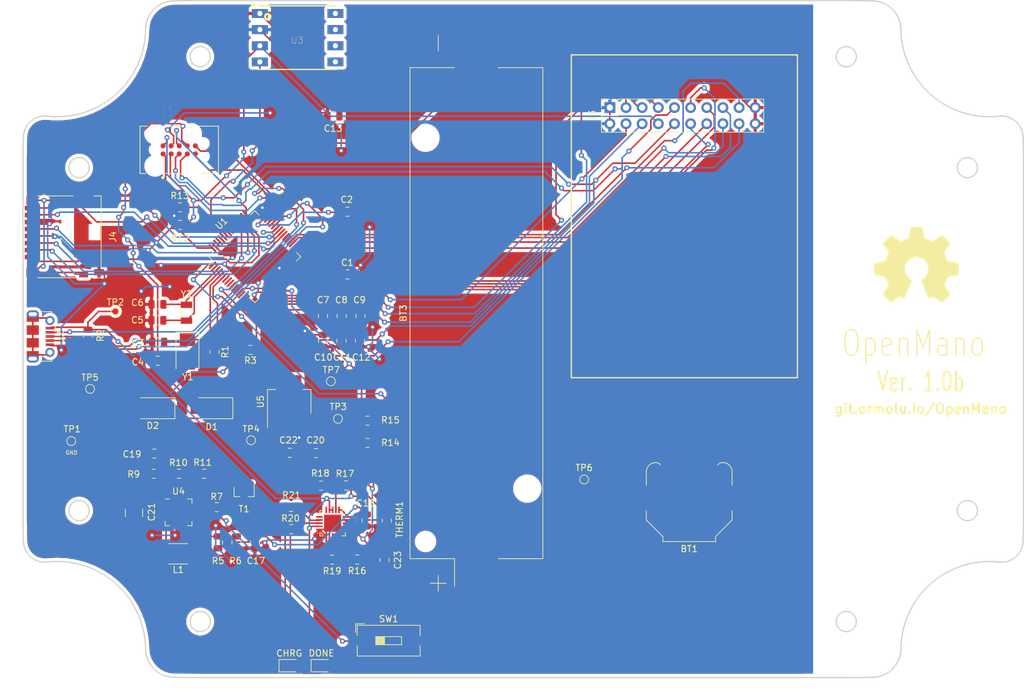
<source format=kicad_pcb>
(kicad_pcb (version 20171130) (host pcbnew 5.1.9)

  (general
    (thickness 1.6)
    (drawings 44)
    (tracks 1010)
    (zones 0)
    (modules 68)
    (nets 61)
  )

  (page A4)
  (layers
    (0 F.Cu signal)
    (31 B.Cu signal)
    (32 B.Adhes user)
    (33 F.Adhes user)
    (34 B.Paste user)
    (35 F.Paste user)
    (36 B.SilkS user)
    (37 F.SilkS user)
    (38 B.Mask user)
    (39 F.Mask user)
    (40 Dwgs.User user)
    (41 Cmts.User user)
    (42 Eco1.User user)
    (43 Eco2.User user)
    (44 Edge.Cuts user)
    (45 Margin user)
    (46 B.CrtYd user)
    (47 F.CrtYd user)
    (48 B.Fab user hide)
    (49 F.Fab user hide)
  )

  (setup
    (last_trace_width 0.25)
    (trace_clearance 0.2)
    (zone_clearance 0.508)
    (zone_45_only no)
    (trace_min 0.2)
    (via_size 0.8)
    (via_drill 0.4)
    (via_min_size 0.4)
    (via_min_drill 0.3)
    (uvia_size 0.3)
    (uvia_drill 0.1)
    (uvias_allowed no)
    (uvia_min_size 0.2)
    (uvia_min_drill 0.1)
    (edge_width 0.05)
    (segment_width 0.2)
    (pcb_text_width 0.3)
    (pcb_text_size 1.5 1.5)
    (mod_edge_width 0.12)
    (mod_text_size 1 1)
    (mod_text_width 0.15)
    (pad_size 1.524 1.524)
    (pad_drill 0.762)
    (pad_to_mask_clearance 0)
    (aux_axis_origin 0 0)
    (visible_elements FFFFFF7F)
    (pcbplotparams
      (layerselection 0x010fc_ffffffff)
      (usegerberextensions false)
      (usegerberattributes true)
      (usegerberadvancedattributes true)
      (creategerberjobfile true)
      (excludeedgelayer true)
      (linewidth 0.100000)
      (plotframeref false)
      (viasonmask false)
      (mode 1)
      (useauxorigin false)
      (hpglpennumber 1)
      (hpglpenspeed 20)
      (hpglpendiameter 15.000000)
      (psnegative false)
      (psa4output false)
      (plotreference true)
      (plotvalue true)
      (plotinvisibletext false)
      (padsonsilk false)
      (subtractmaskfromsilk false)
      (outputformat 1)
      (mirror false)
      (drillshape 1)
      (scaleselection 1)
      (outputdirectory ""))
  )

  (net 0 "")
  (net 1 GND)
  (net 2 /mcu/VCAP1)
  (net 3 /mcu/VCAP2)
  (net 4 /mcu/HSE_IN)
  (net 5 /mcu/HSE_OUT)
  (net 6 /mcu/LSE_OUT)
  (net 7 /mcu/LSE_IN)
  (net 8 +3V3)
  (net 9 /mcu/CONN_5V)
  (net 10 /mcu/CONN_SWDIO)
  (net 11 /mcu/CONN_SWCLK)
  (net 12 /mcu/USB_DM)
  (net 13 /mcu/USB_DP)
  (net 14 +BATT)
  (net 15 +3V8)
  (net 16 "Net-(C19-Pad1)")
  (net 17 +5V)
  (net 18 VBUS)
  (net 19 "Net-(J2-Pad6)")
  (net 20 "Net-(L1-Pad2)")
  (net 21 "Net-(LED5-Pad1)")
  (net 22 "Net-(LED6-Pad1)")
  (net 23 "Net-(R5-Pad2)")
  (net 24 "Net-(R7-Pad1)")
  (net 25 "Net-(R10-Pad1)")
  (net 26 "Net-(R11-Pad1)")
  (net 27 "Net-(R16-Pad1)")
  (net 28 "Net-(R17-Pad2)")
  (net 29 "Net-(R19-Pad1)")
  (net 30 "Net-(R20-Pad1)")
  (net 31 "Net-(R21-Pad2)")
  (net 32 "Net-(T1-Pad1)")
  (net 33 /mcu/BAT_SENSE)
  (net 34 /mcu/VBAT_CC)
  (net 35 /UART_RX)
  (net 36 /UART_TX)
  (net 37 MPY_I2C1_SDA)
  (net 38 MPY_I2C1_SCL)
  (net 39 /GPIO7)
  (net 40 /GPIO6)
  (net 41 /GPIO5)
  (net 42 /GPIO4)
  (net 43 /GPIO3)
  (net 44 /GPIO2)
  (net 45 /GPIO1)
  (net 46 /GPIO0)
  (net 47 /SPI_CS)
  (net 48 /SPI_MISO)
  (net 49 /SPI_MOSI)
  (net 50 /SPI_SCLK)
  (net 51 "Net-(J4-Pad11)")
  (net 52 /mcu/PC10_SDIO_D2)
  (net 53 /mcu/PC11_SDIO_D3)
  (net 54 /mcu/PD2_SDIO_CMD)
  (net 55 /mcu/PC12_SDIO_CLK)
  (net 56 /mcu/PC8_SDIO_D0)
  (net 57 /mcu/PA8_SDIO_SW)
  (net 58 /mcu/PC9_SDIO_D1)
  (net 59 /mcu/USB_ID)
  (net 60 /mcu/USB_VBUS)

  (net_class Default "This is the default net class."
    (clearance 0.2)
    (trace_width 0.25)
    (via_dia 0.8)
    (via_drill 0.4)
    (uvia_dia 0.3)
    (uvia_drill 0.1)
    (add_net +3V3)
    (add_net +3V8)
    (add_net +5V)
    (add_net +BATT)
    (add_net /GPIO0)
    (add_net /GPIO1)
    (add_net /GPIO2)
    (add_net /GPIO3)
    (add_net /GPIO4)
    (add_net /GPIO5)
    (add_net /GPIO6)
    (add_net /GPIO7)
    (add_net /SPI_CS)
    (add_net /SPI_MISO)
    (add_net /SPI_MOSI)
    (add_net /SPI_SCLK)
    (add_net /UART_RX)
    (add_net /UART_TX)
    (add_net /mcu/BAT_SENSE)
    (add_net /mcu/CONN_5V)
    (add_net /mcu/CONN_SWCLK)
    (add_net /mcu/CONN_SWDIO)
    (add_net /mcu/HSE_IN)
    (add_net /mcu/HSE_OUT)
    (add_net /mcu/LSE_IN)
    (add_net /mcu/LSE_OUT)
    (add_net /mcu/PA8_SDIO_SW)
    (add_net /mcu/PC10_SDIO_D2)
    (add_net /mcu/PC11_SDIO_D3)
    (add_net /mcu/PC12_SDIO_CLK)
    (add_net /mcu/PC8_SDIO_D0)
    (add_net /mcu/PC9_SDIO_D1)
    (add_net /mcu/PD2_SDIO_CMD)
    (add_net /mcu/USB_DM)
    (add_net /mcu/USB_DP)
    (add_net /mcu/USB_ID)
    (add_net /mcu/USB_VBUS)
    (add_net /mcu/VBAT_CC)
    (add_net /mcu/VCAP1)
    (add_net /mcu/VCAP2)
    (add_net GND)
    (add_net MPY_I2C1_SCL)
    (add_net MPY_I2C1_SDA)
    (add_net "Net-(C19-Pad1)")
    (add_net "Net-(J2-Pad6)")
    (add_net "Net-(J4-Pad11)")
    (add_net "Net-(L1-Pad2)")
    (add_net "Net-(LED5-Pad1)")
    (add_net "Net-(LED6-Pad1)")
    (add_net "Net-(R10-Pad1)")
    (add_net "Net-(R11-Pad1)")
    (add_net "Net-(R16-Pad1)")
    (add_net "Net-(R17-Pad2)")
    (add_net "Net-(R19-Pad1)")
    (add_net "Net-(R20-Pad1)")
    (add_net "Net-(R21-Pad2)")
    (add_net "Net-(R5-Pad2)")
    (add_net "Net-(R7-Pad1)")
    (add_net "Net-(T1-Pad1)")
    (add_net VBUS)
  )

  (module Resistor_SMD:R_0805_2012Metric (layer F.Cu) (tedit 5B36C52B) (tstamp 608B8EEE)
    (at 172.95114 118.71452 180)
    (descr "Resistor SMD 0805 (2012 Metric), square (rectangular) end terminal, IPC_7351 nominal, (Body size source: https://docs.google.com/spreadsheets/d/1BsfQQcO9C6DZCsRaXUlFlo91Tg2WpOkGARC1WS5S8t0/edit?usp=sharing), generated with kicad-footprint-generator")
    (tags resistor)
    (path /608364CF/60BA53A9)
    (attr smd)
    (fp_text reference R3 (at 0 -1.65) (layer F.SilkS)
      (effects (font (size 1 1) (thickness 0.15)))
    )
    (fp_text value 560 (at 0 1.65) (layer F.Fab)
      (effects (font (size 1 1) (thickness 0.15)))
    )
    (fp_text user %R (at 0 0) (layer F.Fab)
      (effects (font (size 0.5 0.5) (thickness 0.08)))
    )
    (fp_line (start -1 0.6) (end -1 -0.6) (layer F.Fab) (width 0.1))
    (fp_line (start -1 -0.6) (end 1 -0.6) (layer F.Fab) (width 0.1))
    (fp_line (start 1 -0.6) (end 1 0.6) (layer F.Fab) (width 0.1))
    (fp_line (start 1 0.6) (end -1 0.6) (layer F.Fab) (width 0.1))
    (fp_line (start -0.258578 -0.71) (end 0.258578 -0.71) (layer F.SilkS) (width 0.12))
    (fp_line (start -0.258578 0.71) (end 0.258578 0.71) (layer F.SilkS) (width 0.12))
    (fp_line (start -1.68 0.95) (end -1.68 -0.95) (layer F.CrtYd) (width 0.05))
    (fp_line (start -1.68 -0.95) (end 1.68 -0.95) (layer F.CrtYd) (width 0.05))
    (fp_line (start 1.68 -0.95) (end 1.68 0.95) (layer F.CrtYd) (width 0.05))
    (fp_line (start 1.68 0.95) (end -1.68 0.95) (layer F.CrtYd) (width 0.05))
    (pad 2 smd roundrect (at 0.9375 0 180) (size 0.975 1.4) (layers F.Cu F.Paste F.Mask) (roundrect_rratio 0.25)
      (net 18 VBUS))
    (pad 1 smd roundrect (at -0.9375 0 180) (size 0.975 1.4) (layers F.Cu F.Paste F.Mask) (roundrect_rratio 0.25)
      (net 60 /mcu/USB_VBUS))
    (model ${KISYS3DMOD}/Resistor_SMD.3dshapes/R_0805_2012Metric.wrl
      (at (xyz 0 0 0))
      (scale (xyz 1 1 1))
      (rotate (xyz 0 0 0))
    )
  )

  (module Symbol:OSHW-Symbol_13.4x12mm_SilkScreen (layer F.Cu) (tedit 0) (tstamp 608B349B)
    (at 277.68296 105.33888)
    (descr "Open Source Hardware Symbol")
    (tags "Logo Symbol OSHW")
    (attr virtual)
    (fp_text reference REF** (at 0 0) (layer F.SilkS) hide
      (effects (font (size 1 1) (thickness 0.15)))
    )
    (fp_text value OSHW-Symbol_13.4x12mm_SilkScreen (at 0.75 0) (layer F.Fab) hide
      (effects (font (size 1 1) (thickness 0.15)))
    )
    (fp_poly (pts (xy 1.119803 -5.09936) (xy 1.288676 -4.203573) (xy 1.911796 -3.946702) (xy 2.534916 -3.689832)
      (xy 3.282453 -4.198151) (xy 3.491802 -4.339684) (xy 3.681043 -4.466055) (xy 3.841343 -4.571493)
      (xy 3.963874 -4.65023) (xy 4.039802 -4.696495) (xy 4.06048 -4.706471) (xy 4.097731 -4.680814)
      (xy 4.177332 -4.609885) (xy 4.290361 -4.502743) (xy 4.427895 -4.36845) (xy 4.581012 -4.216066)
      (xy 4.740789 -4.054653) (xy 4.898305 -3.89327) (xy 5.044637 -3.740978) (xy 5.170863 -3.606838)
      (xy 5.26806 -3.499911) (xy 5.327307 -3.429258) (xy 5.341471 -3.405612) (xy 5.321087 -3.362021)
      (xy 5.263941 -3.266519) (xy 5.176041 -3.12845) (xy 5.063396 -2.957155) (xy 4.932013 -2.761975)
      (xy 4.855882 -2.650648) (xy 4.717118 -2.447367) (xy 4.593811 -2.263927) (xy 4.491945 -2.109458)
      (xy 4.417501 -1.993091) (xy 4.376461 -1.923958) (xy 4.370294 -1.90943) (xy 4.384274 -1.86814)
      (xy 4.422382 -1.771908) (xy 4.478867 -1.634266) (xy 4.54798 -1.468742) (xy 4.62397 -1.288868)
      (xy 4.701089 -1.108172) (xy 4.773585 -0.940186) (xy 4.835709 -0.79844) (xy 4.881712 -0.696463)
      (xy 4.905843 -0.647786) (xy 4.907267 -0.64587) (xy 4.945158 -0.636575) (xy 5.046069 -0.61584)
      (xy 5.19954 -0.585702) (xy 5.395112 -0.548199) (xy 5.622325 -0.505371) (xy 5.754891 -0.480674)
      (xy 5.997679 -0.434447) (xy 6.216974 -0.39046) (xy 6.401681 -0.351119) (xy 6.540705 -0.318831)
      (xy 6.622952 -0.296003) (xy 6.639485 -0.28876) (xy 6.655678 -0.239739) (xy 6.668744 -0.129023)
      (xy 6.678691 0.030438) (xy 6.685528 0.2257) (xy 6.689264 0.443814) (xy 6.689907 0.671835)
      (xy 6.687468 0.896815) (xy 6.681953 1.105809) (xy 6.673374 1.285868) (xy 6.661737 1.424047)
      (xy 6.647052 1.507398) (xy 6.638245 1.52475) (xy 6.585599 1.545548) (xy 6.474043 1.575282)
      (xy 6.318335 1.610459) (xy 6.133229 1.647586) (xy 6.068613 1.659597) (xy 5.757071 1.716662)
      (xy 5.510976 1.762618) (xy 5.322195 1.799293) (xy 5.182598 1.828513) (xy 5.084052 1.852104)
      (xy 5.018426 1.871892) (xy 4.977589 1.889706) (xy 4.953409 1.90737) (xy 4.950026 1.910861)
      (xy 4.916255 1.9671) (xy 4.864737 2.076547) (xy 4.800617 2.2258) (xy 4.729039 2.401459)
      (xy 4.655146 2.590121) (xy 4.584083 2.778385) (xy 4.520993 2.952848) (xy 4.471021 3.100108)
      (xy 4.439312 3.206764) (xy 4.431008 3.259413) (xy 4.4317 3.261257) (xy 4.459836 3.304292)
      (xy 4.523665 3.398978) (xy 4.61648 3.53546) (xy 4.731573 3.703882) (xy 4.862237 3.89439)
      (xy 4.899448 3.948529) (xy 5.032129 4.144804) (xy 5.148883 4.323886) (xy 5.243349 4.475492)
      (xy 5.309168 4.589338) (xy 5.339978 4.655141) (xy 5.341471 4.663225) (xy 5.315584 4.705715)
      (xy 5.244054 4.789891) (xy 5.136076 4.906705) (xy 5.000846 5.04711) (xy 4.847558 5.202061)
      (xy 4.685409 5.362509) (xy 4.523593 5.519409) (xy 4.371306 5.663713) (xy 4.237743 5.786376)
      (xy 4.1321 5.87835) (xy 4.063572 5.930589) (xy 4.044614 5.939118) (xy 4.000487 5.919029)
      (xy 3.910142 5.864849) (xy 3.788295 5.785704) (xy 3.694546 5.722001) (xy 3.524678 5.60511)
      (xy 3.323512 5.467476) (xy 3.121733 5.330063) (xy 3.01325 5.256519) (xy 2.646058 5.008155)
      (xy 2.337826 5.174813) (xy 2.197404 5.247822) (xy 2.077996 5.304571) (xy 1.997202 5.336937)
      (xy 1.976636 5.341441) (xy 1.951906 5.308189) (xy 1.903118 5.214224) (xy 1.833913 5.068213)
      (xy 1.747935 4.878824) (xy 1.648824 4.654724) (xy 1.540224 4.404581) (xy 1.425775 4.137063)
      (xy 1.30912 3.860836) (xy 1.193901 3.584568) (xy 1.08376 3.316927) (xy 0.982339 3.06658)
      (xy 0.89328 2.842195) (xy 0.820225 2.652439) (xy 0.766816 2.50598) (xy 0.736695 2.411485)
      (xy 0.731851 2.379031) (xy 0.770245 2.337636) (xy 0.854308 2.270438) (xy 0.966467 2.1914)
      (xy 0.975881 2.185147) (xy 1.265768 1.953103) (xy 1.499512 1.682386) (xy 1.675087 1.381653)
      (xy 1.790469 1.059561) (xy 1.84363 0.724765) (xy 1.832547 0.385922) (xy 1.755192 0.051688)
      (xy 1.60954 -0.269281) (xy 1.566688 -0.339505) (xy 1.343802 -0.623073) (xy 1.080491 -0.850782)
      (xy 0.785865 -1.021449) (xy 0.469041 -1.133888) (xy 0.13913 -1.186917) (xy -0.194754 -1.179349)
      (xy -0.523497 -1.110002) (xy -0.837986 -0.977691) (xy -1.129107 -0.781232) (xy -1.21916 -0.701494)
      (xy -1.448347 -0.451892) (xy -1.615354 -0.189132) (xy -1.729915 0.105399) (xy -1.793719 0.397075)
      (xy -1.80947 0.725012) (xy -1.756949 1.054577) (xy -1.64149 1.37463) (xy -1.468429 1.674032)
      (xy -1.243101 1.941643) (xy -0.97084 2.166325) (xy -0.935058 2.190008) (xy -0.821698 2.267568)
      (xy -0.735522 2.334768) (xy -0.694323 2.377675) (xy -0.693724 2.379031) (xy -0.702569 2.425446)
      (xy -0.737631 2.530786) (xy -0.795267 2.686388) (xy -0.871834 2.883584) (xy -0.963686 3.11371)
      (xy -1.067183 3.368101) (xy -1.178679 3.63809) (xy -1.294532 3.915012) (xy -1.411097 4.190201)
      (xy -1.524733 4.454993) (xy -1.631794 4.700721) (xy -1.728638 4.918721) (xy -1.811621 5.100326)
      (xy -1.877099 5.236871) (xy -1.921431 5.31969) (xy -1.939283 5.341441) (xy -1.993834 5.324504)
      (xy -2.095905 5.279077) (xy -2.227895 5.21328) (xy -2.300474 5.174813) (xy -2.608705 5.008155)
      (xy -2.975897 5.256519) (xy -3.16334 5.383754) (xy -3.368557 5.523773) (xy -3.560867 5.655612)
      (xy -3.657193 5.722001) (xy -3.792673 5.812976) (xy -3.907393 5.885071) (xy -3.986388 5.929154)
      (xy -4.012046 5.938473) (xy -4.049391 5.913334) (xy -4.132042 5.843154) (xy -4.251985 5.73522)
      (xy -4.401209 5.596818) (xy -4.571699 5.435235) (xy -4.679526 5.331488) (xy -4.868172 5.146135)
      (xy -5.031205 4.980351) (xy -5.162032 4.841227) (xy -5.254065 4.735856) (xy -5.300713 4.671329)
      (xy -5.305188 4.658234) (xy -5.28442 4.608425) (xy -5.227031 4.507713) (xy -5.139387 4.366295)
      (xy -5.027854 4.194367) (xy -4.898797 4.002124) (xy -4.862096 3.948529) (xy -4.728368 3.753733)
      (xy -4.608393 3.578353) (xy -4.508879 3.432243) (xy -4.436533 3.325258) (xy -4.398064 3.267255)
      (xy -4.394347 3.261257) (xy -4.399905 3.215032) (xy -4.429407 3.113398) (xy -4.477709 2.969758)
      (xy -4.539667 2.797514) (xy -4.610137 2.610066) (xy -4.683975 2.420818) (xy -4.756037 2.243171)
      (xy -4.821178 2.090527) (xy -4.874255 1.976288) (xy -4.910123 1.913856) (xy -4.912673 1.910861)
      (xy -4.934606 1.893019) (xy -4.971652 1.875374) (xy -5.031941 1.856101) (xy -5.123604 1.833374)
      (xy -5.254774 1.805364) (xy -5.433582 1.770247) (xy -5.668158 1.726195) (xy -5.966635 1.671382)
      (xy -6.03126 1.659597) (xy -6.222794 1.622591) (xy -6.389769 1.586389) (xy -6.517432 1.554485)
      (xy -6.591024 1.530372) (xy -6.600892 1.52475) (xy -6.617153 1.47491) (xy -6.63037 1.363532)
      (xy -6.640536 1.203563) (xy -6.64764 1.00795) (xy -6.651674 0.78964) (xy -6.65263 0.561579)
      (xy -6.650498 0.336714) (xy -6.645269 0.127991) (xy -6.636935 -0.051642) (xy -6.625487 -0.189238)
      (xy -6.610916 -0.271852) (xy -6.602132 -0.28876) (xy -6.55323 -0.305816) (xy -6.441873 -0.333564)
      (xy -6.279156 -0.369597) (xy -6.076174 -0.411507) (xy -5.844021 -0.456889) (xy -5.717538 -0.480674)
      (xy -5.477555 -0.525535) (xy -5.263549 -0.566175) (xy -5.085978 -0.600554) (xy -4.955302 -0.626635)
      (xy -4.881982 -0.642379) (xy -4.869915 -0.64587) (xy -4.849519 -0.685221) (xy -4.806406 -0.780007)
      (xy -4.746321 -0.916685) (xy -4.675013 -1.081714) (xy -4.598227 -1.261553) (xy -4.52171 -1.44266)
      (xy -4.45121 -1.611493) (xy -4.392473 -1.754512) (xy -4.351246 -1.858174) (xy -4.333276 -1.908939)
      (xy -4.332941 -1.911158) (xy -4.353313 -1.951204) (xy -4.410427 -2.043361) (xy -4.498279 -2.178467)
      (xy -4.610867 -2.347365) (xy -4.742189 -2.540895) (xy -4.818529 -2.652059) (xy -4.957636 -2.855884)
      (xy -5.081188 -3.040937) (xy -5.183158 -3.197854) (xy -5.257517 -3.317276) (xy -5.298237 -3.38984)
      (xy -5.304118 -3.406107) (xy -5.278837 -3.44397) (xy -5.208948 -3.524814) (xy -5.103377 -3.639581)
      (xy -4.971052 -3.779215) (xy -4.820901 -3.934658) (xy -4.661852 -4.096854) (xy -4.502833 -4.256746)
      (xy -4.352771 -4.405276) (xy -4.220594 -4.533387) (xy -4.11523 -4.632023) (xy -4.045607 -4.692127)
      (xy -4.022315 -4.706471) (xy -3.98439 -4.686301) (xy -3.893683 -4.629637) (xy -3.759011 -4.542247)
      (xy -3.589195 -4.4299) (xy -3.393054 -4.298362) (xy -3.2451 -4.198151) (xy -2.497564 -3.689832)
      (xy -1.874444 -3.946702) (xy -1.251324 -4.203573) (xy -0.913576 -5.995147) (xy 0.950929 -5.995147)
      (xy 1.119803 -5.09936)) (layer F.SilkS) (width 0.01))
  )

  (module TestPoint:TestPoint_Pad_D1.0mm (layer F.Cu) (tedit 5A0F774F) (tstamp 608B0A44)
    (at 185.59526 123.63704)
    (descr "SMD pad as test Point, diameter 1.0mm")
    (tags "test point SMD pad")
    (path /608AF7DB/60B4FB92)
    (attr virtual)
    (fp_text reference TP7 (at 0.05588 -1.78054) (layer F.SilkS)
      (effects (font (size 1 1) (thickness 0.15)))
    )
    (fp_text value TestPoint (at 0 1.55) (layer F.Fab)
      (effects (font (size 1 1) (thickness 0.15)))
    )
    (fp_circle (center 0 0) (end 1 0) (layer F.CrtYd) (width 0.05))
    (fp_circle (center 0 0) (end 0 0.7) (layer F.SilkS) (width 0.12))
    (fp_text user %R (at 0 -1.45) (layer F.Fab)
      (effects (font (size 1 1) (thickness 0.15)))
    )
    (pad 1 smd circle (at 0 0) (size 1 1) (layers F.Cu F.Mask)
      (net 33 /mcu/BAT_SENSE))
  )

  (module TestPoint:TestPoint_Pad_D1.0mm (layer F.Cu) (tedit 5A0F774F) (tstamp 608B0A3C)
    (at 225.425 139.10818)
    (descr "SMD pad as test Point, diameter 1.0mm")
    (tags "test point SMD pad")
    (path /608AF7DB/60B476AF)
    (attr virtual)
    (fp_text reference TP6 (at -0.01016 -1.85166) (layer F.SilkS)
      (effects (font (size 1 1) (thickness 0.15)))
    )
    (fp_text value TestPoint (at 0 1.55) (layer F.Fab)
      (effects (font (size 1 1) (thickness 0.15)))
    )
    (fp_circle (center 0 0) (end 1 0) (layer F.CrtYd) (width 0.05))
    (fp_circle (center 0 0) (end 0 0.7) (layer F.SilkS) (width 0.12))
    (fp_text user %R (at 0 -1.45) (layer F.Fab)
      (effects (font (size 1 1) (thickness 0.15)))
    )
    (pad 1 smd circle (at 0 0) (size 1 1) (layers F.Cu F.Mask)
      (net 34 /mcu/VBAT_CC))
  )

  (module TestPoint:TestPoint_Pad_D1.0mm (layer F.Cu) (tedit 5A0F774F) (tstamp 608AD4D5)
    (at 147.73402 124.83338)
    (descr "SMD pad as test Point, diameter 1.0mm")
    (tags "test point SMD pad")
    (path /608AF7DB/60B18ABA)
    (attr virtual)
    (fp_text reference TP5 (at -0.01778 -1.78562) (layer F.SilkS)
      (effects (font (size 1 1) (thickness 0.15)))
    )
    (fp_text value TestPoint (at 0 1.55) (layer F.Fab)
      (effects (font (size 1 1) (thickness 0.15)))
    )
    (fp_circle (center 0 0) (end 1 0) (layer F.CrtYd) (width 0.05))
    (fp_circle (center 0 0) (end 0 0.7) (layer F.SilkS) (width 0.12))
    (fp_text user %R (at 0 -1.45) (layer F.Fab)
      (effects (font (size 1 1) (thickness 0.15)))
    )
    (pad 1 smd circle (at 0 0) (size 1 1) (layers F.Cu F.Mask)
      (net 17 +5V))
  )

  (module TestPoint:TestPoint_Pad_D1.0mm (layer F.Cu) (tedit 5A0F774F) (tstamp 608AD4CD)
    (at 173.04258 132.92074)
    (descr "SMD pad as test Point, diameter 1.0mm")
    (tags "test point SMD pad")
    (path /608AF7DB/60B12BF3)
    (attr virtual)
    (fp_text reference TP4 (at 0 -1.7653) (layer F.SilkS)
      (effects (font (size 1 1) (thickness 0.15)))
    )
    (fp_text value TestPoint (at 0 1.55) (layer F.Fab)
      (effects (font (size 1 1) (thickness 0.15)))
    )
    (fp_circle (center 0 0) (end 1 0) (layer F.CrtYd) (width 0.05))
    (fp_circle (center 0 0) (end 0 0.7) (layer F.SilkS) (width 0.12))
    (fp_text user %R (at 0 -1.45) (layer F.Fab)
      (effects (font (size 1 1) (thickness 0.15)))
    )
    (pad 1 smd circle (at 0 0) (size 1 1) (layers F.Cu F.Mask)
      (net 8 +3V3))
  )

  (module TestPoint:TestPoint_Pad_D1.0mm (layer F.Cu) (tedit 5A0F774F) (tstamp 608AD4C5)
    (at 186.7154 129.54508)
    (descr "SMD pad as test Point, diameter 1.0mm")
    (tags "test point SMD pad")
    (path /608AF7DB/60B0D3F3)
    (attr virtual)
    (fp_text reference TP3 (at 0.04318 -1.89992) (layer F.SilkS)
      (effects (font (size 1 1) (thickness 0.15)))
    )
    (fp_text value TestPoint (at 0 1.55) (layer F.Fab)
      (effects (font (size 1 1) (thickness 0.15)))
    )
    (fp_circle (center 0 0) (end 1 0) (layer F.CrtYd) (width 0.05))
    (fp_circle (center 0 0) (end 0 0.7) (layer F.SilkS) (width 0.12))
    (fp_text user %R (at 0 -1.45) (layer F.Fab)
      (effects (font (size 1 1) (thickness 0.15)))
    )
    (pad 1 smd circle (at 0 0) (size 1 1) (layers F.Cu F.Mask)
      (net 15 +3V8))
  )

  (module TestPoint:TestPoint_Pad_D1.0mm (layer F.Cu) (tedit 5A0F774F) (tstamp 608AD4BD)
    (at 151.70912 112.64646)
    (descr "SMD pad as test Point, diameter 1.0mm")
    (tags "test point SMD pad")
    (path /608AF7DB/60AF9004)
    (attr virtual)
    (fp_text reference TP2 (at 0 -1.448) (layer F.SilkS)
      (effects (font (size 1 1) (thickness 0.15)))
    )
    (fp_text value TestPoint (at 0 1.55) (layer F.Fab)
      (effects (font (size 1 1) (thickness 0.15)))
    )
    (fp_circle (center 0 0) (end 1 0) (layer F.CrtYd) (width 0.05))
    (fp_circle (center 0 0) (end 0 0.7) (layer F.SilkS) (width 0.12))
    (fp_text user %R (at 0 -1.45) (layer F.Fab)
      (effects (font (size 1 1) (thickness 0.15)))
    )
    (pad 1 smd circle (at 0 0) (size 1 1) (layers F.Cu F.Mask)
      (net 18 VBUS))
  )

  (module TestPoint:TestPoint_Pad_D1.0mm (layer F.Cu) (tedit 5A0F774F) (tstamp 608AD4B5)
    (at 144.77238 133.04774)
    (descr "SMD pad as test Point, diameter 1.0mm")
    (tags "test point SMD pad")
    (path /608AF7DB/60B243A3)
    (attr virtual)
    (fp_text reference TP1 (at 0.13462 -1.88468) (layer F.SilkS)
      (effects (font (size 1 1) (thickness 0.15)))
    )
    (fp_text value TestPoint (at 0 1.55) (layer F.Fab)
      (effects (font (size 1 1) (thickness 0.15)))
    )
    (fp_circle (center 0 0) (end 1 0) (layer F.CrtYd) (width 0.05))
    (fp_circle (center 0 0) (end 0 0.7) (layer F.SilkS) (width 0.12))
    (fp_text user %R (at 0 -1.45) (layer F.Fab)
      (effects (font (size 1 1) (thickness 0.15)))
    )
    (pad 1 smd circle (at 0 0) (size 1 1) (layers F.Cu F.Mask)
      (net 1 GND))
  )

  (module Battery:BatteryHolder_Keystone_1042_1x18650 (layer F.Cu) (tedit 5A033499) (tstamp 6084D7CD)
    (at 208.4832 112.9284 90)
    (descr "Battery holder for 18650 cylindrical cells http://www.keyelco.com/product.cfm/product_id/918")
    (tags "18650 Keystone 1042 Li-ion")
    (path /608AF7DB/C25A42D2)
    (attr smd)
    (fp_text reference BT3 (at 0 -11.5 90) (layer F.SilkS)
      (effects (font (size 1 1) (thickness 0.15)))
    )
    (fp_text value 18650 (at 0 11.3 90) (layer F.Fab)
      (effects (font (size 1 1) (thickness 0.15)))
    )
    (fp_line (start -42.5 -4.75) (end -42.5 -7.25) (layer F.SilkS) (width 0.12))
    (fp_line (start -43.75 -6) (end -41.25 -6) (layer F.SilkS) (width 0.12))
    (fp_line (start -39.03 3.68) (end -43.5 3.68) (layer F.CrtYd) (width 0.05))
    (fp_line (start -43.5 3.68) (end -43.5 -3.68) (layer F.CrtYd) (width 0.05))
    (fp_line (start -43.5 -3.68) (end -39.03 -3.68) (layer F.CrtYd) (width 0.05))
    (fp_line (start 43.5 -3.68) (end 39.03 -3.68) (layer F.CrtYd) (width 0.05))
    (fp_line (start 39.03 3.68) (end 43.5 3.68) (layer F.CrtYd) (width 0.05))
    (fp_line (start -39.03 -10.83) (end -39.03 -3.68) (layer F.CrtYd) (width 0.05))
    (fp_line (start -39.03 10.83) (end -39.03 3.68) (layer F.CrtYd) (width 0.05))
    (fp_line (start 39.03 -10.83) (end 39.03 -3.68) (layer F.CrtYd) (width 0.05))
    (fp_line (start -39.03 -10.83) (end 39.03 -10.83) (layer F.CrtYd) (width 0.05))
    (fp_line (start -39.03 10.83) (end 39.03 10.83) (layer F.CrtYd) (width 0.05))
    (fp_line (start 38.53 -10.33) (end 38.53 10.33) (layer F.Fab) (width 0.1))
    (fp_line (start -33.3675 -10.33) (end 38.53 -10.33) (layer F.Fab) (width 0.1))
    (fp_line (start 43.75 -6) (end 41.25 -6) (layer F.SilkS) (width 0.12))
    (fp_line (start -38.53 -5.1675) (end -38.53 10.33) (layer F.Fab) (width 0.1))
    (fp_line (start -38.53 10.33) (end 38.53 10.33) (layer F.Fab) (width 0.1))
    (fp_line (start 38.64 -3.44) (end 38.64 -10.42) (layer F.SilkS) (width 0.12))
    (fp_line (start 38.64 -10.44) (end -38.64 -10.44) (layer F.SilkS) (width 0.12))
    (fp_line (start -38.64 -10.44) (end -38.64 -3.44) (layer F.SilkS) (width 0.12))
    (fp_line (start 38.64 3.44) (end 38.64 10.44) (layer F.SilkS) (width 0.12))
    (fp_line (start 38.64 10.44) (end -38.64 10.44) (layer F.SilkS) (width 0.12))
    (fp_line (start -38.64 10.44) (end -38.64 3.44) (layer F.SilkS) (width 0.12))
    (fp_line (start 39.03 10.83) (end 39.03 3.68) (layer F.CrtYd) (width 0.05))
    (fp_line (start 43.5 3.68) (end 43.5 -3.68) (layer F.CrtYd) (width 0.05))
    (fp_line (start -38.64 -3.44) (end -43 -3.44) (layer F.SilkS) (width 0.12))
    (fp_line (start -33.3675 -10.33) (end -38.53 -5.1675) (layer F.Fab) (width 0.1))
    (fp_text user %R (at 0 0 90) (layer F.Fab)
      (effects (font (size 1 1) (thickness 0.15)))
    )
    (pad "" np_thru_hole circle (at -35.93 -8 90) (size 2.39 2.39) (drill 2.39) (layers *.Cu *.Mask))
    (pad "" np_thru_hole circle (at -27.6 8 90) (size 3.45 3.45) (drill 3.45) (layers *.Cu *.Mask))
    (pad "" np_thru_hole circle (at 27.6 -8 90) (size 3.45 3.45) (drill 3.45) (layers *.Cu *.Mask))
    (pad 2 smd rect (at 39.33 0 90) (size 7.34 6.35) (layers F.Cu F.Paste F.Mask)
      (net 1 GND))
    (pad 1 smd rect (at -39.33 0 90) (size 7.34 6.35) (layers F.Cu F.Paste F.Mask)
      (net 15 +3V8))
    (model ${KISYS3DMOD}/Battery.3dshapes/BatteryHolder_Keystone_1042_1x18650.wrl
      (at (xyz 0 0 0))
      (scale (xyz 1 1 1))
      (rotate (xyz 0 0 0))
    )
  )

  (module Connector_USB:USB_Micro-B_Molex-105017-0001 (layer F.Cu) (tedit 5A1DC0BE) (tstamp 608805C5)
    (at 139.954 116.586 270)
    (descr http://www.molex.com/pdm_docs/sd/1050170001_sd.pdf)
    (tags "Micro-USB SMD Typ-B")
    (path /608364CF/609AA04A)
    (attr smd)
    (fp_text reference J2 (at 0 -3.1125 90) (layer F.SilkS)
      (effects (font (size 1 1) (thickness 0.15)))
    )
    (fp_text value USB4110-GF-A (at 0.3 4.3375 90) (layer F.Fab)
      (effects (font (size 1 1) (thickness 0.15)))
    )
    (fp_line (start -4.4 3.64) (end 4.4 3.64) (layer F.CrtYd) (width 0.05))
    (fp_line (start 4.4 -2.46) (end 4.4 3.64) (layer F.CrtYd) (width 0.05))
    (fp_line (start -4.4 -2.46) (end 4.4 -2.46) (layer F.CrtYd) (width 0.05))
    (fp_line (start -4.4 3.64) (end -4.4 -2.46) (layer F.CrtYd) (width 0.05))
    (fp_line (start -3.9 -1.7625) (end -3.45 -1.7625) (layer F.SilkS) (width 0.12))
    (fp_line (start -3.9 0.0875) (end -3.9 -1.7625) (layer F.SilkS) (width 0.12))
    (fp_line (start 3.9 2.6375) (end 3.9 2.3875) (layer F.SilkS) (width 0.12))
    (fp_line (start 3.75 3.3875) (end 3.75 -1.6125) (layer F.Fab) (width 0.1))
    (fp_line (start -3 2.689204) (end 3 2.689204) (layer F.Fab) (width 0.1))
    (fp_line (start -3.75 3.389204) (end 3.75 3.389204) (layer F.Fab) (width 0.1))
    (fp_line (start -3.75 -1.6125) (end 3.75 -1.6125) (layer F.Fab) (width 0.1))
    (fp_line (start -3.75 3.3875) (end -3.75 -1.6125) (layer F.Fab) (width 0.1))
    (fp_line (start -3.9 2.6375) (end -3.9 2.3875) (layer F.SilkS) (width 0.12))
    (fp_line (start 3.9 0.0875) (end 3.9 -1.7625) (layer F.SilkS) (width 0.12))
    (fp_line (start 3.9 -1.7625) (end 3.45 -1.7625) (layer F.SilkS) (width 0.12))
    (fp_line (start -1.7 -2.3125) (end -1.25 -2.3125) (layer F.SilkS) (width 0.12))
    (fp_line (start -1.7 -2.3125) (end -1.7 -1.8625) (layer F.SilkS) (width 0.12))
    (fp_line (start -1.3 -1.7125) (end -1.5 -1.9125) (layer F.Fab) (width 0.1))
    (fp_line (start -1.1 -1.9125) (end -1.3 -1.7125) (layer F.Fab) (width 0.1))
    (fp_line (start -1.5 -2.1225) (end -1.1 -2.1225) (layer F.Fab) (width 0.1))
    (fp_line (start -1.5 -2.1225) (end -1.5 -1.9125) (layer F.Fab) (width 0.1))
    (fp_line (start -1.1 -2.1225) (end -1.1 -1.9125) (layer F.Fab) (width 0.1))
    (fp_text user %R (at 0 0.8875 90) (layer F.Fab)
      (effects (font (size 1 1) (thickness 0.15)))
    )
    (fp_text user "PCB Edge" (at 0 2.6875 90) (layer Dwgs.User)
      (effects (font (size 0.5 0.5) (thickness 0.08)))
    )
    (pad 6 smd rect (at -2.9 1.2375 270) (size 1.2 1.9) (layers F.Cu F.Mask)
      (net 19 "Net-(J2-Pad6)"))
    (pad 6 smd rect (at 2.9 1.2375 270) (size 1.2 1.9) (layers F.Cu F.Mask)
      (net 19 "Net-(J2-Pad6)"))
    (pad 6 thru_hole oval (at 3.5 1.2375 270) (size 1.2 1.9) (drill oval 0.6 1.3) (layers *.Cu *.Mask)
      (net 19 "Net-(J2-Pad6)"))
    (pad 6 thru_hole oval (at -3.5 1.2375 90) (size 1.2 1.9) (drill oval 0.6 1.3) (layers *.Cu *.Mask)
      (net 19 "Net-(J2-Pad6)"))
    (pad 6 smd rect (at -1 1.2375 270) (size 1.5 1.9) (layers F.Cu F.Paste F.Mask)
      (net 19 "Net-(J2-Pad6)"))
    (pad 6 thru_hole circle (at 2.5 -1.4625 270) (size 1.45 1.45) (drill 0.85) (layers *.Cu *.Mask)
      (net 19 "Net-(J2-Pad6)"))
    (pad 3 smd rect (at 0 -1.4625 270) (size 0.4 1.35) (layers F.Cu F.Paste F.Mask)
      (net 13 /mcu/USB_DP))
    (pad 4 smd rect (at 0.65 -1.4625 270) (size 0.4 1.35) (layers F.Cu F.Paste F.Mask)
      (net 59 /mcu/USB_ID))
    (pad 5 smd rect (at 1.3 -1.4625 270) (size 0.4 1.35) (layers F.Cu F.Paste F.Mask)
      (net 1 GND))
    (pad 1 smd rect (at -1.3 -1.4625 270) (size 0.4 1.35) (layers F.Cu F.Paste F.Mask)
      (net 18 VBUS))
    (pad 2 smd rect (at -0.65 -1.4625 270) (size 0.4 1.35) (layers F.Cu F.Paste F.Mask)
      (net 12 /mcu/USB_DM))
    (pad 6 thru_hole circle (at -2.5 -1.4625 270) (size 1.45 1.45) (drill 0.85) (layers *.Cu *.Mask)
      (net 19 "Net-(J2-Pad6)"))
    (pad 6 smd rect (at 1 1.2375 270) (size 1.5 1.9) (layers F.Cu F.Paste F.Mask)
      (net 19 "Net-(J2-Pad6)"))
    (model ${KISYS3DMOD}/Connector_USB.3dshapes/USB_Micro-B_Molex_47346-0001.wrl
      (at (xyz 0 0 0))
      (scale (xyz 1 1 1))
      (rotate (xyz 0 0 0))
    )
  )

  (module Resistor_SMD:R_0805_2012Metric (layer F.Cu) (tedit 5B36C52B) (tstamp 608639D5)
    (at 147.3962 116.4613 270)
    (descr "Resistor SMD 0805 (2012 Metric), square (rectangular) end terminal, IPC_7351 nominal, (Body size source: https://docs.google.com/spreadsheets/d/1BsfQQcO9C6DZCsRaXUlFlo91Tg2WpOkGARC1WS5S8t0/edit?usp=sharing), generated with kicad-footprint-generator")
    (tags resistor)
    (path /608364CF/609AA058)
    (attr smd)
    (fp_text reference R2 (at 0.00024 -1.94818 90) (layer F.SilkS)
      (effects (font (size 1 1) (thickness 0.15)))
    )
    (fp_text value 560 (at 0 1.65 90) (layer F.Fab)
      (effects (font (size 1 1) (thickness 0.15)))
    )
    (fp_line (start 1.68 0.95) (end -1.68 0.95) (layer F.CrtYd) (width 0.05))
    (fp_line (start 1.68 -0.95) (end 1.68 0.95) (layer F.CrtYd) (width 0.05))
    (fp_line (start -1.68 -0.95) (end 1.68 -0.95) (layer F.CrtYd) (width 0.05))
    (fp_line (start -1.68 0.95) (end -1.68 -0.95) (layer F.CrtYd) (width 0.05))
    (fp_line (start -0.258578 0.71) (end 0.258578 0.71) (layer F.SilkS) (width 0.12))
    (fp_line (start -0.258578 -0.71) (end 0.258578 -0.71) (layer F.SilkS) (width 0.12))
    (fp_line (start 1 0.6) (end -1 0.6) (layer F.Fab) (width 0.1))
    (fp_line (start 1 -0.6) (end 1 0.6) (layer F.Fab) (width 0.1))
    (fp_line (start -1 -0.6) (end 1 -0.6) (layer F.Fab) (width 0.1))
    (fp_line (start -1 0.6) (end -1 -0.6) (layer F.Fab) (width 0.1))
    (fp_text user %R (at 0 0 90) (layer F.Fab)
      (effects (font (size 0.5 0.5) (thickness 0.08)))
    )
    (pad 2 smd roundrect (at 0.9375 0 270) (size 0.975 1.4) (layers F.Cu F.Paste F.Mask) (roundrect_rratio 0.25)
      (net 59 /mcu/USB_ID))
    (pad 1 smd roundrect (at -0.9375 0 270) (size 0.975 1.4) (layers F.Cu F.Paste F.Mask) (roundrect_rratio 0.25)
      (net 18 VBUS))
    (model ${KISYS3DMOD}/Resistor_SMD.3dshapes/R_0805_2012Metric.wrl
      (at (xyz 0 0 0))
      (scale (xyz 1 1 1))
      (rotate (xyz 0 0 0))
    )
  )

  (module Connector_Card:microSD_HC_Hirose_DM3D-SF (layer F.Cu) (tedit 5B82D16A) (tstamp 60863908)
    (at 143.6878 100.9142 270)
    (descr "Micro SD, SMD, right-angle, push-pull (https://media.digikey.com/PDF/Data%20Sheets/Hirose%20PDFs/DM3D-SF.pdf)")
    (tags "Micro SD")
    (path /608364CF/609BD981)
    (attr smd)
    (fp_text reference J4 (at -0.025 -7.625 90) (layer F.SilkS)
      (effects (font (size 1 1) (thickness 0.15)))
    )
    (fp_text value Micro_SD_Card_Det (at -0.025 6.975 90) (layer F.Fab)
      (effects (font (size 1 1) (thickness 0.15)))
    )
    (fp_line (start 6.325 -5.785) (end 6.435 -5.785) (layer F.SilkS) (width 0.12))
    (fp_line (start 0.525 -5.725) (end -1.975 -5.725) (layer Dwgs.User) (width 0.1))
    (fp_line (start 6.375 5.725) (end 6.375 -5.725) (layer F.Fab) (width 0.1))
    (fp_line (start 3.575 0.475) (end 3.575 -1.525) (layer Dwgs.User) (width 0.1))
    (fp_line (start 3.075 0.475) (end 3.575 -0.975) (layer Dwgs.User) (width 0.1))
    (fp_line (start 2.575 0.475) (end 3.275 -1.525) (layer Dwgs.User) (width 0.1))
    (fp_line (start 2.075 0.475) (end 2.775 -1.525) (layer Dwgs.User) (width 0.1))
    (fp_line (start 1.575 0.475) (end 2.275 -1.525) (layer Dwgs.User) (width 0.1))
    (fp_line (start 1.075 0.475) (end 1.775 -1.525) (layer Dwgs.User) (width 0.1))
    (fp_line (start 0.575 0.475) (end 1.275 -1.525) (layer Dwgs.User) (width 0.1))
    (fp_line (start 0.075 0.475) (end 0.775 -1.525) (layer Dwgs.User) (width 0.1))
    (fp_line (start -0.425 0.475) (end 0.275 -1.525) (layer Dwgs.User) (width 0.1))
    (fp_line (start -0.925 0.475) (end -0.225 -1.525) (layer Dwgs.User) (width 0.1))
    (fp_line (start -1.425 0.475) (end -0.725 -1.525) (layer Dwgs.User) (width 0.1))
    (fp_line (start -1.925 0.475) (end -1.225 -1.525) (layer Dwgs.User) (width 0.1))
    (fp_line (start -2.425 0.475) (end -1.725 -1.525) (layer Dwgs.User) (width 0.1))
    (fp_line (start -2.925 0.475) (end -2.225 -1.525) (layer Dwgs.User) (width 0.1))
    (fp_line (start -3.425 0.475) (end -2.725 -1.525) (layer Dwgs.User) (width 0.1))
    (fp_line (start -4.425 0.475) (end -3.725 -1.525) (layer Dwgs.User) (width 0.1))
    (fp_line (start -6.375 5.725) (end -6.375 -5.725) (layer F.Fab) (width 0.1))
    (fp_line (start -4.925 0.475) (end 3.575 0.475) (layer Dwgs.User) (width 0.1))
    (fp_line (start 0.525 -3.875) (end -1.975 -3.875) (layer Dwgs.User) (width 0.1))
    (fp_line (start -4.925 -1.525) (end 3.575 -1.525) (layer Dwgs.User) (width 0.1))
    (fp_line (start -6.92 -6.72) (end 6.88 -6.72) (layer F.CrtYd) (width 0.05))
    (fp_line (start 6.88 -6.72) (end 6.88 6.28) (layer F.CrtYd) (width 0.05))
    (fp_line (start 6.88 6.28) (end -6.92 6.28) (layer F.CrtYd) (width 0.05))
    (fp_line (start -6.92 6.28) (end -6.92 -6.72) (layer F.CrtYd) (width 0.05))
    (fp_line (start -4.925 -1.525) (end -4.925 0.475) (layer Dwgs.User) (width 0.1))
    (fp_line (start -4.925 0.475) (end -4.225 -1.525) (layer Dwgs.User) (width 0.1))
    (fp_line (start -4.225 -1.525) (end -3.725 -1.525) (layer Dwgs.User) (width 0.1))
    (fp_line (start -3.925 0.475) (end -3.225 -1.525) (layer Dwgs.User) (width 0.1))
    (fp_line (start -3.225 -1.525) (end -2.725 -1.525) (layer Dwgs.User) (width 0.1))
    (fp_line (start -6.375 -5.725) (end 6.375 -5.725) (layer F.Fab) (width 0.1))
    (fp_line (start -1.975 -5.725) (end -1.975 -3.875) (layer Dwgs.User) (width 0.1))
    (fp_line (start 0.525 -3.875) (end 0.525 -5.725) (layer Dwgs.User) (width 0.1))
    (fp_line (start -1.925 -3.875) (end -1.525 -5.725) (layer Dwgs.User) (width 0.1))
    (fp_line (start -1.025 -5.725) (end -1.525 -3.875) (layer Dwgs.User) (width 0.1))
    (fp_line (start -1.025 -3.875) (end -0.525 -5.725) (layer Dwgs.User) (width 0.1))
    (fp_line (start -0.025 -5.725) (end -0.525 -3.875) (layer Dwgs.User) (width 0.1))
    (fp_line (start -0.025 -3.875) (end 0.475 -5.725) (layer Dwgs.User) (width 0.1))
    (fp_line (start -5.525 -6.975) (end 4.175 -6.975) (layer F.Fab) (width 0.1))
    (fp_line (start 4.175 -5.725) (end 4.175 -6.975) (layer F.Fab) (width 0.1))
    (fp_line (start -5.525 -5.725) (end -5.525 -6.975) (layer F.Fab) (width 0.1))
    (fp_line (start -4.775 3.925) (end 4.725 3.925) (layer F.Fab) (width 0.1))
    (fp_line (start -6.375 5.725) (end -5.525 5.725) (layer F.Fab) (width 0.1))
    (fp_line (start -5.275 5.475) (end -5.275 4.425) (layer F.Fab) (width 0.1))
    (fp_line (start 5.225 5.475) (end 5.225 4.425) (layer F.Fab) (width 0.1))
    (fp_line (start 5.475 5.725) (end 6.375 5.725) (layer F.Fab) (width 0.1))
    (fp_line (start -5.525 5.725) (end -5.525 9.575) (layer F.Fab) (width 0.1))
    (fp_line (start -5.025 10.075) (end 4.975 10.075) (layer F.Fab) (width 0.1))
    (fp_line (start 5.475 9.575) (end 5.475 5.725) (layer F.Fab) (width 0.1))
    (fp_line (start -6.435 -4.625) (end -6.435 -5.785) (layer F.SilkS) (width 0.12))
    (fp_line (start -6.435 -5.785) (end 4.825 -5.785) (layer F.SilkS) (width 0.12))
    (fp_line (start 6.435 -5.785) (end 6.435 -3.975) (layer F.SilkS) (width 0.12))
    (fp_line (start -6.435 -1.375) (end -6.435 4.225) (layer F.SilkS) (width 0.12))
    (fp_line (start 6.435 -2.075) (end 6.435 4.225) (layer F.SilkS) (width 0.12))
    (fp_arc (start 5.475 5.475) (end 5.475 5.725) (angle 90) (layer F.Fab) (width 0.1))
    (fp_arc (start 4.725 4.425) (end 4.725 3.925) (angle 90) (layer F.Fab) (width 0.1))
    (fp_arc (start -5.525 5.475) (end -5.275 5.475) (angle 90) (layer F.Fab) (width 0.1))
    (fp_arc (start -4.775 4.425) (end -5.275 4.425) (angle 90) (layer F.Fab) (width 0.1))
    (fp_arc (start -5.025 9.575) (end -5.025 10.075) (angle 90) (layer F.Fab) (width 0.1))
    (fp_arc (start 4.975 9.575) (end 5.475 9.575) (angle 90) (layer F.Fab) (width 0.1))
    (fp_text user KEEPOUT (at -0.725 -4.8 90) (layer Cmts.User)
      (effects (font (size 0.4 0.4) (thickness 0.06)))
    )
    (fp_text user %R (at -0.025 1.475 90) (layer F.Fab)
      (effects (font (size 1 1) (thickness 0.1)))
    )
    (fp_text user KEEPOUT (at -0.275 -0.525 90) (layer Cmts.User)
      (effects (font (size 1 1) (thickness 0.1)))
    )
    (pad 10 smd rect (at 5.575 -5.45 270) (size 1 1.55) (layers F.Cu F.Paste F.Mask)
      (net 1 GND))
    (pad 11 smd rect (at 5.625 5.225 270) (size 1.5 1.5) (layers F.Cu F.Paste F.Mask)
      (net 51 "Net-(J4-Pad11)"))
    (pad 1 smd rect (at 3.175 5.35 270) (size 0.7 1.75) (layers F.Cu F.Paste F.Mask)
      (net 52 /mcu/PC10_SDIO_D2))
    (pad 2 smd rect (at 2.075 5.35 270) (size 0.7 1.75) (layers F.Cu F.Paste F.Mask)
      (net 53 /mcu/PC11_SDIO_D3))
    (pad 3 smd rect (at 0.975 5.35 270) (size 0.7 1.75) (layers F.Cu F.Paste F.Mask)
      (net 54 /mcu/PD2_SDIO_CMD))
    (pad 4 smd rect (at -0.125 5.35 270) (size 0.7 1.75) (layers F.Cu F.Paste F.Mask)
      (net 8 +3V3))
    (pad 5 smd rect (at -1.225 5.35 270) (size 0.7 1.75) (layers F.Cu F.Paste F.Mask)
      (net 55 /mcu/PC12_SDIO_CLK))
    (pad 6 smd rect (at -2.325 5.35 270) (size 0.7 1.75) (layers F.Cu F.Paste F.Mask)
      (net 1 GND))
    (pad 7 smd rect (at -3.425 5.35 270) (size 0.7 1.75) (layers F.Cu F.Paste F.Mask)
      (net 56 /mcu/PC8_SDIO_D0))
    (pad 11 smd rect (at 5.975 -3.025 270) (size 0.8 1.4) (layers F.Cu F.Paste F.Mask)
      (net 51 "Net-(J4-Pad11)"))
    (pad 9 smd rect (at -5.65 -3.875 270) (size 1.45 1) (layers F.Cu F.Paste F.Mask)
      (net 57 /mcu/PA8_SDIO_SW))
    (pad 11 smd rect (at -5.975 -2.375 270) (size 0.8 1.5) (layers F.Cu F.Paste F.Mask)
      (net 51 "Net-(J4-Pad11)"))
    (pad 11 smd rect (at -5.725 5.225 270) (size 1.3 1.5) (layers F.Cu F.Paste F.Mask)
      (net 51 "Net-(J4-Pad11)"))
    (pad 8 smd rect (at -4.525 5.35 270) (size 0.7 1.75) (layers F.Cu F.Paste F.Mask)
      (net 58 /mcu/PC9_SDIO_D1))
    (model ${KISYS3DMOD}/Connector_Card.3dshapes/microSD_HC_Hirose_DM3D-SF.wrl
      (at (xyz 0 0 0))
      (scale (xyz 1 1 1))
      (rotate (xyz 0 0 0))
    )
  )

  (module Resistor_SMD:R_0805_2012Metric (layer F.Cu) (tedit 5B36C52B) (tstamp 6084DCB8)
    (at 157.734 138.2014)
    (descr "Resistor SMD 0805 (2012 Metric), square (rectangular) end terminal, IPC_7351 nominal, (Body size source: https://docs.google.com/spreadsheets/d/1BsfQQcO9C6DZCsRaXUlFlo91Tg2WpOkGARC1WS5S8t0/edit?usp=sharing), generated with kicad-footprint-generator")
    (tags resistor)
    (path /608AF7DB/62D10041)
    (attr smd)
    (fp_text reference R9 (at -3.14706 0.07112) (layer F.SilkS)
      (effects (font (size 1 1) (thickness 0.15)))
    )
    (fp_text value 1.87M (at 0 1.65) (layer F.Fab)
      (effects (font (size 1 1) (thickness 0.15)))
    )
    (fp_line (start 1.68 0.95) (end -1.68 0.95) (layer F.CrtYd) (width 0.05))
    (fp_line (start 1.68 -0.95) (end 1.68 0.95) (layer F.CrtYd) (width 0.05))
    (fp_line (start -1.68 -0.95) (end 1.68 -0.95) (layer F.CrtYd) (width 0.05))
    (fp_line (start -1.68 0.95) (end -1.68 -0.95) (layer F.CrtYd) (width 0.05))
    (fp_line (start -0.258578 0.71) (end 0.258578 0.71) (layer F.SilkS) (width 0.12))
    (fp_line (start -0.258578 -0.71) (end 0.258578 -0.71) (layer F.SilkS) (width 0.12))
    (fp_line (start 1 0.6) (end -1 0.6) (layer F.Fab) (width 0.1))
    (fp_line (start 1 -0.6) (end 1 0.6) (layer F.Fab) (width 0.1))
    (fp_line (start -1 -0.6) (end 1 -0.6) (layer F.Fab) (width 0.1))
    (fp_line (start -1 0.6) (end -1 -0.6) (layer F.Fab) (width 0.1))
    (fp_text user %R (at 0 0) (layer F.Fab)
      (effects (font (size 0.5 0.5) (thickness 0.08)))
    )
    (pad 2 smd roundrect (at 0.9375 0) (size 0.975 1.4) (layers F.Cu F.Paste F.Mask) (roundrect_rratio 0.25)
      (net 25 "Net-(R10-Pad1)"))
    (pad 1 smd roundrect (at -0.9375 0) (size 0.975 1.4) (layers F.Cu F.Paste F.Mask) (roundrect_rratio 0.25)
      (net 16 "Net-(C19-Pad1)"))
    (model ${KISYS3DMOD}/Resistor_SMD.3dshapes/R_0805_2012Metric.wrl
      (at (xyz 0 0 0))
      (scale (xyz 1 1 1))
      (rotate (xyz 0 0 0))
    )
  )

  (module Resistor_SMD:R_0805_2012Metric (layer F.Cu) (tedit 5B36C52B) (tstamp 6084DC74)
    (at 167.8432 148.9964 90)
    (descr "Resistor SMD 0805 (2012 Metric), square (rectangular) end terminal, IPC_7351 nominal, (Body size source: https://docs.google.com/spreadsheets/d/1BsfQQcO9C6DZCsRaXUlFlo91Tg2WpOkGARC1WS5S8t0/edit?usp=sharing), generated with kicad-footprint-generator")
    (tags resistor)
    (path /608AF7DB/FD69F51F)
    (attr smd)
    (fp_text reference R5 (at -2.90322 0.0127 180) (layer F.SilkS)
      (effects (font (size 1 1) (thickness 0.15)))
    )
    (fp_text value 1.87M (at 0 1.65 90) (layer F.Fab)
      (effects (font (size 1 1) (thickness 0.15)))
    )
    (fp_line (start 1.68 0.95) (end -1.68 0.95) (layer F.CrtYd) (width 0.05))
    (fp_line (start 1.68 -0.95) (end 1.68 0.95) (layer F.CrtYd) (width 0.05))
    (fp_line (start -1.68 -0.95) (end 1.68 -0.95) (layer F.CrtYd) (width 0.05))
    (fp_line (start -1.68 0.95) (end -1.68 -0.95) (layer F.CrtYd) (width 0.05))
    (fp_line (start -0.258578 0.71) (end 0.258578 0.71) (layer F.SilkS) (width 0.12))
    (fp_line (start -0.258578 -0.71) (end 0.258578 -0.71) (layer F.SilkS) (width 0.12))
    (fp_line (start 1 0.6) (end -1 0.6) (layer F.Fab) (width 0.1))
    (fp_line (start 1 -0.6) (end 1 0.6) (layer F.Fab) (width 0.1))
    (fp_line (start -1 -0.6) (end 1 -0.6) (layer F.Fab) (width 0.1))
    (fp_line (start -1 0.6) (end -1 -0.6) (layer F.Fab) (width 0.1))
    (fp_text user %R (at 0 0 90) (layer F.Fab)
      (effects (font (size 0.5 0.5) (thickness 0.08)))
    )
    (pad 2 smd roundrect (at 0.9375 0 90) (size 0.975 1.4) (layers F.Cu F.Paste F.Mask) (roundrect_rratio 0.25)
      (net 23 "Net-(R5-Pad2)"))
    (pad 1 smd roundrect (at -0.9375 0 90) (size 0.975 1.4) (layers F.Cu F.Paste F.Mask) (roundrect_rratio 0.25)
      (net 14 +BATT))
    (model ${KISYS3DMOD}/Resistor_SMD.3dshapes/R_0805_2012Metric.wrl
      (at (xyz 0 0 0))
      (scale (xyz 1 1 1))
      (rotate (xyz 0 0 0))
    )
  )

  (module Resistor_SMD:R_0805_2012Metric (layer F.Cu) (tedit 5B36C52B) (tstamp 6083388F)
    (at 167.3098 119.0244 270)
    (descr "Resistor SMD 0805 (2012 Metric), square (rectangular) end terminal, IPC_7351 nominal, (Body size source: https://docs.google.com/spreadsheets/d/1BsfQQcO9C6DZCsRaXUlFlo91Tg2WpOkGARC1WS5S8t0/edit?usp=sharing), generated with kicad-footprint-generator")
    (tags resistor)
    (path /608364CF/5FDE7168)
    (attr smd)
    (fp_text reference R1 (at 0 -1.65 90) (layer F.SilkS)
      (effects (font (size 1 1) (thickness 0.15)))
    )
    (fp_text value 1M (at 0 1.65 90) (layer F.Fab)
      (effects (font (size 1 1) (thickness 0.15)))
    )
    (fp_line (start 1.68 0.95) (end -1.68 0.95) (layer F.CrtYd) (width 0.05))
    (fp_line (start 1.68 -0.95) (end 1.68 0.95) (layer F.CrtYd) (width 0.05))
    (fp_line (start -1.68 -0.95) (end 1.68 -0.95) (layer F.CrtYd) (width 0.05))
    (fp_line (start -1.68 0.95) (end -1.68 -0.95) (layer F.CrtYd) (width 0.05))
    (fp_line (start -0.258578 0.71) (end 0.258578 0.71) (layer F.SilkS) (width 0.12))
    (fp_line (start -0.258578 -0.71) (end 0.258578 -0.71) (layer F.SilkS) (width 0.12))
    (fp_line (start 1 0.6) (end -1 0.6) (layer F.Fab) (width 0.1))
    (fp_line (start 1 -0.6) (end 1 0.6) (layer F.Fab) (width 0.1))
    (fp_line (start -1 -0.6) (end 1 -0.6) (layer F.Fab) (width 0.1))
    (fp_line (start -1 0.6) (end -1 -0.6) (layer F.Fab) (width 0.1))
    (fp_text user %R (at 0 0 90) (layer F.Fab)
      (effects (font (size 0.5 0.5) (thickness 0.08)))
    )
    (pad 2 smd roundrect (at 0.9375 0 270) (size 0.975 1.4) (layers F.Cu F.Paste F.Mask) (roundrect_rratio 0.25)
      (net 5 /mcu/HSE_OUT))
    (pad 1 smd roundrect (at -0.9375 0 270) (size 0.975 1.4) (layers F.Cu F.Paste F.Mask) (roundrect_rratio 0.25)
      (net 4 /mcu/HSE_IN))
    (model ${KISYS3DMOD}/Resistor_SMD.3dshapes/R_0805_2012Metric.wrl
      (at (xyz 0 0 0))
      (scale (xyz 1 1 1))
      (rotate (xyz 0 0 0))
    )
  )

  (module Capacitor_SMD:C_0805_2012Metric (layer F.Cu) (tedit 5B36C52B) (tstamp 6084DA11)
    (at 183.2864 134.9502)
    (descr "Capacitor SMD 0805 (2012 Metric), square (rectangular) end terminal, IPC_7351 nominal, (Body size source: https://docs.google.com/spreadsheets/d/1BsfQQcO9C6DZCsRaXUlFlo91Tg2WpOkGARC1WS5S8t0/edit?usp=sharing), generated with kicad-footprint-generator")
    (tags capacitor)
    (path /608AF7DB/5F90BAEC)
    (attr smd)
    (fp_text reference C20 (at -0.1016 -2.03454) (layer F.SilkS)
      (effects (font (size 1 1) (thickness 0.15)))
    )
    (fp_text value 10uF (at 0 1.65) (layer F.Fab)
      (effects (font (size 1 1) (thickness 0.15)))
    )
    (fp_line (start 1.68 0.95) (end -1.68 0.95) (layer F.CrtYd) (width 0.05))
    (fp_line (start 1.68 -0.95) (end 1.68 0.95) (layer F.CrtYd) (width 0.05))
    (fp_line (start -1.68 -0.95) (end 1.68 -0.95) (layer F.CrtYd) (width 0.05))
    (fp_line (start -1.68 0.95) (end -1.68 -0.95) (layer F.CrtYd) (width 0.05))
    (fp_line (start -0.258578 0.71) (end 0.258578 0.71) (layer F.SilkS) (width 0.12))
    (fp_line (start -0.258578 -0.71) (end 0.258578 -0.71) (layer F.SilkS) (width 0.12))
    (fp_line (start 1 0.6) (end -1 0.6) (layer F.Fab) (width 0.1))
    (fp_line (start 1 -0.6) (end 1 0.6) (layer F.Fab) (width 0.1))
    (fp_line (start -1 -0.6) (end 1 -0.6) (layer F.Fab) (width 0.1))
    (fp_line (start -1 0.6) (end -1 -0.6) (layer F.Fab) (width 0.1))
    (fp_text user %R (at 0 0) (layer F.Fab)
      (effects (font (size 0.5 0.5) (thickness 0.08)))
    )
    (pad 2 smd roundrect (at 0.9375 0) (size 0.975 1.4) (layers F.Cu F.Paste F.Mask) (roundrect_rratio 0.25)
      (net 1 GND))
    (pad 1 smd roundrect (at -0.9375 0) (size 0.975 1.4) (layers F.Cu F.Paste F.Mask) (roundrect_rratio 0.25)
      (net 17 +5V))
    (model ${KISYS3DMOD}/Capacitor_SMD.3dshapes/C_0805_2012Metric.wrl
      (at (xyz 0 0 0))
      (scale (xyz 1 1 1))
      (rotate (xyz 0 0 0))
    )
  )

  (module Capacitor_SMD:C_0805_2012Metric (layer F.Cu) (tedit 5B36C52B) (tstamp 608337F0)
    (at 186.0042 81.915 180)
    (descr "Capacitor SMD 0805 (2012 Metric), square (rectangular) end terminal, IPC_7351 nominal, (Body size source: https://docs.google.com/spreadsheets/d/1BsfQQcO9C6DZCsRaXUlFlo91Tg2WpOkGARC1WS5S8t0/edit?usp=sharing), generated with kicad-footprint-generator")
    (tags capacitor)
    (path /608893F4/5F899498)
    (attr smd)
    (fp_text reference C13 (at 0.0635 -1.94564) (layer F.SilkS)
      (effects (font (size 1 1) (thickness 0.15)))
    )
    (fp_text value 100nF (at 0 1.65) (layer F.Fab)
      (effects (font (size 1 1) (thickness 0.15)))
    )
    (fp_line (start 1.68 0.95) (end -1.68 0.95) (layer F.CrtYd) (width 0.05))
    (fp_line (start 1.68 -0.95) (end 1.68 0.95) (layer F.CrtYd) (width 0.05))
    (fp_line (start -1.68 -0.95) (end 1.68 -0.95) (layer F.CrtYd) (width 0.05))
    (fp_line (start -1.68 0.95) (end -1.68 -0.95) (layer F.CrtYd) (width 0.05))
    (fp_line (start -0.258578 0.71) (end 0.258578 0.71) (layer F.SilkS) (width 0.12))
    (fp_line (start -0.258578 -0.71) (end 0.258578 -0.71) (layer F.SilkS) (width 0.12))
    (fp_line (start 1 0.6) (end -1 0.6) (layer F.Fab) (width 0.1))
    (fp_line (start 1 -0.6) (end 1 0.6) (layer F.Fab) (width 0.1))
    (fp_line (start -1 -0.6) (end 1 -0.6) (layer F.Fab) (width 0.1))
    (fp_line (start -1 0.6) (end -1 -0.6) (layer F.Fab) (width 0.1))
    (fp_text user %R (at 0 0) (layer F.Fab)
      (effects (font (size 0.5 0.5) (thickness 0.08)))
    )
    (pad 2 smd roundrect (at 0.9375 0 180) (size 0.975 1.4) (layers F.Cu F.Paste F.Mask) (roundrect_rratio 0.25)
      (net 1 GND))
    (pad 1 smd roundrect (at -0.9375 0 180) (size 0.975 1.4) (layers F.Cu F.Paste F.Mask) (roundrect_rratio 0.25)
      (net 8 +3V3))
    (model ${KISYS3DMOD}/Capacitor_SMD.3dshapes/C_0805_2012Metric.wrl
      (at (xyz 0 0 0))
      (scale (xyz 1 1 1))
      (rotate (xyz 0 0 0))
    )
  )

  (module Capacitor_SMD:C_0805_2012Metric (layer F.Cu) (tedit 5B36C52B) (tstamp 608337AC)
    (at 190.1698 117.2718 270)
    (descr "Capacitor SMD 0805 (2012 Metric), square (rectangular) end terminal, IPC_7351 nominal, (Body size source: https://docs.google.com/spreadsheets/d/1BsfQQcO9C6DZCsRaXUlFlo91Tg2WpOkGARC1WS5S8t0/edit?usp=sharing), generated with kicad-footprint-generator")
    (tags capacitor)
    (path /608364CF/5FDE70F7)
    (attr smd)
    (fp_text reference C12 (at 2.6035 -0.2159 180) (layer F.SilkS)
      (effects (font (size 1 1) (thickness 0.15)))
    )
    (fp_text value 100nF (at 0 1.65 90) (layer F.Fab)
      (effects (font (size 1 1) (thickness 0.15)))
    )
    (fp_line (start 1.68 0.95) (end -1.68 0.95) (layer F.CrtYd) (width 0.05))
    (fp_line (start 1.68 -0.95) (end 1.68 0.95) (layer F.CrtYd) (width 0.05))
    (fp_line (start -1.68 -0.95) (end 1.68 -0.95) (layer F.CrtYd) (width 0.05))
    (fp_line (start -1.68 0.95) (end -1.68 -0.95) (layer F.CrtYd) (width 0.05))
    (fp_line (start -0.258578 0.71) (end 0.258578 0.71) (layer F.SilkS) (width 0.12))
    (fp_line (start -0.258578 -0.71) (end 0.258578 -0.71) (layer F.SilkS) (width 0.12))
    (fp_line (start 1 0.6) (end -1 0.6) (layer F.Fab) (width 0.1))
    (fp_line (start 1 -0.6) (end 1 0.6) (layer F.Fab) (width 0.1))
    (fp_line (start -1 -0.6) (end 1 -0.6) (layer F.Fab) (width 0.1))
    (fp_line (start -1 0.6) (end -1 -0.6) (layer F.Fab) (width 0.1))
    (fp_text user %R (at 0 0 90) (layer F.Fab)
      (effects (font (size 0.5 0.5) (thickness 0.08)))
    )
    (pad 2 smd roundrect (at 0.9375 0 270) (size 0.975 1.4) (layers F.Cu F.Paste F.Mask) (roundrect_rratio 0.25)
      (net 1 GND))
    (pad 1 smd roundrect (at -0.9375 0 270) (size 0.975 1.4) (layers F.Cu F.Paste F.Mask) (roundrect_rratio 0.25)
      (net 8 +3V3))
    (model ${KISYS3DMOD}/Capacitor_SMD.3dshapes/C_0805_2012Metric.wrl
      (at (xyz 0 0 0))
      (scale (xyz 1 1 1))
      (rotate (xyz 0 0 0))
    )
  )

  (module Capacitor_SMD:C_0805_2012Metric (layer F.Cu) (tedit 5B36C52B) (tstamp 6083379B)
    (at 187.2742 117.2718 270)
    (descr "Capacitor SMD 0805 (2012 Metric), square (rectangular) end terminal, IPC_7351 nominal, (Body size source: https://docs.google.com/spreadsheets/d/1BsfQQcO9C6DZCsRaXUlFlo91Tg2WpOkGARC1WS5S8t0/edit?usp=sharing), generated with kicad-footprint-generator")
    (tags capacitor)
    (path /608364CF/5FDE70FE)
    (attr smd)
    (fp_text reference C11 (at 2.6035 -0.12065 180) (layer F.SilkS)
      (effects (font (size 1 1) (thickness 0.15)))
    )
    (fp_text value 100nF (at 0 1.65 90) (layer F.Fab)
      (effects (font (size 1 1) (thickness 0.15)))
    )
    (fp_line (start 1.68 0.95) (end -1.68 0.95) (layer F.CrtYd) (width 0.05))
    (fp_line (start 1.68 -0.95) (end 1.68 0.95) (layer F.CrtYd) (width 0.05))
    (fp_line (start -1.68 -0.95) (end 1.68 -0.95) (layer F.CrtYd) (width 0.05))
    (fp_line (start -1.68 0.95) (end -1.68 -0.95) (layer F.CrtYd) (width 0.05))
    (fp_line (start -0.258578 0.71) (end 0.258578 0.71) (layer F.SilkS) (width 0.12))
    (fp_line (start -0.258578 -0.71) (end 0.258578 -0.71) (layer F.SilkS) (width 0.12))
    (fp_line (start 1 0.6) (end -1 0.6) (layer F.Fab) (width 0.1))
    (fp_line (start 1 -0.6) (end 1 0.6) (layer F.Fab) (width 0.1))
    (fp_line (start -1 -0.6) (end 1 -0.6) (layer F.Fab) (width 0.1))
    (fp_line (start -1 0.6) (end -1 -0.6) (layer F.Fab) (width 0.1))
    (fp_text user %R (at 0 0 90) (layer F.Fab)
      (effects (font (size 0.5 0.5) (thickness 0.08)))
    )
    (pad 2 smd roundrect (at 0.9375 0 270) (size 0.975 1.4) (layers F.Cu F.Paste F.Mask) (roundrect_rratio 0.25)
      (net 1 GND))
    (pad 1 smd roundrect (at -0.9375 0 270) (size 0.975 1.4) (layers F.Cu F.Paste F.Mask) (roundrect_rratio 0.25)
      (net 8 +3V3))
    (model ${KISYS3DMOD}/Capacitor_SMD.3dshapes/C_0805_2012Metric.wrl
      (at (xyz 0 0 0))
      (scale (xyz 1 1 1))
      (rotate (xyz 0 0 0))
    )
  )

  (module Capacitor_SMD:C_0805_2012Metric (layer F.Cu) (tedit 5B36C52B) (tstamp 6083378A)
    (at 184.3786 117.2718 270)
    (descr "Capacitor SMD 0805 (2012 Metric), square (rectangular) end terminal, IPC_7351 nominal, (Body size source: https://docs.google.com/spreadsheets/d/1BsfQQcO9C6DZCsRaXUlFlo91Tg2WpOkGARC1WS5S8t0/edit?usp=sharing), generated with kicad-footprint-generator")
    (tags capacitor)
    (path /608364CF/5FDE7105)
    (attr smd)
    (fp_text reference C10 (at 2.6035 -0.0254 180) (layer F.SilkS)
      (effects (font (size 1 1) (thickness 0.15)))
    )
    (fp_text value 100nF (at 0 1.65 90) (layer F.Fab)
      (effects (font (size 1 1) (thickness 0.15)))
    )
    (fp_line (start 1.68 0.95) (end -1.68 0.95) (layer F.CrtYd) (width 0.05))
    (fp_line (start 1.68 -0.95) (end 1.68 0.95) (layer F.CrtYd) (width 0.05))
    (fp_line (start -1.68 -0.95) (end 1.68 -0.95) (layer F.CrtYd) (width 0.05))
    (fp_line (start -1.68 0.95) (end -1.68 -0.95) (layer F.CrtYd) (width 0.05))
    (fp_line (start -0.258578 0.71) (end 0.258578 0.71) (layer F.SilkS) (width 0.12))
    (fp_line (start -0.258578 -0.71) (end 0.258578 -0.71) (layer F.SilkS) (width 0.12))
    (fp_line (start 1 0.6) (end -1 0.6) (layer F.Fab) (width 0.1))
    (fp_line (start 1 -0.6) (end 1 0.6) (layer F.Fab) (width 0.1))
    (fp_line (start -1 -0.6) (end 1 -0.6) (layer F.Fab) (width 0.1))
    (fp_line (start -1 0.6) (end -1 -0.6) (layer F.Fab) (width 0.1))
    (fp_text user %R (at 0 0 90) (layer F.Fab)
      (effects (font (size 0.5 0.5) (thickness 0.08)))
    )
    (pad 2 smd roundrect (at 0.9375 0 270) (size 0.975 1.4) (layers F.Cu F.Paste F.Mask) (roundrect_rratio 0.25)
      (net 1 GND))
    (pad 1 smd roundrect (at -0.9375 0 270) (size 0.975 1.4) (layers F.Cu F.Paste F.Mask) (roundrect_rratio 0.25)
      (net 8 +3V3))
    (model ${KISYS3DMOD}/Capacitor_SMD.3dshapes/C_0805_2012Metric.wrl
      (at (xyz 0 0 0))
      (scale (xyz 1 1 1))
      (rotate (xyz 0 0 0))
    )
  )

  (module Capacitor_SMD:C_0805_2012Metric (layer F.Cu) (tedit 5B36C52B) (tstamp 60833779)
    (at 190.246 113.3348 270)
    (descr "Capacitor SMD 0805 (2012 Metric), square (rectangular) end terminal, IPC_7351 nominal, (Body size source: https://docs.google.com/spreadsheets/d/1BsfQQcO9C6DZCsRaXUlFlo91Tg2WpOkGARC1WS5S8t0/edit?usp=sharing), generated with kicad-footprint-generator")
    (tags capacitor)
    (path /608364CF/5FDE710C)
    (attr smd)
    (fp_text reference C9 (at -2.49174 0.14732 180) (layer F.SilkS)
      (effects (font (size 1 1) (thickness 0.15)))
    )
    (fp_text value 100nF (at 0 1.65 90) (layer F.Fab)
      (effects (font (size 1 1) (thickness 0.15)))
    )
    (fp_line (start 1.68 0.95) (end -1.68 0.95) (layer F.CrtYd) (width 0.05))
    (fp_line (start 1.68 -0.95) (end 1.68 0.95) (layer F.CrtYd) (width 0.05))
    (fp_line (start -1.68 -0.95) (end 1.68 -0.95) (layer F.CrtYd) (width 0.05))
    (fp_line (start -1.68 0.95) (end -1.68 -0.95) (layer F.CrtYd) (width 0.05))
    (fp_line (start -0.258578 0.71) (end 0.258578 0.71) (layer F.SilkS) (width 0.12))
    (fp_line (start -0.258578 -0.71) (end 0.258578 -0.71) (layer F.SilkS) (width 0.12))
    (fp_line (start 1 0.6) (end -1 0.6) (layer F.Fab) (width 0.1))
    (fp_line (start 1 -0.6) (end 1 0.6) (layer F.Fab) (width 0.1))
    (fp_line (start -1 -0.6) (end 1 -0.6) (layer F.Fab) (width 0.1))
    (fp_line (start -1 0.6) (end -1 -0.6) (layer F.Fab) (width 0.1))
    (fp_text user %R (at 0 0 90) (layer F.Fab)
      (effects (font (size 0.5 0.5) (thickness 0.08)))
    )
    (pad 2 smd roundrect (at 0.9375 0 270) (size 0.975 1.4) (layers F.Cu F.Paste F.Mask) (roundrect_rratio 0.25)
      (net 1 GND))
    (pad 1 smd roundrect (at -0.9375 0 270) (size 0.975 1.4) (layers F.Cu F.Paste F.Mask) (roundrect_rratio 0.25)
      (net 8 +3V3))
    (model ${KISYS3DMOD}/Capacitor_SMD.3dshapes/C_0805_2012Metric.wrl
      (at (xyz 0 0 0))
      (scale (xyz 1 1 1))
      (rotate (xyz 0 0 0))
    )
  )

  (module Capacitor_SMD:C_0805_2012Metric (layer F.Cu) (tedit 5B36C52B) (tstamp 608A7ACE)
    (at 187.2996 113.3348 270)
    (descr "Capacitor SMD 0805 (2012 Metric), square (rectangular) end terminal, IPC_7351 nominal, (Body size source: https://docs.google.com/spreadsheets/d/1BsfQQcO9C6DZCsRaXUlFlo91Tg2WpOkGARC1WS5S8t0/edit?usp=sharing), generated with kicad-footprint-generator")
    (tags capacitor)
    (path /608364CF/5FDE7113)
    (attr smd)
    (fp_text reference C8 (at -2.49174 0.05588 180) (layer F.SilkS)
      (effects (font (size 1 1) (thickness 0.15)))
    )
    (fp_text value 100nF (at 0 1.65 90) (layer F.Fab)
      (effects (font (size 1 1) (thickness 0.15)))
    )
    (fp_line (start 1.68 0.95) (end -1.68 0.95) (layer F.CrtYd) (width 0.05))
    (fp_line (start 1.68 -0.95) (end 1.68 0.95) (layer F.CrtYd) (width 0.05))
    (fp_line (start -1.68 -0.95) (end 1.68 -0.95) (layer F.CrtYd) (width 0.05))
    (fp_line (start -1.68 0.95) (end -1.68 -0.95) (layer F.CrtYd) (width 0.05))
    (fp_line (start -0.258578 0.71) (end 0.258578 0.71) (layer F.SilkS) (width 0.12))
    (fp_line (start -0.258578 -0.71) (end 0.258578 -0.71) (layer F.SilkS) (width 0.12))
    (fp_line (start 1 0.6) (end -1 0.6) (layer F.Fab) (width 0.1))
    (fp_line (start 1 -0.6) (end 1 0.6) (layer F.Fab) (width 0.1))
    (fp_line (start -1 -0.6) (end 1 -0.6) (layer F.Fab) (width 0.1))
    (fp_line (start -1 0.6) (end -1 -0.6) (layer F.Fab) (width 0.1))
    (fp_text user %R (at 0 0 90) (layer F.Fab)
      (effects (font (size 0.5 0.5) (thickness 0.08)))
    )
    (pad 2 smd roundrect (at 0.9375 0 270) (size 0.975 1.4) (layers F.Cu F.Paste F.Mask) (roundrect_rratio 0.25)
      (net 1 GND))
    (pad 1 smd roundrect (at -0.9375 0 270) (size 0.975 1.4) (layers F.Cu F.Paste F.Mask) (roundrect_rratio 0.25)
      (net 8 +3V3))
    (model ${KISYS3DMOD}/Capacitor_SMD.3dshapes/C_0805_2012Metric.wrl
      (at (xyz 0 0 0))
      (scale (xyz 1 1 1))
      (rotate (xyz 0 0 0))
    )
  )

  (module Capacitor_SMD:C_0805_2012Metric (layer F.Cu) (tedit 5B36C52B) (tstamp 60833757)
    (at 184.3532 113.3348 270)
    (descr "Capacitor SMD 0805 (2012 Metric), square (rectangular) end terminal, IPC_7351 nominal, (Body size source: https://docs.google.com/spreadsheets/d/1BsfQQcO9C6DZCsRaXUlFlo91Tg2WpOkGARC1WS5S8t0/edit?usp=sharing), generated with kicad-footprint-generator")
    (tags capacitor)
    (path /608364CF/5FDE711A)
    (attr smd)
    (fp_text reference C7 (at -2.49174 -0.03556 180) (layer F.SilkS)
      (effects (font (size 1 1) (thickness 0.15)))
    )
    (fp_text value 100nF (at 0 1.65 90) (layer F.Fab)
      (effects (font (size 1 1) (thickness 0.15)))
    )
    (fp_line (start 1.68 0.95) (end -1.68 0.95) (layer F.CrtYd) (width 0.05))
    (fp_line (start 1.68 -0.95) (end 1.68 0.95) (layer F.CrtYd) (width 0.05))
    (fp_line (start -1.68 -0.95) (end 1.68 -0.95) (layer F.CrtYd) (width 0.05))
    (fp_line (start -1.68 0.95) (end -1.68 -0.95) (layer F.CrtYd) (width 0.05))
    (fp_line (start -0.258578 0.71) (end 0.258578 0.71) (layer F.SilkS) (width 0.12))
    (fp_line (start -0.258578 -0.71) (end 0.258578 -0.71) (layer F.SilkS) (width 0.12))
    (fp_line (start 1 0.6) (end -1 0.6) (layer F.Fab) (width 0.1))
    (fp_line (start 1 -0.6) (end 1 0.6) (layer F.Fab) (width 0.1))
    (fp_line (start -1 -0.6) (end 1 -0.6) (layer F.Fab) (width 0.1))
    (fp_line (start -1 0.6) (end -1 -0.6) (layer F.Fab) (width 0.1))
    (fp_text user %R (at 0 0 90) (layer F.Fab)
      (effects (font (size 0.5 0.5) (thickness 0.08)))
    )
    (pad 2 smd roundrect (at 0.9375 0 270) (size 0.975 1.4) (layers F.Cu F.Paste F.Mask) (roundrect_rratio 0.25)
      (net 1 GND))
    (pad 1 smd roundrect (at -0.9375 0 270) (size 0.975 1.4) (layers F.Cu F.Paste F.Mask) (roundrect_rratio 0.25)
      (net 8 +3V3))
    (model ${KISYS3DMOD}/Capacitor_SMD.3dshapes/C_0805_2012Metric.wrl
      (at (xyz 0 0 0))
      (scale (xyz 1 1 1))
      (rotate (xyz 0 0 0))
    )
  )

  (module Capacitor_SMD:C_0805_2012Metric (layer F.Cu) (tedit 5B36C52B) (tstamp 6085F5BD)
    (at 158.3182 111.53648 180)
    (descr "Capacitor SMD 0805 (2012 Metric), square (rectangular) end terminal, IPC_7351 nominal, (Body size source: https://docs.google.com/spreadsheets/d/1BsfQQcO9C6DZCsRaXUlFlo91Tg2WpOkGARC1WS5S8t0/edit?usp=sharing), generated with kicad-footprint-generator")
    (tags capacitor)
    (path /608364CF/5FDE7186)
    (attr smd)
    (fp_text reference C6 (at 3.14452 0.26162) (layer F.SilkS)
      (effects (font (size 1 1) (thickness 0.15)))
    )
    (fp_text value 1pF (at 0 1.65) (layer F.Fab)
      (effects (font (size 1 1) (thickness 0.15)))
    )
    (fp_line (start 1.68 0.95) (end -1.68 0.95) (layer F.CrtYd) (width 0.05))
    (fp_line (start 1.68 -0.95) (end 1.68 0.95) (layer F.CrtYd) (width 0.05))
    (fp_line (start -1.68 -0.95) (end 1.68 -0.95) (layer F.CrtYd) (width 0.05))
    (fp_line (start -1.68 0.95) (end -1.68 -0.95) (layer F.CrtYd) (width 0.05))
    (fp_line (start -0.258578 0.71) (end 0.258578 0.71) (layer F.SilkS) (width 0.12))
    (fp_line (start -0.258578 -0.71) (end 0.258578 -0.71) (layer F.SilkS) (width 0.12))
    (fp_line (start 1 0.6) (end -1 0.6) (layer F.Fab) (width 0.1))
    (fp_line (start 1 -0.6) (end 1 0.6) (layer F.Fab) (width 0.1))
    (fp_line (start -1 -0.6) (end 1 -0.6) (layer F.Fab) (width 0.1))
    (fp_line (start -1 0.6) (end -1 -0.6) (layer F.Fab) (width 0.1))
    (fp_text user %R (at 0 0) (layer F.Fab)
      (effects (font (size 0.5 0.5) (thickness 0.08)))
    )
    (pad 2 smd roundrect (at 0.9375 0 180) (size 0.975 1.4) (layers F.Cu F.Paste F.Mask) (roundrect_rratio 0.25)
      (net 1 GND))
    (pad 1 smd roundrect (at -0.9375 0 180) (size 0.975 1.4) (layers F.Cu F.Paste F.Mask) (roundrect_rratio 0.25)
      (net 7 /mcu/LSE_IN))
    (model ${KISYS3DMOD}/Capacitor_SMD.3dshapes/C_0805_2012Metric.wrl
      (at (xyz 0 0 0))
      (scale (xyz 1 1 1))
      (rotate (xyz 0 0 0))
    )
  )

  (module Capacitor_SMD:C_0805_2012Metric (layer F.Cu) (tedit 5B36C52B) (tstamp 60833735)
    (at 158.31058 114.05362 180)
    (descr "Capacitor SMD 0805 (2012 Metric), square (rectangular) end terminal, IPC_7351 nominal, (Body size source: https://docs.google.com/spreadsheets/d/1BsfQQcO9C6DZCsRaXUlFlo91Tg2WpOkGARC1WS5S8t0/edit?usp=sharing), generated with kicad-footprint-generator")
    (tags capacitor)
    (path /608364CF/5FDE717F)
    (attr smd)
    (fp_text reference C5 (at 3.14452 0.04318) (layer F.SilkS)
      (effects (font (size 1 1) (thickness 0.15)))
    )
    (fp_text value 1pF (at 0 1.65) (layer F.Fab)
      (effects (font (size 1 1) (thickness 0.15)))
    )
    (fp_line (start 1.68 0.95) (end -1.68 0.95) (layer F.CrtYd) (width 0.05))
    (fp_line (start 1.68 -0.95) (end 1.68 0.95) (layer F.CrtYd) (width 0.05))
    (fp_line (start -1.68 -0.95) (end 1.68 -0.95) (layer F.CrtYd) (width 0.05))
    (fp_line (start -1.68 0.95) (end -1.68 -0.95) (layer F.CrtYd) (width 0.05))
    (fp_line (start -0.258578 0.71) (end 0.258578 0.71) (layer F.SilkS) (width 0.12))
    (fp_line (start -0.258578 -0.71) (end 0.258578 -0.71) (layer F.SilkS) (width 0.12))
    (fp_line (start 1 0.6) (end -1 0.6) (layer F.Fab) (width 0.1))
    (fp_line (start 1 -0.6) (end 1 0.6) (layer F.Fab) (width 0.1))
    (fp_line (start -1 -0.6) (end 1 -0.6) (layer F.Fab) (width 0.1))
    (fp_line (start -1 0.6) (end -1 -0.6) (layer F.Fab) (width 0.1))
    (fp_text user %R (at 0 0) (layer F.Fab)
      (effects (font (size 0.5 0.5) (thickness 0.08)))
    )
    (pad 2 smd roundrect (at 0.9375 0 180) (size 0.975 1.4) (layers F.Cu F.Paste F.Mask) (roundrect_rratio 0.25)
      (net 1 GND))
    (pad 1 smd roundrect (at -0.9375 0 180) (size 0.975 1.4) (layers F.Cu F.Paste F.Mask) (roundrect_rratio 0.25)
      (net 6 /mcu/LSE_OUT))
    (model ${KISYS3DMOD}/Capacitor_SMD.3dshapes/C_0805_2012Metric.wrl
      (at (xyz 0 0 0))
      (scale (xyz 1 1 1))
      (rotate (xyz 0 0 0))
    )
  )

  (module Capacitor_SMD:C_0805_2012Metric (layer F.Cu) (tedit 5B36C52B) (tstamp 60833724)
    (at 158.37384 120.42648 180)
    (descr "Capacitor SMD 0805 (2012 Metric), square (rectangular) end terminal, IPC_7351 nominal, (Body size source: https://docs.google.com/spreadsheets/d/1BsfQQcO9C6DZCsRaXUlFlo91Tg2WpOkGARC1WS5S8t0/edit?usp=sharing), generated with kicad-footprint-generator")
    (tags capacitor)
    (path /608364CF/5FDE7152)
    (attr smd)
    (fp_text reference C4 (at 3.12166 -0.1905) (layer F.SilkS)
      (effects (font (size 1 1) (thickness 0.15)))
    )
    (fp_text value 20pF (at 0 1.65) (layer F.Fab)
      (effects (font (size 1 1) (thickness 0.15)))
    )
    (fp_line (start 1.68 0.95) (end -1.68 0.95) (layer F.CrtYd) (width 0.05))
    (fp_line (start 1.68 -0.95) (end 1.68 0.95) (layer F.CrtYd) (width 0.05))
    (fp_line (start -1.68 -0.95) (end 1.68 -0.95) (layer F.CrtYd) (width 0.05))
    (fp_line (start -1.68 0.95) (end -1.68 -0.95) (layer F.CrtYd) (width 0.05))
    (fp_line (start -0.258578 0.71) (end 0.258578 0.71) (layer F.SilkS) (width 0.12))
    (fp_line (start -0.258578 -0.71) (end 0.258578 -0.71) (layer F.SilkS) (width 0.12))
    (fp_line (start 1 0.6) (end -1 0.6) (layer F.Fab) (width 0.1))
    (fp_line (start 1 -0.6) (end 1 0.6) (layer F.Fab) (width 0.1))
    (fp_line (start -1 -0.6) (end 1 -0.6) (layer F.Fab) (width 0.1))
    (fp_line (start -1 0.6) (end -1 -0.6) (layer F.Fab) (width 0.1))
    (fp_text user %R (at 0 0) (layer F.Fab)
      (effects (font (size 0.5 0.5) (thickness 0.08)))
    )
    (pad 2 smd roundrect (at 0.9375 0 180) (size 0.975 1.4) (layers F.Cu F.Paste F.Mask) (roundrect_rratio 0.25)
      (net 1 GND))
    (pad 1 smd roundrect (at -0.9375 0 180) (size 0.975 1.4) (layers F.Cu F.Paste F.Mask) (roundrect_rratio 0.25)
      (net 5 /mcu/HSE_OUT))
    (model ${KISYS3DMOD}/Capacitor_SMD.3dshapes/C_0805_2012Metric.wrl
      (at (xyz 0 0 0))
      (scale (xyz 1 1 1))
      (rotate (xyz 0 0 0))
    )
  )

  (module Capacitor_SMD:C_0805_2012Metric (layer F.Cu) (tedit 5B36C52B) (tstamp 60833713)
    (at 158.44012 117.46738 180)
    (descr "Capacitor SMD 0805 (2012 Metric), square (rectangular) end terminal, IPC_7351 nominal, (Body size source: https://docs.google.com/spreadsheets/d/1BsfQQcO9C6DZCsRaXUlFlo91Tg2WpOkGARC1WS5S8t0/edit?usp=sharing), generated with kicad-footprint-generator")
    (tags capacitor)
    (path /608364CF/5FDE714B)
    (attr smd)
    (fp_text reference C3 (at 3.15468 -0.14224) (layer F.SilkS)
      (effects (font (size 1 1) (thickness 0.15)))
    )
    (fp_text value "20 pF" (at 0 1.65) (layer F.Fab)
      (effects (font (size 1 1) (thickness 0.15)))
    )
    (fp_line (start 1.68 0.95) (end -1.68 0.95) (layer F.CrtYd) (width 0.05))
    (fp_line (start 1.68 -0.95) (end 1.68 0.95) (layer F.CrtYd) (width 0.05))
    (fp_line (start -1.68 -0.95) (end 1.68 -0.95) (layer F.CrtYd) (width 0.05))
    (fp_line (start -1.68 0.95) (end -1.68 -0.95) (layer F.CrtYd) (width 0.05))
    (fp_line (start -0.258578 0.71) (end 0.258578 0.71) (layer F.SilkS) (width 0.12))
    (fp_line (start -0.258578 -0.71) (end 0.258578 -0.71) (layer F.SilkS) (width 0.12))
    (fp_line (start 1 0.6) (end -1 0.6) (layer F.Fab) (width 0.1))
    (fp_line (start 1 -0.6) (end 1 0.6) (layer F.Fab) (width 0.1))
    (fp_line (start -1 -0.6) (end 1 -0.6) (layer F.Fab) (width 0.1))
    (fp_line (start -1 0.6) (end -1 -0.6) (layer F.Fab) (width 0.1))
    (fp_text user %R (at 0 0) (layer F.Fab)
      (effects (font (size 0.5 0.5) (thickness 0.08)))
    )
    (pad 2 smd roundrect (at 0.9375 0 180) (size 0.975 1.4) (layers F.Cu F.Paste F.Mask) (roundrect_rratio 0.25)
      (net 1 GND))
    (pad 1 smd roundrect (at -0.9375 0 180) (size 0.975 1.4) (layers F.Cu F.Paste F.Mask) (roundrect_rratio 0.25)
      (net 4 /mcu/HSE_IN))
    (model ${KISYS3DMOD}/Capacitor_SMD.3dshapes/C_0805_2012Metric.wrl
      (at (xyz 0 0 0))
      (scale (xyz 1 1 1))
      (rotate (xyz 0 0 0))
    )
  )

  (module Capacitor_SMD:C_0805_2012Metric (layer F.Cu) (tedit 5B36C52B) (tstamp 60833702)
    (at 188.214 96.9518)
    (descr "Capacitor SMD 0805 (2012 Metric), square (rectangular) end terminal, IPC_7351 nominal, (Body size source: https://docs.google.com/spreadsheets/d/1BsfQQcO9C6DZCsRaXUlFlo91Tg2WpOkGARC1WS5S8t0/edit?usp=sharing), generated with kicad-footprint-generator")
    (tags capacitor)
    (path /608364CF/5FDE70AA)
    (attr smd)
    (fp_text reference C2 (at -0.12446 -1.905) (layer F.SilkS)
      (effects (font (size 1 1) (thickness 0.15)))
    )
    (fp_text value "2.2 uF" (at 0 1.65) (layer F.Fab)
      (effects (font (size 1 1) (thickness 0.15)))
    )
    (fp_line (start -1 0.6) (end -1 -0.6) (layer F.Fab) (width 0.1))
    (fp_line (start -1 -0.6) (end 1 -0.6) (layer F.Fab) (width 0.1))
    (fp_line (start 1 -0.6) (end 1 0.6) (layer F.Fab) (width 0.1))
    (fp_line (start 1 0.6) (end -1 0.6) (layer F.Fab) (width 0.1))
    (fp_line (start -0.258578 -0.71) (end 0.258578 -0.71) (layer F.SilkS) (width 0.12))
    (fp_line (start -0.258578 0.71) (end 0.258578 0.71) (layer F.SilkS) (width 0.12))
    (fp_line (start -1.68 0.95) (end -1.68 -0.95) (layer F.CrtYd) (width 0.05))
    (fp_line (start -1.68 -0.95) (end 1.68 -0.95) (layer F.CrtYd) (width 0.05))
    (fp_line (start 1.68 -0.95) (end 1.68 0.95) (layer F.CrtYd) (width 0.05))
    (fp_line (start 1.68 0.95) (end -1.68 0.95) (layer F.CrtYd) (width 0.05))
    (fp_text user %R (at 0 0) (layer F.Fab)
      (effects (font (size 0.5 0.5) (thickness 0.08)))
    )
    (pad 1 smd roundrect (at -0.9375 0) (size 0.975 1.4) (layers F.Cu F.Paste F.Mask) (roundrect_rratio 0.25)
      (net 3 /mcu/VCAP2))
    (pad 2 smd roundrect (at 0.9375 0) (size 0.975 1.4) (layers F.Cu F.Paste F.Mask) (roundrect_rratio 0.25)
      (net 1 GND))
    (model ${KISYS3DMOD}/Capacitor_SMD.3dshapes/C_0805_2012Metric.wrl
      (at (xyz 0 0 0))
      (scale (xyz 1 1 1))
      (rotate (xyz 0 0 0))
    )
  )

  (module Capacitor_SMD:C_0805_2012Metric (layer F.Cu) (tedit 5B36C52B) (tstamp 608336F1)
    (at 188.214 106.8324)
    (descr "Capacitor SMD 0805 (2012 Metric), square (rectangular) end terminal, IPC_7351 nominal, (Body size source: https://docs.google.com/spreadsheets/d/1BsfQQcO9C6DZCsRaXUlFlo91Tg2WpOkGARC1WS5S8t0/edit?usp=sharing), generated with kicad-footprint-generator")
    (tags capacitor)
    (path /608364CF/5FDE70A2)
    (attr smd)
    (fp_text reference C1 (at -0.02794 -1.86182) (layer F.SilkS)
      (effects (font (size 1 1) (thickness 0.15)))
    )
    (fp_text value "2.2 uF" (at 0 1.65) (layer F.Fab)
      (effects (font (size 1 1) (thickness 0.15)))
    )
    (fp_line (start -1 0.6) (end -1 -0.6) (layer F.Fab) (width 0.1))
    (fp_line (start -1 -0.6) (end 1 -0.6) (layer F.Fab) (width 0.1))
    (fp_line (start 1 -0.6) (end 1 0.6) (layer F.Fab) (width 0.1))
    (fp_line (start 1 0.6) (end -1 0.6) (layer F.Fab) (width 0.1))
    (fp_line (start -0.258578 -0.71) (end 0.258578 -0.71) (layer F.SilkS) (width 0.12))
    (fp_line (start -0.258578 0.71) (end 0.258578 0.71) (layer F.SilkS) (width 0.12))
    (fp_line (start -1.68 0.95) (end -1.68 -0.95) (layer F.CrtYd) (width 0.05))
    (fp_line (start -1.68 -0.95) (end 1.68 -0.95) (layer F.CrtYd) (width 0.05))
    (fp_line (start 1.68 -0.95) (end 1.68 0.95) (layer F.CrtYd) (width 0.05))
    (fp_line (start 1.68 0.95) (end -1.68 0.95) (layer F.CrtYd) (width 0.05))
    (fp_text user %R (at 0 0) (layer F.Fab)
      (effects (font (size 0.5 0.5) (thickness 0.08)))
    )
    (pad 1 smd roundrect (at -0.9375 0) (size 0.975 1.4) (layers F.Cu F.Paste F.Mask) (roundrect_rratio 0.25)
      (net 2 /mcu/VCAP1))
    (pad 2 smd roundrect (at 0.9375 0) (size 0.975 1.4) (layers F.Cu F.Paste F.Mask) (roundrect_rratio 0.25)
      (net 1 GND))
    (model ${KISYS3DMOD}/Capacitor_SMD.3dshapes/C_0805_2012Metric.wrl
      (at (xyz 0 0 0))
      (scale (xyz 1 1 1))
      (rotate (xyz 0 0 0))
    )
  )

  (module Connector_PinSocket_2.54mm:PinSocket_2x10_P2.54mm_Vertical (layer F.Cu) (tedit 5A19A427) (tstamp 60852133)
    (at 229.47 80.57 90)
    (descr "Through hole straight socket strip, 2x10, 2.54mm pitch, double cols (from Kicad 4.0.7), script generated")
    (tags "Through hole socket strip THT 2x10 2.54mm double row")
    (path /608893F4/6087C49F)
    (fp_text reference J3 (at -1.27 -2.77 90) (layer F.SilkS)
      (effects (font (size 1 1) (thickness 0.15)))
    )
    (fp_text value Conn_02x10_Top_Bottom (at -1.27 25.63 90) (layer F.Fab)
      (effects (font (size 1 1) (thickness 0.15)))
    )
    (fp_line (start -4.34 24.6) (end -4.34 -1.8) (layer F.CrtYd) (width 0.05))
    (fp_line (start 1.76 24.6) (end -4.34 24.6) (layer F.CrtYd) (width 0.05))
    (fp_line (start 1.76 -1.8) (end 1.76 24.6) (layer F.CrtYd) (width 0.05))
    (fp_line (start -4.34 -1.8) (end 1.76 -1.8) (layer F.CrtYd) (width 0.05))
    (fp_line (start 0 -1.33) (end 1.33 -1.33) (layer F.SilkS) (width 0.12))
    (fp_line (start 1.33 -1.33) (end 1.33 0) (layer F.SilkS) (width 0.12))
    (fp_line (start -1.27 -1.33) (end -1.27 1.27) (layer F.SilkS) (width 0.12))
    (fp_line (start -1.27 1.27) (end 1.33 1.27) (layer F.SilkS) (width 0.12))
    (fp_line (start 1.33 1.27) (end 1.33 24.19) (layer F.SilkS) (width 0.12))
    (fp_line (start -3.87 24.19) (end 1.33 24.19) (layer F.SilkS) (width 0.12))
    (fp_line (start -3.87 -1.33) (end -3.87 24.19) (layer F.SilkS) (width 0.12))
    (fp_line (start -3.87 -1.33) (end -1.27 -1.33) (layer F.SilkS) (width 0.12))
    (fp_line (start -3.81 24.13) (end -3.81 -1.27) (layer F.Fab) (width 0.1))
    (fp_line (start 1.27 24.13) (end -3.81 24.13) (layer F.Fab) (width 0.1))
    (fp_line (start 1.27 -0.27) (end 1.27 24.13) (layer F.Fab) (width 0.1))
    (fp_line (start 0.27 -1.27) (end 1.27 -0.27) (layer F.Fab) (width 0.1))
    (fp_line (start -3.81 -1.27) (end 0.27 -1.27) (layer F.Fab) (width 0.1))
    (fp_text user %R (at -1.27 11.43) (layer F.Fab)
      (effects (font (size 1 1) (thickness 0.15)))
    )
    (pad 20 thru_hole oval (at -2.54 22.86 90) (size 1.7 1.7) (drill 1) (layers *.Cu *.Mask)
      (net 1 GND))
    (pad 19 thru_hole oval (at 0 22.86 90) (size 1.7 1.7) (drill 1) (layers *.Cu *.Mask)
      (net 1 GND))
    (pad 18 thru_hole oval (at -2.54 20.32 90) (size 1.7 1.7) (drill 1) (layers *.Cu *.Mask)
      (net 39 /GPIO7))
    (pad 17 thru_hole oval (at 0 20.32 90) (size 1.7 1.7) (drill 1) (layers *.Cu *.Mask)
      (net 40 /GPIO6))
    (pad 16 thru_hole oval (at -2.54 17.78 90) (size 1.7 1.7) (drill 1) (layers *.Cu *.Mask)
      (net 41 /GPIO5))
    (pad 15 thru_hole oval (at 0 17.78 90) (size 1.7 1.7) (drill 1) (layers *.Cu *.Mask)
      (net 42 /GPIO4))
    (pad 14 thru_hole oval (at -2.54 15.24 90) (size 1.7 1.7) (drill 1) (layers *.Cu *.Mask)
      (net 43 /GPIO3))
    (pad 13 thru_hole oval (at 0 15.24 90) (size 1.7 1.7) (drill 1) (layers *.Cu *.Mask)
      (net 44 /GPIO2))
    (pad 12 thru_hole oval (at -2.54 12.7 90) (size 1.7 1.7) (drill 1) (layers *.Cu *.Mask)
      (net 45 /GPIO1))
    (pad 11 thru_hole oval (at 0 12.7 90) (size 1.7 1.7) (drill 1) (layers *.Cu *.Mask)
      (net 46 /GPIO0))
    (pad 10 thru_hole oval (at -2.54 10.16 90) (size 1.7 1.7) (drill 1) (layers *.Cu *.Mask)
      (net 36 /UART_TX))
    (pad 9 thru_hole oval (at 0 10.16 90) (size 1.7 1.7) (drill 1) (layers *.Cu *.Mask)
      (net 35 /UART_RX))
    (pad 8 thru_hole oval (at -2.54 7.62 90) (size 1.7 1.7) (drill 1) (layers *.Cu *.Mask)
      (net 37 MPY_I2C1_SDA))
    (pad 7 thru_hole oval (at 0 7.62 90) (size 1.7 1.7) (drill 1) (layers *.Cu *.Mask)
      (net 38 MPY_I2C1_SCL))
    (pad 6 thru_hole oval (at -2.54 5.08 90) (size 1.7 1.7) (drill 1) (layers *.Cu *.Mask)
      (net 47 /SPI_CS))
    (pad 5 thru_hole oval (at 0 5.08 90) (size 1.7 1.7) (drill 1) (layers *.Cu *.Mask)
      (net 48 /SPI_MISO))
    (pad 4 thru_hole oval (at -2.54 2.54 90) (size 1.7 1.7) (drill 1) (layers *.Cu *.Mask)
      (net 49 /SPI_MOSI))
    (pad 3 thru_hole oval (at 0 2.54 90) (size 1.7 1.7) (drill 1) (layers *.Cu *.Mask)
      (net 50 /SPI_SCLK))
    (pad 2 thru_hole oval (at -2.54 0 90) (size 1.7 1.7) (drill 1) (layers *.Cu *.Mask)
      (net 8 +3V3))
    (pad 1 thru_hole rect (at 0 0 90) (size 1.7 1.7) (drill 1) (layers *.Cu *.Mask)
      (net 8 +3V3))
    (model ${KISYS3DMOD}/Connector_PinSocket_2.54mm.3dshapes/PinSocket_2x10_P2.54mm_Vertical.wrl
      (at (xyz 0 0 0))
      (scale (xyz 1 1 1))
      (rotate (xyz 0 0 0))
    )
  )

  (module mcp73871-2cci:QFN50P400X400X100-21N (layer F.Cu) (tedit 5FAC1960) (tstamp 6084DFC9)
    (at 185.8772 145.9738 270)
    (path /608AF7DB/5FB95EEF)
    (fp_text reference U6 (at -0.508 -3.5814 90) (layer F.SilkS)
      (effects (font (size 0.64 0.64) (thickness 0.015)))
    )
    (fp_text value MCP73871-2CC (at 5.9944 3.4036 90) (layer F.Fab)
      (effects (font (size 0.64 0.64) (thickness 0.015)))
    )
    (fp_circle (center -2.9 -1.1) (end -2.8 -1.1) (layer F.SilkS) (width 0.2))
    (fp_line (start -2.605 -2.605) (end 2.605 -2.605) (layer F.CrtYd) (width 0.05))
    (fp_line (start 2.605 -2.605) (end 2.605 2.605) (layer F.CrtYd) (width 0.05))
    (fp_line (start 2.605 2.605) (end -2.605 2.605) (layer F.CrtYd) (width 0.05))
    (fp_line (start -2.605 2.605) (end -2.605 -2.605) (layer F.CrtYd) (width 0.05))
    (fp_line (start -2 -2) (end -2 2) (layer F.Fab) (width 0.127))
    (fp_line (start -2 2) (end 2 2) (layer F.Fab) (width 0.127))
    (fp_line (start 2 2) (end 2 -2) (layer F.Fab) (width 0.127))
    (fp_line (start 2 -2) (end -2 -2) (layer F.Fab) (width 0.127))
    (fp_line (start -2 -2) (end -1.45 -2) (layer F.SilkS) (width 0.127))
    (fp_line (start -2 -2) (end -2 -1.45) (layer F.SilkS) (width 0.127))
    (fp_line (start 2 2) (end 1.45 2) (layer F.SilkS) (width 0.127))
    (fp_line (start -2 2) (end -2 1.45) (layer F.SilkS) (width 0.127))
    (fp_line (start -2 2) (end -1.45 2) (layer F.SilkS) (width 0.127))
    (fp_line (start 2 1.45) (end 2 2) (layer F.SilkS) (width 0.127))
    (fp_line (start 1.45 -2) (end 2 -2) (layer F.SilkS) (width 0.127))
    (fp_line (start 2 -2) (end 2 -1.45) (layer F.SilkS) (width 0.127))
    (fp_circle (center -2.9 -1.1) (end -2.8 -1.1) (layer F.Fab) (width 0.2))
    (fp_poly (pts (xy -1.09 -1.09) (xy -0.13 -1.09) (xy -0.13 -0.13) (xy -1.09 -0.13)) (layer F.Paste) (width 0.01))
    (fp_poly (pts (xy 0.13 -1.09) (xy 1.09 -1.09) (xy 1.09 -0.13) (xy 0.13 -0.13)) (layer F.Paste) (width 0.01))
    (fp_poly (pts (xy -1.09 0.13) (xy -0.13 0.13) (xy -0.13 1.09) (xy -1.09 1.09)) (layer F.Paste) (width 0.01))
    (fp_poly (pts (xy 0.13 0.13) (xy 1.09 0.13) (xy 1.09 1.09) (xy 0.13 1.09)) (layer F.Paste) (width 0.01))
    (pad 21 smd rect (at 0 0 270) (size 2.7 2.7) (layers F.Cu F.Mask)
      (net 1 GND))
    (pad 20 smd rect (at -1 -2.085 270) (size 0.26 1.04) (layers F.Cu F.Paste F.Mask)
      (net 14 +BATT))
    (pad 19 smd rect (at -0.5 -2.085 270) (size 0.26 1.04) (layers F.Cu F.Paste F.Mask)
      (net 18 VBUS))
    (pad 18 smd rect (at 0 -2.085 270) (size 0.26 1.04) (layers F.Cu F.Paste F.Mask)
      (net 18 VBUS))
    (pad 17 smd rect (at 0.5 -2.085 270) (size 0.26 1.04) (layers F.Cu F.Paste F.Mask)
      (net 18 VBUS))
    (pad 16 smd rect (at 1 -2.085 270) (size 0.26 1.04) (layers F.Cu F.Paste F.Mask)
      (net 15 +3V8))
    (pad 15 smd rect (at 2.085 -1 270) (size 1.04 0.26) (layers F.Cu F.Paste F.Mask)
      (net 15 +3V8))
    (pad 14 smd rect (at 2.085 -0.5 270) (size 1.04 0.26) (layers F.Cu F.Paste F.Mask)
      (net 15 +3V8))
    (pad 13 smd rect (at 2.085 0 270) (size 1.04 0.26) (layers F.Cu F.Paste F.Mask)
      (net 27 "Net-(R16-Pad1)"))
    (pad 12 smd rect (at 2.085 0.5 270) (size 1.04 0.26) (layers F.Cu F.Paste F.Mask)
      (net 29 "Net-(R19-Pad1)"))
    (pad 11 smd rect (at 2.085 1 270) (size 1.04 0.26) (layers F.Cu F.Paste F.Mask)
      (net 1 GND))
    (pad 10 smd rect (at 1 2.085 270) (size 0.26 1.04) (layers F.Cu F.Paste F.Mask)
      (net 1 GND))
    (pad 9 smd rect (at 0.5 2.085 270) (size 0.26 1.04) (layers F.Cu F.Paste F.Mask)
      (net 18 VBUS))
    (pad 8 smd rect (at 0 2.085 270) (size 0.26 1.04) (layers F.Cu F.Paste F.Mask)
      (net 31 "Net-(R21-Pad2)"))
    (pad 7 smd rect (at -0.5 2.085 270) (size 0.26 1.04) (layers F.Cu F.Paste F.Mask)
      (net 30 "Net-(R20-Pad1)"))
    (pad 6 smd rect (at -1 2.085 270) (size 0.26 1.04) (layers F.Cu F.Paste F.Mask))
    (pad 5 smd rect (at -2.085 1 270) (size 1.04 0.26) (layers F.Cu F.Paste F.Mask))
    (pad 4 smd rect (at -2.085 0.5 270) (size 1.04 0.26) (layers F.Cu F.Paste F.Mask)
      (net 18 VBUS))
    (pad 3 smd rect (at -2.085 0 270) (size 1.04 0.26) (layers F.Cu F.Paste F.Mask)
      (net 18 VBUS))
    (pad 2 smd rect (at -2.085 -0.5 270) (size 1.04 0.26) (layers F.Cu F.Paste F.Mask)
      (net 28 "Net-(R17-Pad2)"))
    (pad 1 smd rect (at -2.085 -1 270) (size 1.04 0.26) (layers F.Cu F.Paste F.Mask)
      (net 14 +BATT))
    (model ${KISYS3DMOD}/Package_DFN_QFN.3dshapes/QFN-20-1EP_4x4mm_P0.5mm.wrl
      (at (xyz 0 0 0))
      (scale (xyz 1 1 1))
      (rotate (xyz 0 0 0))
    )
  )

  (module Package_TO_SOT_SMD:SOT-223 (layer F.Cu) (tedit 5A02FF57) (tstamp 6084DF9A)
    (at 179.0446 126.8476 90)
    (descr "module CMS SOT223 4 pins")
    (tags "CMS SOT")
    (path /608AF7DB/5F90BAE3)
    (attr smd)
    (fp_text reference U5 (at 0 -4.5 90) (layer F.SilkS)
      (effects (font (size 1 1) (thickness 0.15)))
    )
    (fp_text value LM1117-3.3 (at 0 4.5 90) (layer F.Fab)
      (effects (font (size 1 1) (thickness 0.15)))
    )
    (fp_line (start 1.85 -3.35) (end 1.85 3.35) (layer F.Fab) (width 0.1))
    (fp_line (start -1.85 3.35) (end 1.85 3.35) (layer F.Fab) (width 0.1))
    (fp_line (start -4.1 -3.41) (end 1.91 -3.41) (layer F.SilkS) (width 0.12))
    (fp_line (start -0.8 -3.35) (end 1.85 -3.35) (layer F.Fab) (width 0.1))
    (fp_line (start -1.85 3.41) (end 1.91 3.41) (layer F.SilkS) (width 0.12))
    (fp_line (start -1.85 -2.3) (end -1.85 3.35) (layer F.Fab) (width 0.1))
    (fp_line (start -4.4 -3.6) (end -4.4 3.6) (layer F.CrtYd) (width 0.05))
    (fp_line (start -4.4 3.6) (end 4.4 3.6) (layer F.CrtYd) (width 0.05))
    (fp_line (start 4.4 3.6) (end 4.4 -3.6) (layer F.CrtYd) (width 0.05))
    (fp_line (start 4.4 -3.6) (end -4.4 -3.6) (layer F.CrtYd) (width 0.05))
    (fp_line (start 1.91 -3.41) (end 1.91 -2.15) (layer F.SilkS) (width 0.12))
    (fp_line (start 1.91 3.41) (end 1.91 2.15) (layer F.SilkS) (width 0.12))
    (fp_line (start -1.85 -2.3) (end -0.8 -3.35) (layer F.Fab) (width 0.1))
    (fp_text user %R (at 0 0) (layer F.Fab)
      (effects (font (size 0.8 0.8) (thickness 0.12)))
    )
    (pad 1 smd rect (at -3.15 -2.3 90) (size 2 1.5) (layers F.Cu F.Paste F.Mask)
      (net 1 GND))
    (pad 3 smd rect (at -3.15 2.3 90) (size 2 1.5) (layers F.Cu F.Paste F.Mask)
      (net 17 +5V))
    (pad 2 smd rect (at -3.15 0 90) (size 2 1.5) (layers F.Cu F.Paste F.Mask)
      (net 8 +3V3))
    (pad 4 smd rect (at 3.15 0 90) (size 2 3.8) (layers F.Cu F.Paste F.Mask))
    (model ${KISYS3DMOD}/Package_TO_SOT_SMD.3dshapes/SOT-223.wrl
      (at (xyz 0 0 0))
      (scale (xyz 1 1 1))
      (rotate (xyz 0 0 0))
    )
  )

  (module Package_DFN_QFN:Texas_S-PVQFN-N16_EP2.7x2.7mm (layer F.Cu) (tedit 5E11FE4E) (tstamp 6084DF84)
    (at 161.6456 144.272)
    (descr "QFN, 16 Pin (http://www.ti.com/lit/ds/symlink/msp430g2001.pdf#page=43), generated with kicad-footprint-generator ipc_noLead_generator.py")
    (tags "QFN NoLead")
    (path /608AF7DB/53ED4284)
    (attr smd)
    (fp_text reference U4 (at 0 -3.32) (layer F.SilkS)
      (effects (font (size 1 1) (thickness 0.15)))
    )
    (fp_text value TPS61090RSAR (at 0 3.32) (layer F.Fab)
      (effects (font (size 1 1) (thickness 0.15)))
    )
    (fp_line (start 2.62 -2.62) (end -2.62 -2.62) (layer F.CrtYd) (width 0.05))
    (fp_line (start 2.62 2.62) (end 2.62 -2.62) (layer F.CrtYd) (width 0.05))
    (fp_line (start -2.62 2.62) (end 2.62 2.62) (layer F.CrtYd) (width 0.05))
    (fp_line (start -2.62 -2.62) (end -2.62 2.62) (layer F.CrtYd) (width 0.05))
    (fp_line (start -2 -1) (end -1 -2) (layer F.Fab) (width 0.1))
    (fp_line (start -2 2) (end -2 -1) (layer F.Fab) (width 0.1))
    (fp_line (start 2 2) (end -2 2) (layer F.Fab) (width 0.1))
    (fp_line (start 2 -2) (end 2 2) (layer F.Fab) (width 0.1))
    (fp_line (start -1 -2) (end 2 -2) (layer F.Fab) (width 0.1))
    (fp_line (start -1.41 -2.11) (end -2.11 -2.11) (layer F.SilkS) (width 0.12))
    (fp_line (start 2.11 2.11) (end 2.11 1.41) (layer F.SilkS) (width 0.12))
    (fp_line (start 1.41 2.11) (end 2.11 2.11) (layer F.SilkS) (width 0.12))
    (fp_line (start -2.11 2.11) (end -2.11 1.41) (layer F.SilkS) (width 0.12))
    (fp_line (start -1.41 2.11) (end -2.11 2.11) (layer F.SilkS) (width 0.12))
    (fp_line (start 2.11 -2.11) (end 2.11 -1.41) (layer F.SilkS) (width 0.12))
    (fp_line (start 1.41 -2.11) (end 2.11 -2.11) (layer F.SilkS) (width 0.12))
    (fp_text user %R (at 0 0) (layer F.Fab)
      (effects (font (size 1 1) (thickness 0.15)))
    )
    (pad "" smd roundrect (at 0.9 0.9) (size 0.73 0.73) (layers F.Paste) (roundrect_rratio 0.25))
    (pad "" smd roundrect (at 0.9 0) (size 0.73 0.73) (layers F.Paste) (roundrect_rratio 0.25))
    (pad "" smd roundrect (at 0.9 -0.9) (size 0.73 0.73) (layers F.Paste) (roundrect_rratio 0.25))
    (pad "" smd roundrect (at 0 0.9) (size 0.73 0.73) (layers F.Paste) (roundrect_rratio 0.25))
    (pad "" smd roundrect (at 0 0) (size 0.73 0.73) (layers F.Paste) (roundrect_rratio 0.25))
    (pad "" smd roundrect (at 0 -0.9) (size 0.73 0.73) (layers F.Paste) (roundrect_rratio 0.25))
    (pad "" smd roundrect (at -0.9 0.9) (size 0.73 0.73) (layers F.Paste) (roundrect_rratio 0.25))
    (pad "" smd roundrect (at -0.9 0) (size 0.73 0.73) (layers F.Paste) (roundrect_rratio 0.25))
    (pad "" smd roundrect (at -0.9 -0.9) (size 0.73 0.73) (layers F.Paste) (roundrect_rratio 0.25))
    (pad 17 smd rect (at 0 0) (size 2.7 2.7) (layers F.Cu F.Mask)
      (net 1 GND))
    (pad 16 smd roundrect (at -0.975 -1.9625) (size 0.35 0.825) (layers F.Cu F.Paste F.Mask) (roundrect_rratio 0.25)
      (net 16 "Net-(C19-Pad1)"))
    (pad 15 smd roundrect (at -0.325 -1.9625) (size 0.35 0.825) (layers F.Cu F.Paste F.Mask) (roundrect_rratio 0.25)
      (net 16 "Net-(C19-Pad1)"))
    (pad 14 smd roundrect (at 0.325 -1.9625) (size 0.35 0.825) (layers F.Cu F.Paste F.Mask) (roundrect_rratio 0.25)
      (net 25 "Net-(R10-Pad1)"))
    (pad 13 smd roundrect (at 0.975 -1.9625) (size 0.35 0.825) (layers F.Cu F.Paste F.Mask) (roundrect_rratio 0.25)
      (net 1 GND))
    (pad 12 smd roundrect (at 1.9625 -0.975) (size 0.825 0.35) (layers F.Cu F.Paste F.Mask) (roundrect_rratio 0.25)
      (net 32 "Net-(T1-Pad1)"))
    (pad 11 smd roundrect (at 1.9625 -0.325) (size 0.825 0.35) (layers F.Cu F.Paste F.Mask) (roundrect_rratio 0.25)
      (net 24 "Net-(R7-Pad1)"))
    (pad 10 smd roundrect (at 1.9625 0.325) (size 0.825 0.35) (layers F.Cu F.Paste F.Mask) (roundrect_rratio 0.25)
      (net 1 GND))
    (pad 9 smd roundrect (at 1.9625 0.975) (size 0.825 0.35) (layers F.Cu F.Paste F.Mask) (roundrect_rratio 0.25)
      (net 23 "Net-(R5-Pad2)"))
    (pad 8 smd roundrect (at 0.975 1.9625) (size 0.35 0.825) (layers F.Cu F.Paste F.Mask) (roundrect_rratio 0.25)
      (net 14 +BATT))
    (pad 7 smd roundrect (at 0.325 1.9625) (size 0.35 0.825) (layers F.Cu F.Paste F.Mask) (roundrect_rratio 0.25)
      (net 1 GND))
    (pad 6 smd roundrect (at -0.325 1.9625) (size 0.35 0.825) (layers F.Cu F.Paste F.Mask) (roundrect_rratio 0.25)
      (net 1 GND))
    (pad 5 smd roundrect (at -0.975 1.9625) (size 0.35 0.825) (layers F.Cu F.Paste F.Mask) (roundrect_rratio 0.25)
      (net 1 GND))
    (pad 4 smd roundrect (at -1.9625 0.975) (size 0.825 0.35) (layers F.Cu F.Paste F.Mask) (roundrect_rratio 0.25)
      (net 20 "Net-(L1-Pad2)"))
    (pad 3 smd roundrect (at -1.9625 0.325) (size 0.825 0.35) (layers F.Cu F.Paste F.Mask) (roundrect_rratio 0.25)
      (net 20 "Net-(L1-Pad2)"))
    (pad 2 smd roundrect (at -1.9625 -0.325) (size 0.825 0.35) (layers F.Cu F.Paste F.Mask) (roundrect_rratio 0.25))
    (pad 1 smd roundrect (at -1.9625 -0.975) (size 0.825 0.35) (layers F.Cu F.Paste F.Mask) (roundrect_rratio 0.25)
      (net 16 "Net-(C19-Pad1)"))
    (model ${KISYS3DMOD}/Package_DFN_QFN.3dshapes/Texas_S-PVQFN-N16_EP2.7x2.7mm.wrl
      (at (xyz 0 0 0))
      (scale (xyz 1 1 1))
      (rotate (xyz 0 0 0))
    )
  )

  (module Resistor_SMD:R_0805_2012Metric (layer F.Cu) (tedit 5B36C52B) (tstamp 6084DDE3)
    (at 194.3862 145.5674 270)
    (descr "Resistor SMD 0805 (2012 Metric), square (rectangular) end terminal, IPC_7351 nominal, (Body size source: https://docs.google.com/spreadsheets/d/1BsfQQcO9C6DZCsRaXUlFlo91Tg2WpOkGARC1WS5S8t0/edit?usp=sharing), generated with kicad-footprint-generator")
    (tags resistor)
    (path /608AF7DB/83B78B28)
    (attr smd)
    (fp_text reference THERM1 (at -0.16256 -2.00914 90) (layer F.SilkS)
      (effects (font (size 1 1) (thickness 0.15)))
    )
    (fp_text value 15K (at 0 1.65 90) (layer F.Fab)
      (effects (font (size 1 1) (thickness 0.15)))
    )
    (fp_line (start 1.68 0.95) (end -1.68 0.95) (layer F.CrtYd) (width 0.05))
    (fp_line (start 1.68 -0.95) (end 1.68 0.95) (layer F.CrtYd) (width 0.05))
    (fp_line (start -1.68 -0.95) (end 1.68 -0.95) (layer F.CrtYd) (width 0.05))
    (fp_line (start -1.68 0.95) (end -1.68 -0.95) (layer F.CrtYd) (width 0.05))
    (fp_line (start -0.258578 0.71) (end 0.258578 0.71) (layer F.SilkS) (width 0.12))
    (fp_line (start -0.258578 -0.71) (end 0.258578 -0.71) (layer F.SilkS) (width 0.12))
    (fp_line (start 1 0.6) (end -1 0.6) (layer F.Fab) (width 0.1))
    (fp_line (start 1 -0.6) (end 1 0.6) (layer F.Fab) (width 0.1))
    (fp_line (start -1 -0.6) (end 1 -0.6) (layer F.Fab) (width 0.1))
    (fp_line (start -1 0.6) (end -1 -0.6) (layer F.Fab) (width 0.1))
    (fp_text user %R (at 0 0 90) (layer F.Fab)
      (effects (font (size 0.5 0.5) (thickness 0.08)))
    )
    (pad 2 smd roundrect (at 0.9375 0 270) (size 0.975 1.4) (layers F.Cu F.Paste F.Mask) (roundrect_rratio 0.25)
      (net 1 GND))
    (pad 1 smd roundrect (at -0.9375 0 270) (size 0.975 1.4) (layers F.Cu F.Paste F.Mask) (roundrect_rratio 0.25)
      (net 18 VBUS))
    (model ${KISYS3DMOD}/Resistor_SMD.3dshapes/R_0805_2012Metric.wrl
      (at (xyz 0 0 0))
      (scale (xyz 1 1 1))
      (rotate (xyz 0 0 0))
    )
  )

  (module Package_TO_SOT_SMD:SOT-23 (layer F.Cu) (tedit 5A02FF57) (tstamp 6084DDD2)
    (at 171.958 141.0462 270)
    (descr "SOT-23, Standard")
    (tags SOT-23)
    (path /608AF7DB/AE1B311C)
    (attr smd)
    (fp_text reference T1 (at 2.69748 0.01524 180) (layer F.SilkS)
      (effects (font (size 1 1) (thickness 0.15)))
    )
    (fp_text value MMUN2133LT1G (at 0 2.5 90) (layer F.Fab)
      (effects (font (size 1 1) (thickness 0.15)))
    )
    (fp_line (start 0.76 1.58) (end -0.7 1.58) (layer F.SilkS) (width 0.12))
    (fp_line (start 0.76 -1.58) (end -1.4 -1.58) (layer F.SilkS) (width 0.12))
    (fp_line (start -1.7 1.75) (end -1.7 -1.75) (layer F.CrtYd) (width 0.05))
    (fp_line (start 1.7 1.75) (end -1.7 1.75) (layer F.CrtYd) (width 0.05))
    (fp_line (start 1.7 -1.75) (end 1.7 1.75) (layer F.CrtYd) (width 0.05))
    (fp_line (start -1.7 -1.75) (end 1.7 -1.75) (layer F.CrtYd) (width 0.05))
    (fp_line (start 0.76 -1.58) (end 0.76 -0.65) (layer F.SilkS) (width 0.12))
    (fp_line (start 0.76 1.58) (end 0.76 0.65) (layer F.SilkS) (width 0.12))
    (fp_line (start -0.7 1.52) (end 0.7 1.52) (layer F.Fab) (width 0.1))
    (fp_line (start 0.7 -1.52) (end 0.7 1.52) (layer F.Fab) (width 0.1))
    (fp_line (start -0.7 -0.95) (end -0.15 -1.52) (layer F.Fab) (width 0.1))
    (fp_line (start -0.15 -1.52) (end 0.7 -1.52) (layer F.Fab) (width 0.1))
    (fp_line (start -0.7 -0.95) (end -0.7 1.5) (layer F.Fab) (width 0.1))
    (fp_text user %R (at 0 0) (layer F.Fab)
      (effects (font (size 0.5 0.5) (thickness 0.075)))
    )
    (pad 3 smd rect (at 1 0 270) (size 0.9 0.8) (layers F.Cu F.Paste F.Mask)
      (net 14 +BATT))
    (pad 2 smd rect (at -1 0.95 270) (size 0.9 0.8) (layers F.Cu F.Paste F.Mask)
      (net 26 "Net-(R11-Pad1)"))
    (pad 1 smd rect (at -1 -0.95 270) (size 0.9 0.8) (layers F.Cu F.Paste F.Mask)
      (net 32 "Net-(T1-Pad1)"))
    (model ${KISYS3DMOD}/Package_TO_SOT_SMD.3dshapes/SOT-23.wrl
      (at (xyz 0 0 0))
      (scale (xyz 1 1 1))
      (rotate (xyz 0 0 0))
    )
  )

  (module Button_Switch_SMD:SW_DIP_SPSTx01_Slide_9.78x4.72mm_W8.61mm_P2.54mm (layer F.Cu) (tedit 5A4E1404) (tstamp 6084DDBD)
    (at 194.691 164.465)
    (descr "SMD 1x-dip-switch SPST , Slide, row spacing 8.61 mm (338 mils), body size 9.78x4.72mm (see e.g. https://www.ctscorp.com/wp-content/uploads/204.pdf), SMD")
    (tags "SMD DIP Switch SPST Slide 8.61mm 338mil SMD")
    (path /608AF7DB/5F7BFA74)
    (attr smd)
    (fp_text reference SW1 (at 0 -3.42) (layer F.SilkS)
      (effects (font (size 1 1) (thickness 0.15)))
    )
    (fp_text value SW_SPST (at 0 3.42) (layer F.Fab)
      (effects (font (size 1 1) (thickness 0.15)))
    )
    (fp_line (start 5.8 -2.7) (end -5.8 -2.7) (layer F.CrtYd) (width 0.05))
    (fp_line (start 5.8 2.7) (end 5.8 -2.7) (layer F.CrtYd) (width 0.05))
    (fp_line (start -5.8 2.7) (end 5.8 2.7) (layer F.CrtYd) (width 0.05))
    (fp_line (start -5.8 -2.7) (end -5.8 2.7) (layer F.CrtYd) (width 0.05))
    (fp_line (start -0.676667 -0.635) (end -0.676667 0.635) (layer F.SilkS) (width 0.12))
    (fp_line (start -2.03 0.565) (end -0.676667 0.565) (layer F.SilkS) (width 0.12))
    (fp_line (start -2.03 0.445) (end -0.676667 0.445) (layer F.SilkS) (width 0.12))
    (fp_line (start -2.03 0.325) (end -0.676667 0.325) (layer F.SilkS) (width 0.12))
    (fp_line (start -2.03 0.205) (end -0.676667 0.205) (layer F.SilkS) (width 0.12))
    (fp_line (start -2.03 0.085) (end -0.676667 0.085) (layer F.SilkS) (width 0.12))
    (fp_line (start -2.03 -0.035) (end -0.676667 -0.035) (layer F.SilkS) (width 0.12))
    (fp_line (start -2.03 -0.155) (end -0.676667 -0.155) (layer F.SilkS) (width 0.12))
    (fp_line (start -2.03 -0.275) (end -0.676667 -0.275) (layer F.SilkS) (width 0.12))
    (fp_line (start -2.03 -0.395) (end -0.676667 -0.395) (layer F.SilkS) (width 0.12))
    (fp_line (start -2.03 -0.515) (end -0.676667 -0.515) (layer F.SilkS) (width 0.12))
    (fp_line (start 2.03 -0.635) (end -2.03 -0.635) (layer F.SilkS) (width 0.12))
    (fp_line (start 2.03 0.635) (end 2.03 -0.635) (layer F.SilkS) (width 0.12))
    (fp_line (start -2.03 0.635) (end 2.03 0.635) (layer F.SilkS) (width 0.12))
    (fp_line (start -2.03 -0.635) (end -2.03 0.635) (layer F.SilkS) (width 0.12))
    (fp_line (start -5.19 -2.66) (end -5.19 -1.277) (layer F.SilkS) (width 0.12))
    (fp_line (start -5.19 -2.66) (end -3.806 -2.66) (layer F.SilkS) (width 0.12))
    (fp_line (start 4.95 0.8) (end 4.95 2.42) (layer F.SilkS) (width 0.12))
    (fp_line (start 4.95 -2.42) (end 4.95 -0.8) (layer F.SilkS) (width 0.12))
    (fp_line (start -4.95 0.8) (end -4.95 2.42) (layer F.SilkS) (width 0.12))
    (fp_line (start -4.95 -2.42) (end -4.95 -0.8) (layer F.SilkS) (width 0.12))
    (fp_line (start -4.95 2.42) (end 4.95 2.42) (layer F.SilkS) (width 0.12))
    (fp_line (start -4.95 -2.42) (end 4.95 -2.42) (layer F.SilkS) (width 0.12))
    (fp_line (start -0.676667 -0.635) (end -0.676667 0.635) (layer F.Fab) (width 0.1))
    (fp_line (start -2.03 0.565) (end -0.676667 0.565) (layer F.Fab) (width 0.1))
    (fp_line (start -2.03 0.465) (end -0.676667 0.465) (layer F.Fab) (width 0.1))
    (fp_line (start -2.03 0.365) (end -0.676667 0.365) (layer F.Fab) (width 0.1))
    (fp_line (start -2.03 0.265) (end -0.676667 0.265) (layer F.Fab) (width 0.1))
    (fp_line (start -2.03 0.165) (end -0.676667 0.165) (layer F.Fab) (width 0.1))
    (fp_line (start -2.03 0.065) (end -0.676667 0.065) (layer F.Fab) (width 0.1))
    (fp_line (start -2.03 -0.035) (end -0.676667 -0.035) (layer F.Fab) (width 0.1))
    (fp_line (start -2.03 -0.135) (end -0.676667 -0.135) (layer F.Fab) (width 0.1))
    (fp_line (start -2.03 -0.235) (end -0.676667 -0.235) (layer F.Fab) (width 0.1))
    (fp_line (start -2.03 -0.335) (end -0.676667 -0.335) (layer F.Fab) (width 0.1))
    (fp_line (start -2.03 -0.435) (end -0.676667 -0.435) (layer F.Fab) (width 0.1))
    (fp_line (start -2.03 -0.535) (end -0.676667 -0.535) (layer F.Fab) (width 0.1))
    (fp_line (start 2.03 -0.635) (end -2.03 -0.635) (layer F.Fab) (width 0.1))
    (fp_line (start 2.03 0.635) (end 2.03 -0.635) (layer F.Fab) (width 0.1))
    (fp_line (start -2.03 0.635) (end 2.03 0.635) (layer F.Fab) (width 0.1))
    (fp_line (start -2.03 -0.635) (end -2.03 0.635) (layer F.Fab) (width 0.1))
    (fp_line (start -4.89 -1.36) (end -3.89 -2.36) (layer F.Fab) (width 0.1))
    (fp_line (start -4.89 2.36) (end -4.89 -1.36) (layer F.Fab) (width 0.1))
    (fp_line (start 4.89 2.36) (end -4.89 2.36) (layer F.Fab) (width 0.1))
    (fp_line (start 4.89 -2.36) (end 4.89 2.36) (layer F.Fab) (width 0.1))
    (fp_line (start -3.89 -2.36) (end 4.89 -2.36) (layer F.Fab) (width 0.1))
    (fp_text user on (at 1.3075 -1.4975) (layer F.Fab)
      (effects (font (size 0.6 0.6) (thickness 0.09)))
    )
    (fp_text user %R (at 3.46 0 90) (layer F.Fab)
      (effects (font (size 0.6 0.6) (thickness 0.09)))
    )
    (pad 2 smd rect (at 4.305 0) (size 2.44 1.12) (layers F.Cu F.Paste F.Mask)
      (net 1 GND))
    (pad 1 smd rect (at -4.305 0) (size 2.44 1.12) (layers F.Cu F.Paste F.Mask)
      (net 24 "Net-(R7-Pad1)"))
    (model ${KISYS3DMOD}/Button_Switch_SMD.3dshapes/SW_DIP_SPSTx01_Slide_9.78x4.72mm_W8.61mm_P2.54mm.wrl
      (at (xyz 0 0 0))
      (scale (xyz 1 1 1))
      (rotate (xyz 0 0 90))
    )
  )

  (module Resistor_SMD:R_0805_2012Metric (layer F.Cu) (tedit 5B36C52B) (tstamp 6084DD84)
    (at 179.3494 146.9136)
    (descr "Resistor SMD 0805 (2012 Metric), square (rectangular) end terminal, IPC_7351 nominal, (Body size source: https://docs.google.com/spreadsheets/d/1BsfQQcO9C6DZCsRaXUlFlo91Tg2WpOkGARC1WS5S8t0/edit?usp=sharing), generated with kicad-footprint-generator")
    (tags resistor)
    (path /608AF7DB/4A1079C4)
    (attr smd)
    (fp_text reference R21 (at 0.04826 -5.35178) (layer F.SilkS)
      (effects (font (size 1 1) (thickness 0.15)))
    )
    (fp_text value 1K (at 0 1.65) (layer F.Fab)
      (effects (font (size 1 1) (thickness 0.15)))
    )
    (fp_line (start 1.68 0.95) (end -1.68 0.95) (layer F.CrtYd) (width 0.05))
    (fp_line (start 1.68 -0.95) (end 1.68 0.95) (layer F.CrtYd) (width 0.05))
    (fp_line (start -1.68 -0.95) (end 1.68 -0.95) (layer F.CrtYd) (width 0.05))
    (fp_line (start -1.68 0.95) (end -1.68 -0.95) (layer F.CrtYd) (width 0.05))
    (fp_line (start -0.258578 0.71) (end 0.258578 0.71) (layer F.SilkS) (width 0.12))
    (fp_line (start -0.258578 -0.71) (end 0.258578 -0.71) (layer F.SilkS) (width 0.12))
    (fp_line (start 1 0.6) (end -1 0.6) (layer F.Fab) (width 0.1))
    (fp_line (start 1 -0.6) (end 1 0.6) (layer F.Fab) (width 0.1))
    (fp_line (start -1 -0.6) (end 1 -0.6) (layer F.Fab) (width 0.1))
    (fp_line (start -1 0.6) (end -1 -0.6) (layer F.Fab) (width 0.1))
    (fp_text user %R (at 0 0) (layer F.Fab)
      (effects (font (size 0.5 0.5) (thickness 0.08)))
    )
    (pad 2 smd roundrect (at 0.9375 0) (size 0.975 1.4) (layers F.Cu F.Paste F.Mask) (roundrect_rratio 0.25)
      (net 31 "Net-(R21-Pad2)"))
    (pad 1 smd roundrect (at -0.9375 0) (size 0.975 1.4) (layers F.Cu F.Paste F.Mask) (roundrect_rratio 0.25)
      (net 22 "Net-(LED6-Pad1)"))
    (model ${KISYS3DMOD}/Resistor_SMD.3dshapes/R_0805_2012Metric.wrl
      (at (xyz 0 0 0))
      (scale (xyz 1 1 1))
      (rotate (xyz 0 0 0))
    )
  )

  (module Resistor_SMD:R_0805_2012Metric (layer F.Cu) (tedit 5B36C52B) (tstamp 6084DD73)
    (at 179.3494 143.4084 180)
    (descr "Resistor SMD 0805 (2012 Metric), square (rectangular) end terminal, IPC_7351 nominal, (Body size source: https://docs.google.com/spreadsheets/d/1BsfQQcO9C6DZCsRaXUlFlo91Tg2WpOkGARC1WS5S8t0/edit?usp=sharing), generated with kicad-footprint-generator")
    (tags resistor)
    (path /608AF7DB/5FD66CBD)
    (attr smd)
    (fp_text reference R20 (at 0.09906 -1.80086) (layer F.SilkS)
      (effects (font (size 1 1) (thickness 0.15)))
    )
    (fp_text value 1K (at 0 1.65) (layer F.Fab)
      (effects (font (size 1 1) (thickness 0.15)))
    )
    (fp_line (start 1.68 0.95) (end -1.68 0.95) (layer F.CrtYd) (width 0.05))
    (fp_line (start 1.68 -0.95) (end 1.68 0.95) (layer F.CrtYd) (width 0.05))
    (fp_line (start -1.68 -0.95) (end 1.68 -0.95) (layer F.CrtYd) (width 0.05))
    (fp_line (start -1.68 0.95) (end -1.68 -0.95) (layer F.CrtYd) (width 0.05))
    (fp_line (start -0.258578 0.71) (end 0.258578 0.71) (layer F.SilkS) (width 0.12))
    (fp_line (start -0.258578 -0.71) (end 0.258578 -0.71) (layer F.SilkS) (width 0.12))
    (fp_line (start 1 0.6) (end -1 0.6) (layer F.Fab) (width 0.1))
    (fp_line (start 1 -0.6) (end 1 0.6) (layer F.Fab) (width 0.1))
    (fp_line (start -1 -0.6) (end 1 -0.6) (layer F.Fab) (width 0.1))
    (fp_line (start -1 0.6) (end -1 -0.6) (layer F.Fab) (width 0.1))
    (fp_text user %R (at 0 0) (layer F.Fab)
      (effects (font (size 0.5 0.5) (thickness 0.08)))
    )
    (pad 2 smd roundrect (at 0.9375 0 180) (size 0.975 1.4) (layers F.Cu F.Paste F.Mask) (roundrect_rratio 0.25)
      (net 21 "Net-(LED5-Pad1)"))
    (pad 1 smd roundrect (at -0.9375 0 180) (size 0.975 1.4) (layers F.Cu F.Paste F.Mask) (roundrect_rratio 0.25)
      (net 30 "Net-(R20-Pad1)"))
    (model ${KISYS3DMOD}/Resistor_SMD.3dshapes/R_0805_2012Metric.wrl
      (at (xyz 0 0 0))
      (scale (xyz 1 1 1))
      (rotate (xyz 0 0 0))
    )
  )

  (module Resistor_SMD:R_0805_2012Metric (layer F.Cu) (tedit 5B36C52B) (tstamp 6084DD62)
    (at 185.801 151.7142 180)
    (descr "Resistor SMD 0805 (2012 Metric), square (rectangular) end terminal, IPC_7351 nominal, (Body size source: https://docs.google.com/spreadsheets/d/1BsfQQcO9C6DZCsRaXUlFlo91Tg2WpOkGARC1WS5S8t0/edit?usp=sharing), generated with kicad-footprint-generator")
    (tags resistor)
    (path /608AF7DB/18336C03)
    (attr smd)
    (fp_text reference R19 (at 0.0127 -1.78716) (layer F.SilkS)
      (effects (font (size 1 1) (thickness 0.15)))
    )
    (fp_text value 100K (at 0 1.65) (layer F.Fab)
      (effects (font (size 1 1) (thickness 0.15)))
    )
    (fp_line (start 1.68 0.95) (end -1.68 0.95) (layer F.CrtYd) (width 0.05))
    (fp_line (start 1.68 -0.95) (end 1.68 0.95) (layer F.CrtYd) (width 0.05))
    (fp_line (start -1.68 -0.95) (end 1.68 -0.95) (layer F.CrtYd) (width 0.05))
    (fp_line (start -1.68 0.95) (end -1.68 -0.95) (layer F.CrtYd) (width 0.05))
    (fp_line (start -0.258578 0.71) (end 0.258578 0.71) (layer F.SilkS) (width 0.12))
    (fp_line (start -0.258578 -0.71) (end 0.258578 -0.71) (layer F.SilkS) (width 0.12))
    (fp_line (start 1 0.6) (end -1 0.6) (layer F.Fab) (width 0.1))
    (fp_line (start 1 -0.6) (end 1 0.6) (layer F.Fab) (width 0.1))
    (fp_line (start -1 -0.6) (end 1 -0.6) (layer F.Fab) (width 0.1))
    (fp_line (start -1 0.6) (end -1 -0.6) (layer F.Fab) (width 0.1))
    (fp_text user %R (at 0 0) (layer F.Fab)
      (effects (font (size 0.5 0.5) (thickness 0.08)))
    )
    (pad 2 smd roundrect (at 0.9375 0 180) (size 0.975 1.4) (layers F.Cu F.Paste F.Mask) (roundrect_rratio 0.25)
      (net 1 GND))
    (pad 1 smd roundrect (at -0.9375 0 180) (size 0.975 1.4) (layers F.Cu F.Paste F.Mask) (roundrect_rratio 0.25)
      (net 29 "Net-(R19-Pad1)"))
    (model ${KISYS3DMOD}/Resistor_SMD.3dshapes/R_0805_2012Metric.wrl
      (at (xyz 0 0 0))
      (scale (xyz 1 1 1))
      (rotate (xyz 0 0 0))
    )
  )

  (module Resistor_SMD:R_0805_2012Metric (layer F.Cu) (tedit 5B36C52B) (tstamp 6084DD51)
    (at 184.0484 140.0556)
    (descr "Resistor SMD 0805 (2012 Metric), square (rectangular) end terminal, IPC_7351 nominal, (Body size source: https://docs.google.com/spreadsheets/d/1BsfQQcO9C6DZCsRaXUlFlo91Tg2WpOkGARC1WS5S8t0/edit?usp=sharing), generated with kicad-footprint-generator")
    (tags resistor)
    (path /608AF7DB/AF4BF0A2)
    (attr smd)
    (fp_text reference R18 (at -0.10922 -1.9304) (layer F.SilkS)
      (effects (font (size 1 1) (thickness 0.15)))
    )
    (fp_text value 100K (at 0 1.65) (layer F.Fab)
      (effects (font (size 1 1) (thickness 0.15)))
    )
    (fp_line (start 1.68 0.95) (end -1.68 0.95) (layer F.CrtYd) (width 0.05))
    (fp_line (start 1.68 -0.95) (end 1.68 0.95) (layer F.CrtYd) (width 0.05))
    (fp_line (start -1.68 -0.95) (end 1.68 -0.95) (layer F.CrtYd) (width 0.05))
    (fp_line (start -1.68 0.95) (end -1.68 -0.95) (layer F.CrtYd) (width 0.05))
    (fp_line (start -0.258578 0.71) (end 0.258578 0.71) (layer F.SilkS) (width 0.12))
    (fp_line (start -0.258578 -0.71) (end 0.258578 -0.71) (layer F.SilkS) (width 0.12))
    (fp_line (start 1 0.6) (end -1 0.6) (layer F.Fab) (width 0.1))
    (fp_line (start 1 -0.6) (end 1 0.6) (layer F.Fab) (width 0.1))
    (fp_line (start -1 -0.6) (end 1 -0.6) (layer F.Fab) (width 0.1))
    (fp_line (start -1 0.6) (end -1 -0.6) (layer F.Fab) (width 0.1))
    (fp_text user %R (at 0 0) (layer F.Fab)
      (effects (font (size 0.5 0.5) (thickness 0.08)))
    )
    (pad 2 smd roundrect (at 0.9375 0) (size 0.975 1.4) (layers F.Cu F.Paste F.Mask) (roundrect_rratio 0.25)
      (net 28 "Net-(R17-Pad2)"))
    (pad 1 smd roundrect (at -0.9375 0) (size 0.975 1.4) (layers F.Cu F.Paste F.Mask) (roundrect_rratio 0.25)
      (net 1 GND))
    (model ${KISYS3DMOD}/Resistor_SMD.3dshapes/R_0805_2012Metric.wrl
      (at (xyz 0 0 0))
      (scale (xyz 1 1 1))
      (rotate (xyz 0 0 0))
    )
  )

  (module Resistor_SMD:R_0805_2012Metric (layer F.Cu) (tedit 5B36C52B) (tstamp 6084DD40)
    (at 187.9854 140.0302 180)
    (descr "Resistor SMD 0805 (2012 Metric), square (rectangular) end terminal, IPC_7351 nominal, (Body size source: https://docs.google.com/spreadsheets/d/1BsfQQcO9C6DZCsRaXUlFlo91Tg2WpOkGARC1WS5S8t0/edit?usp=sharing), generated with kicad-footprint-generator")
    (tags resistor)
    (path /608AF7DB/38927649)
    (attr smd)
    (fp_text reference R17 (at 0.17018 1.8542) (layer F.SilkS)
      (effects (font (size 1 1) (thickness 0.15)))
    )
    (fp_text value 270K (at 0 1.65) (layer F.Fab)
      (effects (font (size 1 1) (thickness 0.15)))
    )
    (fp_line (start 1.68 0.95) (end -1.68 0.95) (layer F.CrtYd) (width 0.05))
    (fp_line (start 1.68 -0.95) (end 1.68 0.95) (layer F.CrtYd) (width 0.05))
    (fp_line (start -1.68 -0.95) (end 1.68 -0.95) (layer F.CrtYd) (width 0.05))
    (fp_line (start -1.68 0.95) (end -1.68 -0.95) (layer F.CrtYd) (width 0.05))
    (fp_line (start -0.258578 0.71) (end 0.258578 0.71) (layer F.SilkS) (width 0.12))
    (fp_line (start -0.258578 -0.71) (end 0.258578 -0.71) (layer F.SilkS) (width 0.12))
    (fp_line (start 1 0.6) (end -1 0.6) (layer F.Fab) (width 0.1))
    (fp_line (start 1 -0.6) (end 1 0.6) (layer F.Fab) (width 0.1))
    (fp_line (start -1 -0.6) (end 1 -0.6) (layer F.Fab) (width 0.1))
    (fp_line (start -1 0.6) (end -1 -0.6) (layer F.Fab) (width 0.1))
    (fp_text user %R (at 0 0) (layer F.Fab)
      (effects (font (size 0.5 0.5) (thickness 0.08)))
    )
    (pad 2 smd roundrect (at 0.9375 0 180) (size 0.975 1.4) (layers F.Cu F.Paste F.Mask) (roundrect_rratio 0.25)
      (net 28 "Net-(R17-Pad2)"))
    (pad 1 smd roundrect (at -0.9375 0 180) (size 0.975 1.4) (layers F.Cu F.Paste F.Mask) (roundrect_rratio 0.25)
      (net 18 VBUS))
    (model ${KISYS3DMOD}/Resistor_SMD.3dshapes/R_0805_2012Metric.wrl
      (at (xyz 0 0 0))
      (scale (xyz 1 1 1))
      (rotate (xyz 0 0 0))
    )
  )

  (module Resistor_SMD:R_0805_2012Metric (layer F.Cu) (tedit 5B36C52B) (tstamp 6084DD2F)
    (at 189.738 151.6888 180)
    (descr "Resistor SMD 0805 (2012 Metric), square (rectangular) end terminal, IPC_7351 nominal, (Body size source: https://docs.google.com/spreadsheets/d/1BsfQQcO9C6DZCsRaXUlFlo91Tg2WpOkGARC1WS5S8t0/edit?usp=sharing), generated with kicad-footprint-generator")
    (tags resistor)
    (path /608AF7DB/D0D0350C)
    (attr smd)
    (fp_text reference R16 (at 0.0127 -1.78716) (layer F.SilkS)
      (effects (font (size 1 1) (thickness 0.15)))
    )
    (fp_text value 1.0K (at 0 1.65) (layer F.Fab)
      (effects (font (size 1 1) (thickness 0.15)))
    )
    (fp_line (start 1.68 0.95) (end -1.68 0.95) (layer F.CrtYd) (width 0.05))
    (fp_line (start 1.68 -0.95) (end 1.68 0.95) (layer F.CrtYd) (width 0.05))
    (fp_line (start -1.68 -0.95) (end 1.68 -0.95) (layer F.CrtYd) (width 0.05))
    (fp_line (start -1.68 0.95) (end -1.68 -0.95) (layer F.CrtYd) (width 0.05))
    (fp_line (start -0.258578 0.71) (end 0.258578 0.71) (layer F.SilkS) (width 0.12))
    (fp_line (start -0.258578 -0.71) (end 0.258578 -0.71) (layer F.SilkS) (width 0.12))
    (fp_line (start 1 0.6) (end -1 0.6) (layer F.Fab) (width 0.1))
    (fp_line (start 1 -0.6) (end 1 0.6) (layer F.Fab) (width 0.1))
    (fp_line (start -1 -0.6) (end 1 -0.6) (layer F.Fab) (width 0.1))
    (fp_line (start -1 0.6) (end -1 -0.6) (layer F.Fab) (width 0.1))
    (fp_text user %R (at 0 0) (layer F.Fab)
      (effects (font (size 0.5 0.5) (thickness 0.08)))
    )
    (pad 2 smd roundrect (at 0.9375 0 180) (size 0.975 1.4) (layers F.Cu F.Paste F.Mask) (roundrect_rratio 0.25)
      (net 1 GND))
    (pad 1 smd roundrect (at -0.9375 0 180) (size 0.975 1.4) (layers F.Cu F.Paste F.Mask) (roundrect_rratio 0.25)
      (net 27 "Net-(R16-Pad1)"))
    (model ${KISYS3DMOD}/Resistor_SMD.3dshapes/R_0805_2012Metric.wrl
      (at (xyz 0 0 0))
      (scale (xyz 1 1 1))
      (rotate (xyz 0 0 0))
    )
  )

  (module Resistor_SMD:R_0805_2012Metric (layer F.Cu) (tedit 5B36C52B) (tstamp 6084DD1E)
    (at 191.3636 129.8448)
    (descr "Resistor SMD 0805 (2012 Metric), square (rectangular) end terminal, IPC_7351 nominal, (Body size source: https://docs.google.com/spreadsheets/d/1BsfQQcO9C6DZCsRaXUlFlo91Tg2WpOkGARC1WS5S8t0/edit?usp=sharing), generated with kicad-footprint-generator")
    (tags resistor)
    (path /608AF7DB/5F8445E3)
    (attr smd)
    (fp_text reference R15 (at 3.60172 -0.09398) (layer F.SilkS)
      (effects (font (size 1 1) (thickness 0.15)))
    )
    (fp_text value 100K (at 0 1.65) (layer F.Fab)
      (effects (font (size 1 1) (thickness 0.15)))
    )
    (fp_line (start 1.68 0.95) (end -1.68 0.95) (layer F.CrtYd) (width 0.05))
    (fp_line (start 1.68 -0.95) (end 1.68 0.95) (layer F.CrtYd) (width 0.05))
    (fp_line (start -1.68 -0.95) (end 1.68 -0.95) (layer F.CrtYd) (width 0.05))
    (fp_line (start -1.68 0.95) (end -1.68 -0.95) (layer F.CrtYd) (width 0.05))
    (fp_line (start -0.258578 0.71) (end 0.258578 0.71) (layer F.SilkS) (width 0.12))
    (fp_line (start -0.258578 -0.71) (end 0.258578 -0.71) (layer F.SilkS) (width 0.12))
    (fp_line (start 1 0.6) (end -1 0.6) (layer F.Fab) (width 0.1))
    (fp_line (start 1 -0.6) (end 1 0.6) (layer F.Fab) (width 0.1))
    (fp_line (start -1 -0.6) (end 1 -0.6) (layer F.Fab) (width 0.1))
    (fp_line (start -1 0.6) (end -1 -0.6) (layer F.Fab) (width 0.1))
    (fp_text user %R (at 0 0) (layer F.Fab)
      (effects (font (size 0.5 0.5) (thickness 0.08)))
    )
    (pad 2 smd roundrect (at 0.9375 0) (size 0.975 1.4) (layers F.Cu F.Paste F.Mask) (roundrect_rratio 0.25)
      (net 1 GND))
    (pad 1 smd roundrect (at -0.9375 0) (size 0.975 1.4) (layers F.Cu F.Paste F.Mask) (roundrect_rratio 0.25)
      (net 33 /mcu/BAT_SENSE))
    (model ${KISYS3DMOD}/Resistor_SMD.3dshapes/R_0805_2012Metric.wrl
      (at (xyz 0 0 0))
      (scale (xyz 1 1 1))
      (rotate (xyz 0 0 0))
    )
  )

  (module Resistor_SMD:R_0805_2012Metric (layer F.Cu) (tedit 5B36C52B) (tstamp 6084DD0D)
    (at 191.3636 133.35 180)
    (descr "Resistor SMD 0805 (2012 Metric), square (rectangular) end terminal, IPC_7351 nominal, (Body size source: https://docs.google.com/spreadsheets/d/1BsfQQcO9C6DZCsRaXUlFlo91Tg2WpOkGARC1WS5S8t0/edit?usp=sharing), generated with kicad-footprint-generator")
    (tags resistor)
    (path /608AF7DB/5F8439C8)
    (attr smd)
    (fp_text reference R14 (at -3.60172 0.04318) (layer F.SilkS)
      (effects (font (size 1 1) (thickness 0.15)))
    )
    (fp_text value 100K (at 0 1.65) (layer F.Fab)
      (effects (font (size 1 1) (thickness 0.15)))
    )
    (fp_line (start 1.68 0.95) (end -1.68 0.95) (layer F.CrtYd) (width 0.05))
    (fp_line (start 1.68 -0.95) (end 1.68 0.95) (layer F.CrtYd) (width 0.05))
    (fp_line (start -1.68 -0.95) (end 1.68 -0.95) (layer F.CrtYd) (width 0.05))
    (fp_line (start -1.68 0.95) (end -1.68 -0.95) (layer F.CrtYd) (width 0.05))
    (fp_line (start -0.258578 0.71) (end 0.258578 0.71) (layer F.SilkS) (width 0.12))
    (fp_line (start -0.258578 -0.71) (end 0.258578 -0.71) (layer F.SilkS) (width 0.12))
    (fp_line (start 1 0.6) (end -1 0.6) (layer F.Fab) (width 0.1))
    (fp_line (start 1 -0.6) (end 1 0.6) (layer F.Fab) (width 0.1))
    (fp_line (start -1 -0.6) (end 1 -0.6) (layer F.Fab) (width 0.1))
    (fp_line (start -1 0.6) (end -1 -0.6) (layer F.Fab) (width 0.1))
    (fp_text user %R (at 0 0) (layer F.Fab)
      (effects (font (size 0.5 0.5) (thickness 0.08)))
    )
    (pad 2 smd roundrect (at 0.9375 0 180) (size 0.975 1.4) (layers F.Cu F.Paste F.Mask) (roundrect_rratio 0.25)
      (net 33 /mcu/BAT_SENSE))
    (pad 1 smd roundrect (at -0.9375 0 180) (size 0.975 1.4) (layers F.Cu F.Paste F.Mask) (roundrect_rratio 0.25)
      (net 15 +3V8))
    (model ${KISYS3DMOD}/Resistor_SMD.3dshapes/R_0805_2012Metric.wrl
      (at (xyz 0 0 0))
      (scale (xyz 1 1 1))
      (rotate (xyz 0 0 0))
    )
  )

  (module Resistor_SMD:R_0805_2012Metric (layer F.Cu) (tedit 5B36C52B) (tstamp 6084DCFC)
    (at 161.8996 96.266)
    (descr "Resistor SMD 0805 (2012 Metric), square (rectangular) end terminal, IPC_7351 nominal, (Body size source: https://docs.google.com/spreadsheets/d/1BsfQQcO9C6DZCsRaXUlFlo91Tg2WpOkGARC1WS5S8t0/edit?usp=sharing), generated with kicad-footprint-generator")
    (tags resistor)
    (path /608AF7DB/5F83E506)
    (attr smd)
    (fp_text reference R13 (at -0.06096 -1.83134) (layer F.SilkS)
      (effects (font (size 1 1) (thickness 0.15)))
    )
    (fp_text value 4.7K (at 0 1.65) (layer F.Fab)
      (effects (font (size 1 1) (thickness 0.15)))
    )
    (fp_line (start 1.68 0.95) (end -1.68 0.95) (layer F.CrtYd) (width 0.05))
    (fp_line (start 1.68 -0.95) (end 1.68 0.95) (layer F.CrtYd) (width 0.05))
    (fp_line (start -1.68 -0.95) (end 1.68 -0.95) (layer F.CrtYd) (width 0.05))
    (fp_line (start -1.68 0.95) (end -1.68 -0.95) (layer F.CrtYd) (width 0.05))
    (fp_line (start -0.258578 0.71) (end 0.258578 0.71) (layer F.SilkS) (width 0.12))
    (fp_line (start -0.258578 -0.71) (end 0.258578 -0.71) (layer F.SilkS) (width 0.12))
    (fp_line (start 1 0.6) (end -1 0.6) (layer F.Fab) (width 0.1))
    (fp_line (start 1 -0.6) (end 1 0.6) (layer F.Fab) (width 0.1))
    (fp_line (start -1 -0.6) (end 1 -0.6) (layer F.Fab) (width 0.1))
    (fp_line (start -1 0.6) (end -1 -0.6) (layer F.Fab) (width 0.1))
    (fp_text user %R (at 0 0) (layer F.Fab)
      (effects (font (size 0.5 0.5) (thickness 0.08)))
    )
    (pad 2 smd roundrect (at 0.9375 0) (size 0.975 1.4) (layers F.Cu F.Paste F.Mask) (roundrect_rratio 0.25)
      (net 38 MPY_I2C1_SCL))
    (pad 1 smd roundrect (at -0.9375 0) (size 0.975 1.4) (layers F.Cu F.Paste F.Mask) (roundrect_rratio 0.25)
      (net 8 +3V3))
    (model ${KISYS3DMOD}/Resistor_SMD.3dshapes/R_0805_2012Metric.wrl
      (at (xyz 0 0 0))
      (scale (xyz 1 1 1))
      (rotate (xyz 0 0 0))
    )
  )

  (module Resistor_SMD:R_0805_2012Metric (layer F.Cu) (tedit 5B36C52B) (tstamp 6084DCEB)
    (at 161.8996 99.0346)
    (descr "Resistor SMD 0805 (2012 Metric), square (rectangular) end terminal, IPC_7351 nominal, (Body size source: https://docs.google.com/spreadsheets/d/1BsfQQcO9C6DZCsRaXUlFlo91Tg2WpOkGARC1WS5S8t0/edit?usp=sharing), generated with kicad-footprint-generator")
    (tags resistor)
    (path /608AF7DB/5F83E51A)
    (attr smd)
    (fp_text reference R12 (at 0.02032 2.1082) (layer F.SilkS)
      (effects (font (size 1 1) (thickness 0.15)))
    )
    (fp_text value 4.7K (at 0 1.65) (layer F.Fab)
      (effects (font (size 1 1) (thickness 0.15)))
    )
    (fp_line (start 1.68 0.95) (end -1.68 0.95) (layer F.CrtYd) (width 0.05))
    (fp_line (start 1.68 -0.95) (end 1.68 0.95) (layer F.CrtYd) (width 0.05))
    (fp_line (start -1.68 -0.95) (end 1.68 -0.95) (layer F.CrtYd) (width 0.05))
    (fp_line (start -1.68 0.95) (end -1.68 -0.95) (layer F.CrtYd) (width 0.05))
    (fp_line (start -0.258578 0.71) (end 0.258578 0.71) (layer F.SilkS) (width 0.12))
    (fp_line (start -0.258578 -0.71) (end 0.258578 -0.71) (layer F.SilkS) (width 0.12))
    (fp_line (start 1 0.6) (end -1 0.6) (layer F.Fab) (width 0.1))
    (fp_line (start 1 -0.6) (end 1 0.6) (layer F.Fab) (width 0.1))
    (fp_line (start -1 -0.6) (end 1 -0.6) (layer F.Fab) (width 0.1))
    (fp_line (start -1 0.6) (end -1 -0.6) (layer F.Fab) (width 0.1))
    (fp_text user %R (at 0 0) (layer F.Fab)
      (effects (font (size 0.5 0.5) (thickness 0.08)))
    )
    (pad 2 smd roundrect (at 0.9375 0) (size 0.975 1.4) (layers F.Cu F.Paste F.Mask) (roundrect_rratio 0.25)
      (net 37 MPY_I2C1_SDA))
    (pad 1 smd roundrect (at -0.9375 0) (size 0.975 1.4) (layers F.Cu F.Paste F.Mask) (roundrect_rratio 0.25)
      (net 8 +3V3))
    (model ${KISYS3DMOD}/Resistor_SMD.3dshapes/R_0805_2012Metric.wrl
      (at (xyz 0 0 0))
      (scale (xyz 1 1 1))
      (rotate (xyz 0 0 0))
    )
  )

  (module Resistor_SMD:R_0805_2012Metric (layer F.Cu) (tedit 5B36C52B) (tstamp 6084DCDA)
    (at 165.6842 138.2014 180)
    (descr "Resistor SMD 0805 (2012 Metric), square (rectangular) end terminal, IPC_7351 nominal, (Body size source: https://docs.google.com/spreadsheets/d/1BsfQQcO9C6DZCsRaXUlFlo91Tg2WpOkGARC1WS5S8t0/edit?usp=sharing), generated with kicad-footprint-generator")
    (tags resistor)
    (path /608AF7DB/AE2EF260)
    (attr smd)
    (fp_text reference R11 (at 0.254 1.78562) (layer F.SilkS)
      (effects (font (size 1 1) (thickness 0.15)))
    )
    (fp_text value 1K (at 0 1.65) (layer F.Fab)
      (effects (font (size 1 1) (thickness 0.15)))
    )
    (fp_line (start 1.68 0.95) (end -1.68 0.95) (layer F.CrtYd) (width 0.05))
    (fp_line (start 1.68 -0.95) (end 1.68 0.95) (layer F.CrtYd) (width 0.05))
    (fp_line (start -1.68 -0.95) (end 1.68 -0.95) (layer F.CrtYd) (width 0.05))
    (fp_line (start -1.68 0.95) (end -1.68 -0.95) (layer F.CrtYd) (width 0.05))
    (fp_line (start -0.258578 0.71) (end 0.258578 0.71) (layer F.SilkS) (width 0.12))
    (fp_line (start -0.258578 -0.71) (end 0.258578 -0.71) (layer F.SilkS) (width 0.12))
    (fp_line (start 1 0.6) (end -1 0.6) (layer F.Fab) (width 0.1))
    (fp_line (start 1 -0.6) (end 1 0.6) (layer F.Fab) (width 0.1))
    (fp_line (start -1 -0.6) (end 1 -0.6) (layer F.Fab) (width 0.1))
    (fp_line (start -1 0.6) (end -1 -0.6) (layer F.Fab) (width 0.1))
    (fp_text user %R (at 0 0) (layer F.Fab)
      (effects (font (size 0.5 0.5) (thickness 0.08)))
    )
    (pad 2 smd roundrect (at 0.9375 0 180) (size 0.975 1.4) (layers F.Cu F.Paste F.Mask) (roundrect_rratio 0.25)
      (net 1 GND))
    (pad 1 smd roundrect (at -0.9375 0 180) (size 0.975 1.4) (layers F.Cu F.Paste F.Mask) (roundrect_rratio 0.25)
      (net 26 "Net-(R11-Pad1)"))
    (model ${KISYS3DMOD}/Resistor_SMD.3dshapes/R_0805_2012Metric.wrl
      (at (xyz 0 0 0))
      (scale (xyz 1 1 1))
      (rotate (xyz 0 0 0))
    )
  )

  (module Resistor_SMD:R_0805_2012Metric (layer F.Cu) (tedit 5B36C52B) (tstamp 6084DCC9)
    (at 161.7091 138.2014)
    (descr "Resistor SMD 0805 (2012 Metric), square (rectangular) end terminal, IPC_7351 nominal, (Body size source: https://docs.google.com/spreadsheets/d/1BsfQQcO9C6DZCsRaXUlFlo91Tg2WpOkGARC1WS5S8t0/edit?usp=sharing), generated with kicad-footprint-generator")
    (tags resistor)
    (path /608AF7DB/4C5ADBC4)
    (attr smd)
    (fp_text reference R10 (at -0.0889 -1.7526) (layer F.SilkS)
      (effects (font (size 1 1) (thickness 0.15)))
    )
    (fp_text value 200K (at 0 1.65) (layer F.Fab)
      (effects (font (size 1 1) (thickness 0.15)))
    )
    (fp_line (start 1.68 0.95) (end -1.68 0.95) (layer F.CrtYd) (width 0.05))
    (fp_line (start 1.68 -0.95) (end 1.68 0.95) (layer F.CrtYd) (width 0.05))
    (fp_line (start -1.68 -0.95) (end 1.68 -0.95) (layer F.CrtYd) (width 0.05))
    (fp_line (start -1.68 0.95) (end -1.68 -0.95) (layer F.CrtYd) (width 0.05))
    (fp_line (start -0.258578 0.71) (end 0.258578 0.71) (layer F.SilkS) (width 0.12))
    (fp_line (start -0.258578 -0.71) (end 0.258578 -0.71) (layer F.SilkS) (width 0.12))
    (fp_line (start 1 0.6) (end -1 0.6) (layer F.Fab) (width 0.1))
    (fp_line (start 1 -0.6) (end 1 0.6) (layer F.Fab) (width 0.1))
    (fp_line (start -1 -0.6) (end 1 -0.6) (layer F.Fab) (width 0.1))
    (fp_line (start -1 0.6) (end -1 -0.6) (layer F.Fab) (width 0.1))
    (fp_text user %R (at 0 0) (layer F.Fab)
      (effects (font (size 0.5 0.5) (thickness 0.08)))
    )
    (pad 2 smd roundrect (at 0.9375 0) (size 0.975 1.4) (layers F.Cu F.Paste F.Mask) (roundrect_rratio 0.25)
      (net 1 GND))
    (pad 1 smd roundrect (at -0.9375 0) (size 0.975 1.4) (layers F.Cu F.Paste F.Mask) (roundrect_rratio 0.25)
      (net 25 "Net-(R10-Pad1)"))
    (model ${KISYS3DMOD}/Resistor_SMD.3dshapes/R_0805_2012Metric.wrl
      (at (xyz 0 0 0))
      (scale (xyz 1 1 1))
      (rotate (xyz 0 0 0))
    )
  )

  (module Resistor_SMD:R_0805_2012Metric (layer F.Cu) (tedit 5B36C52B) (tstamp 6084DC96)
    (at 167.6423 143.4592)
    (descr "Resistor SMD 0805 (2012 Metric), square (rectangular) end terminal, IPC_7351 nominal, (Body size source: https://docs.google.com/spreadsheets/d/1BsfQQcO9C6DZCsRaXUlFlo91Tg2WpOkGARC1WS5S8t0/edit?usp=sharing), generated with kicad-footprint-generator")
    (tags resistor)
    (path /608AF7DB/0A65ADC6)
    (attr smd)
    (fp_text reference R7 (at 0 -1.65) (layer F.SilkS)
      (effects (font (size 1 1) (thickness 0.15)))
    )
    (fp_text value 200K (at 0 1.65) (layer F.Fab)
      (effects (font (size 1 1) (thickness 0.15)))
    )
    (fp_line (start 1.68 0.95) (end -1.68 0.95) (layer F.CrtYd) (width 0.05))
    (fp_line (start 1.68 -0.95) (end 1.68 0.95) (layer F.CrtYd) (width 0.05))
    (fp_line (start -1.68 -0.95) (end 1.68 -0.95) (layer F.CrtYd) (width 0.05))
    (fp_line (start -1.68 0.95) (end -1.68 -0.95) (layer F.CrtYd) (width 0.05))
    (fp_line (start -0.258578 0.71) (end 0.258578 0.71) (layer F.SilkS) (width 0.12))
    (fp_line (start -0.258578 -0.71) (end 0.258578 -0.71) (layer F.SilkS) (width 0.12))
    (fp_line (start 1 0.6) (end -1 0.6) (layer F.Fab) (width 0.1))
    (fp_line (start 1 -0.6) (end 1 0.6) (layer F.Fab) (width 0.1))
    (fp_line (start -1 -0.6) (end 1 -0.6) (layer F.Fab) (width 0.1))
    (fp_line (start -1 0.6) (end -1 -0.6) (layer F.Fab) (width 0.1))
    (fp_text user %R (at 0 0) (layer F.Fab)
      (effects (font (size 0.5 0.5) (thickness 0.08)))
    )
    (pad 2 smd roundrect (at 0.9375 0) (size 0.975 1.4) (layers F.Cu F.Paste F.Mask) (roundrect_rratio 0.25)
      (net 14 +BATT))
    (pad 1 smd roundrect (at -0.9375 0) (size 0.975 1.4) (layers F.Cu F.Paste F.Mask) (roundrect_rratio 0.25)
      (net 24 "Net-(R7-Pad1)"))
    (model ${KISYS3DMOD}/Resistor_SMD.3dshapes/R_0805_2012Metric.wrl
      (at (xyz 0 0 0))
      (scale (xyz 1 1 1))
      (rotate (xyz 0 0 0))
    )
  )

  (module Resistor_SMD:R_0805_2012Metric (layer F.Cu) (tedit 5B36C52B) (tstamp 6084DC85)
    (at 170.7515 148.9964 270)
    (descr "Resistor SMD 0805 (2012 Metric), square (rectangular) end terminal, IPC_7351 nominal, (Body size source: https://docs.google.com/spreadsheets/d/1BsfQQcO9C6DZCsRaXUlFlo91Tg2WpOkGARC1WS5S8t0/edit?usp=sharing), generated with kicad-footprint-generator")
    (tags resistor)
    (path /608AF7DB/4D35DD08)
    (attr smd)
    (fp_text reference R6 (at 2.90322 0.154276 180) (layer F.SilkS)
      (effects (font (size 1 1) (thickness 0.15)))
    )
    (fp_text value 340K (at 0 1.65 90) (layer F.Fab)
      (effects (font (size 1 1) (thickness 0.15)))
    )
    (fp_line (start 1.68 0.95) (end -1.68 0.95) (layer F.CrtYd) (width 0.05))
    (fp_line (start 1.68 -0.95) (end 1.68 0.95) (layer F.CrtYd) (width 0.05))
    (fp_line (start -1.68 -0.95) (end 1.68 -0.95) (layer F.CrtYd) (width 0.05))
    (fp_line (start -1.68 0.95) (end -1.68 -0.95) (layer F.CrtYd) (width 0.05))
    (fp_line (start -0.258578 0.71) (end 0.258578 0.71) (layer F.SilkS) (width 0.12))
    (fp_line (start -0.258578 -0.71) (end 0.258578 -0.71) (layer F.SilkS) (width 0.12))
    (fp_line (start 1 0.6) (end -1 0.6) (layer F.Fab) (width 0.1))
    (fp_line (start 1 -0.6) (end 1 0.6) (layer F.Fab) (width 0.1))
    (fp_line (start -1 -0.6) (end 1 -0.6) (layer F.Fab) (width 0.1))
    (fp_line (start -1 0.6) (end -1 -0.6) (layer F.Fab) (width 0.1))
    (fp_text user %R (at 0 0 90) (layer F.Fab)
      (effects (font (size 0.5 0.5) (thickness 0.08)))
    )
    (pad 2 smd roundrect (at 0.9375 0 270) (size 0.975 1.4) (layers F.Cu F.Paste F.Mask) (roundrect_rratio 0.25)
      (net 1 GND))
    (pad 1 smd roundrect (at -0.9375 0 270) (size 0.975 1.4) (layers F.Cu F.Paste F.Mask) (roundrect_rratio 0.25)
      (net 23 "Net-(R5-Pad2)"))
    (model ${KISYS3DMOD}/Resistor_SMD.3dshapes/R_0805_2012Metric.wrl
      (at (xyz 0 0 0))
      (scale (xyz 1 1 1))
      (rotate (xyz 0 0 0))
    )
  )

  (module LED_SMD:LED_0805_2012Metric (layer F.Cu) (tedit 5B36C52C) (tstamp 608A80C2)
    (at 179.1231 168.402)
    (descr "LED SMD 0805 (2012 Metric), square (rectangular) end terminal, IPC_7351 nominal, (Body size source: https://docs.google.com/spreadsheets/d/1BsfQQcO9C6DZCsRaXUlFlo91Tg2WpOkGARC1WS5S8t0/edit?usp=sharing), generated with kicad-footprint-generator")
    (tags diode)
    (path /608AF7DB/C2B5F13D)
    (attr smd)
    (fp_text reference LED6 (at 0 -1.65) (layer F.Fab)
      (effects (font (size 1 1) (thickness 0.15)))
    )
    (fp_text value ORANGE (at 0 1.65) (layer F.Fab)
      (effects (font (size 1 1) (thickness 0.15)))
    )
    (fp_line (start 1.68 0.95) (end -1.68 0.95) (layer F.CrtYd) (width 0.05))
    (fp_line (start 1.68 -0.95) (end 1.68 0.95) (layer F.CrtYd) (width 0.05))
    (fp_line (start -1.68 -0.95) (end 1.68 -0.95) (layer F.CrtYd) (width 0.05))
    (fp_line (start -1.68 0.95) (end -1.68 -0.95) (layer F.CrtYd) (width 0.05))
    (fp_line (start -1.685 0.96) (end 1 0.96) (layer F.SilkS) (width 0.12))
    (fp_line (start -1.685 -0.96) (end -1.685 0.96) (layer F.SilkS) (width 0.12))
    (fp_line (start 1 -0.96) (end -1.685 -0.96) (layer F.SilkS) (width 0.12))
    (fp_line (start 1 0.6) (end 1 -0.6) (layer F.Fab) (width 0.1))
    (fp_line (start -1 0.6) (end 1 0.6) (layer F.Fab) (width 0.1))
    (fp_line (start -1 -0.3) (end -1 0.6) (layer F.Fab) (width 0.1))
    (fp_line (start -0.7 -0.6) (end -1 -0.3) (layer F.Fab) (width 0.1))
    (fp_line (start 1 -0.6) (end -0.7 -0.6) (layer F.Fab) (width 0.1))
    (fp_text user %R (at 0 0) (layer F.Fab)
      (effects (font (size 0.5 0.5) (thickness 0.08)))
    )
    (fp_text user CHRG (at -0.08104 -1.9431) (layer F.SilkS)
      (effects (font (size 1 1) (thickness 0.15)))
    )
    (pad 2 smd roundrect (at 0.9375 0) (size 0.975 1.4) (layers F.Cu F.Paste F.Mask) (roundrect_rratio 0.25)
      (net 18 VBUS))
    (pad 1 smd roundrect (at -0.9375 0) (size 0.975 1.4) (layers F.Cu F.Paste F.Mask) (roundrect_rratio 0.25)
      (net 22 "Net-(LED6-Pad1)"))
    (model ${KISYS3DMOD}/LED_SMD.3dshapes/LED_0805_2012Metric.wrl
      (at (xyz 0 0 0))
      (scale (xyz 1 1 1))
      (rotate (xyz 0 0 0))
    )
  )

  (module LED_SMD:LED_0805_2012Metric (layer F.Cu) (tedit 5B36C52C) (tstamp 6084DBD0)
    (at 184.1754 168.402)
    (descr "LED SMD 0805 (2012 Metric), square (rectangular) end terminal, IPC_7351 nominal, (Body size source: https://docs.google.com/spreadsheets/d/1BsfQQcO9C6DZCsRaXUlFlo91Tg2WpOkGARC1WS5S8t0/edit?usp=sharing), generated with kicad-footprint-generator")
    (tags diode)
    (path /608AF7DB/F6409505)
    (attr smd)
    (fp_text reference LED5 (at 0 -1.65) (layer B.Fab)
      (effects (font (size 1 1) (thickness 0.15)) (justify mirror))
    )
    (fp_text value GREEN (at 0 1.65) (layer F.Fab)
      (effects (font (size 1 1) (thickness 0.15)))
    )
    (fp_line (start 1.68 0.95) (end -1.68 0.95) (layer F.CrtYd) (width 0.05))
    (fp_line (start 1.68 -0.95) (end 1.68 0.95) (layer F.CrtYd) (width 0.05))
    (fp_line (start -1.68 -0.95) (end 1.68 -0.95) (layer F.CrtYd) (width 0.05))
    (fp_line (start -1.68 0.95) (end -1.68 -0.95) (layer F.CrtYd) (width 0.05))
    (fp_line (start -1.685 0.96) (end 1 0.96) (layer F.SilkS) (width 0.12))
    (fp_line (start -1.685 -0.96) (end -1.685 0.96) (layer F.SilkS) (width 0.12))
    (fp_line (start 1 -0.96) (end -1.685 -0.96) (layer F.SilkS) (width 0.12))
    (fp_line (start 1 0.6) (end 1 -0.6) (layer F.Fab) (width 0.1))
    (fp_line (start -1 0.6) (end 1 0.6) (layer F.Fab) (width 0.1))
    (fp_line (start -1 -0.3) (end -1 0.6) (layer F.Fab) (width 0.1))
    (fp_line (start -0.7 -0.6) (end -1 -0.3) (layer F.Fab) (width 0.1))
    (fp_line (start 1 -0.6) (end -0.7 -0.6) (layer F.Fab) (width 0.1))
    (fp_text user %R (at 0 0) (layer F.Fab)
      (effects (font (size 0.5 0.5) (thickness 0.08)))
    )
    (fp_text user DONE (at -0.05842 -1.97104) (layer F.SilkS)
      (effects (font (size 1 1) (thickness 0.15)))
    )
    (pad 2 smd roundrect (at 0.9375 0) (size 0.975 1.4) (layers F.Cu F.Paste F.Mask) (roundrect_rratio 0.25)
      (net 18 VBUS))
    (pad 1 smd roundrect (at -0.9375 0) (size 0.975 1.4) (layers F.Cu F.Paste F.Mask) (roundrect_rratio 0.25)
      (net 21 "Net-(LED5-Pad1)"))
    (model ${KISYS3DMOD}/LED_SMD.3dshapes/LED_0805_2012Metric.wrl
      (at (xyz 0 0 0))
      (scale (xyz 1 1 1))
      (rotate (xyz 0 0 0))
    )
  )

  (module Inductor_SMD:L_Taiyo-Yuden_NR-30xx (layer F.Cu) (tedit 5990349C) (tstamp 6084DB3E)
    (at 161.5948 150.7998 180)
    (descr "Inductor, Taiyo Yuden, NR series, Taiyo-Yuden_NR-30xx, 3.0mmx3.0mm")
    (tags "inductor taiyo-yuden nr smd")
    (path /608AF7DB/AF0E73B6)
    (attr smd)
    (fp_text reference L1 (at 0 -2.5) (layer F.SilkS)
      (effects (font (size 1 1) (thickness 0.15)))
    )
    (fp_text value 6.8uH (at 0 3) (layer F.Fab)
      (effects (font (size 1 1) (thickness 0.15)))
    )
    (fp_line (start 1.8 -1.8) (end -1.8 -1.8) (layer F.CrtYd) (width 0.05))
    (fp_line (start 1.8 1.8) (end 1.8 -1.8) (layer F.CrtYd) (width 0.05))
    (fp_line (start -1.8 1.8) (end 1.8 1.8) (layer F.CrtYd) (width 0.05))
    (fp_line (start -1.8 -1.8) (end -1.8 1.8) (layer F.CrtYd) (width 0.05))
    (fp_line (start -1.5 1.6) (end 1.5 1.6) (layer F.SilkS) (width 0.12))
    (fp_line (start -1.5 -1.6) (end 1.5 -1.6) (layer F.SilkS) (width 0.12))
    (fp_line (start -0.95 1.5) (end 0 1.5) (layer F.Fab) (width 0.1))
    (fp_line (start -1.5 0.95) (end -0.95 1.5) (layer F.Fab) (width 0.1))
    (fp_line (start -1.5 0) (end -1.5 0.95) (layer F.Fab) (width 0.1))
    (fp_line (start 0.95 1.5) (end 0 1.5) (layer F.Fab) (width 0.1))
    (fp_line (start 1.5 0.95) (end 0.95 1.5) (layer F.Fab) (width 0.1))
    (fp_line (start 1.5 0) (end 1.5 0.95) (layer F.Fab) (width 0.1))
    (fp_line (start 0.95 -1.5) (end 0 -1.5) (layer F.Fab) (width 0.1))
    (fp_line (start 1.5 -0.95) (end 0.95 -1.5) (layer F.Fab) (width 0.1))
    (fp_line (start 1.5 0) (end 1.5 -0.95) (layer F.Fab) (width 0.1))
    (fp_line (start -0.95 -1.5) (end 0 -1.5) (layer F.Fab) (width 0.1))
    (fp_line (start -1.5 -0.95) (end -0.95 -1.5) (layer F.Fab) (width 0.1))
    (fp_line (start -1.5 0) (end -1.5 -0.95) (layer F.Fab) (width 0.1))
    (fp_text user %R (at 0 0) (layer F.Fab)
      (effects (font (size 0.7 0.7) (thickness 0.105)))
    )
    (pad 2 smd rect (at 1.1 0 180) (size 0.8 2.9) (layers F.Cu F.Paste F.Mask)
      (net 20 "Net-(L1-Pad2)"))
    (pad 1 smd rect (at -1.1 0 180) (size 0.8 2.9) (layers F.Cu F.Paste F.Mask)
      (net 14 +BATT))
    (model ${KISYS3DMOD}/Inductor_SMD.3dshapes/L_Wuerth_MAPI-3020.wrl
      (at (xyz 0 0 0))
      (scale (xyz 1 1 1))
      (rotate (xyz 0 0 0))
    )
  )

  (module Diode_SMD:D_SMA (layer F.Cu) (tedit 586432E5) (tstamp 6084DA8A)
    (at 157.6578 127.889 180)
    (descr "Diode SMA (DO-214AC)")
    (tags "Diode SMA (DO-214AC)")
    (path /608AF7DB/5F8D9EB4)
    (attr smd)
    (fp_text reference D2 (at 0.05842 -2.73304) (layer F.SilkS)
      (effects (font (size 1 1) (thickness 0.15)))
    )
    (fp_text value D (at 0 2.6) (layer F.Fab)
      (effects (font (size 1 1) (thickness 0.15)))
    )
    (fp_line (start -3.4 -1.65) (end 2 -1.65) (layer F.SilkS) (width 0.12))
    (fp_line (start -3.4 1.65) (end 2 1.65) (layer F.SilkS) (width 0.12))
    (fp_line (start -0.64944 0.00102) (end 0.50118 -0.79908) (layer F.Fab) (width 0.1))
    (fp_line (start -0.64944 0.00102) (end 0.50118 0.75032) (layer F.Fab) (width 0.1))
    (fp_line (start 0.50118 0.75032) (end 0.50118 -0.79908) (layer F.Fab) (width 0.1))
    (fp_line (start -0.64944 -0.79908) (end -0.64944 0.80112) (layer F.Fab) (width 0.1))
    (fp_line (start 0.50118 0.00102) (end 1.4994 0.00102) (layer F.Fab) (width 0.1))
    (fp_line (start -0.64944 0.00102) (end -1.55114 0.00102) (layer F.Fab) (width 0.1))
    (fp_line (start -3.5 1.75) (end -3.5 -1.75) (layer F.CrtYd) (width 0.05))
    (fp_line (start 3.5 1.75) (end -3.5 1.75) (layer F.CrtYd) (width 0.05))
    (fp_line (start 3.5 -1.75) (end 3.5 1.75) (layer F.CrtYd) (width 0.05))
    (fp_line (start -3.5 -1.75) (end 3.5 -1.75) (layer F.CrtYd) (width 0.05))
    (fp_line (start 2.3 -1.5) (end -2.3 -1.5) (layer F.Fab) (width 0.1))
    (fp_line (start 2.3 -1.5) (end 2.3 1.5) (layer F.Fab) (width 0.1))
    (fp_line (start -2.3 1.5) (end -2.3 -1.5) (layer F.Fab) (width 0.1))
    (fp_line (start 2.3 1.5) (end -2.3 1.5) (layer F.Fab) (width 0.1))
    (fp_line (start -3.4 -1.65) (end -3.4 1.65) (layer F.SilkS) (width 0.12))
    (fp_text user %R (at 0 -2.5) (layer F.Fab)
      (effects (font (size 1 1) (thickness 0.15)))
    )
    (pad 2 smd rect (at 2 0 180) (size 2.5 1.8) (layers F.Cu F.Paste F.Mask)
      (net 16 "Net-(C19-Pad1)"))
    (pad 1 smd rect (at -2 0 180) (size 2.5 1.8) (layers F.Cu F.Paste F.Mask)
      (net 17 +5V))
    (model ${KISYS3DMOD}/Diode_SMD.3dshapes/D_SMA.wrl
      (at (xyz 0 0 0))
      (scale (xyz 1 1 1))
      (rotate (xyz 0 0 0))
    )
  )

  (module Capacitor_SMD:C_0805_2012Metric (layer F.Cu) (tedit 5B36C52B) (tstamp 6084DA44)
    (at 194.056 151.7627 270)
    (descr "Capacitor SMD 0805 (2012 Metric), square (rectangular) end terminal, IPC_7351 nominal, (Body size source: https://docs.google.com/spreadsheets/d/1BsfQQcO9C6DZCsRaXUlFlo91Tg2WpOkGARC1WS5S8t0/edit?usp=sharing), generated with kicad-footprint-generator")
    (tags capacitor)
    (path /608AF7DB/493D4CA5)
    (attr smd)
    (fp_text reference C23 (at 0.01754 -2.05232 90) (layer F.SilkS)
      (effects (font (size 1 1) (thickness 0.15)))
    )
    (fp_text value 10uF (at 0 1.65 90) (layer F.Fab)
      (effects (font (size 1 1) (thickness 0.15)))
    )
    (fp_line (start 1.68 0.95) (end -1.68 0.95) (layer F.CrtYd) (width 0.05))
    (fp_line (start 1.68 -0.95) (end 1.68 0.95) (layer F.CrtYd) (width 0.05))
    (fp_line (start -1.68 -0.95) (end 1.68 -0.95) (layer F.CrtYd) (width 0.05))
    (fp_line (start -1.68 0.95) (end -1.68 -0.95) (layer F.CrtYd) (width 0.05))
    (fp_line (start -0.258578 0.71) (end 0.258578 0.71) (layer F.SilkS) (width 0.12))
    (fp_line (start -0.258578 -0.71) (end 0.258578 -0.71) (layer F.SilkS) (width 0.12))
    (fp_line (start 1 0.6) (end -1 0.6) (layer F.Fab) (width 0.1))
    (fp_line (start 1 -0.6) (end 1 0.6) (layer F.Fab) (width 0.1))
    (fp_line (start -1 -0.6) (end 1 -0.6) (layer F.Fab) (width 0.1))
    (fp_line (start -1 0.6) (end -1 -0.6) (layer F.Fab) (width 0.1))
    (fp_text user %R (at 0 0 90) (layer F.Fab)
      (effects (font (size 0.5 0.5) (thickness 0.08)))
    )
    (pad 2 smd roundrect (at 0.9375 0 270) (size 0.975 1.4) (layers F.Cu F.Paste F.Mask) (roundrect_rratio 0.25)
      (net 1 GND))
    (pad 1 smd roundrect (at -0.9375 0 270) (size 0.975 1.4) (layers F.Cu F.Paste F.Mask) (roundrect_rratio 0.25)
      (net 15 +3V8))
    (model ${KISYS3DMOD}/Capacitor_SMD.3dshapes/C_0805_2012Metric.wrl
      (at (xyz 0 0 0))
      (scale (xyz 1 1 1))
      (rotate (xyz 0 0 0))
    )
  )

  (module Capacitor_SMD:C_0805_2012Metric (layer F.Cu) (tedit 5B36C52B) (tstamp 6084DA33)
    (at 179.1208 134.8994 180)
    (descr "Capacitor SMD 0805 (2012 Metric), square (rectangular) end terminal, IPC_7351 nominal, (Body size source: https://docs.google.com/spreadsheets/d/1BsfQQcO9C6DZCsRaXUlFlo91Tg2WpOkGARC1WS5S8t0/edit?usp=sharing), generated with kicad-footprint-generator")
    (tags capacitor)
    (path /608AF7DB/5F90BAFF)
    (attr smd)
    (fp_text reference C22 (at 0.19558 1.98374) (layer F.SilkS)
      (effects (font (size 1 1) (thickness 0.15)))
    )
    (fp_text value 100uF (at 0 1.65) (layer F.Fab)
      (effects (font (size 1 1) (thickness 0.15)))
    )
    (fp_line (start 1.68 0.95) (end -1.68 0.95) (layer F.CrtYd) (width 0.05))
    (fp_line (start 1.68 -0.95) (end 1.68 0.95) (layer F.CrtYd) (width 0.05))
    (fp_line (start -1.68 -0.95) (end 1.68 -0.95) (layer F.CrtYd) (width 0.05))
    (fp_line (start -1.68 0.95) (end -1.68 -0.95) (layer F.CrtYd) (width 0.05))
    (fp_line (start -0.258578 0.71) (end 0.258578 0.71) (layer F.SilkS) (width 0.12))
    (fp_line (start -0.258578 -0.71) (end 0.258578 -0.71) (layer F.SilkS) (width 0.12))
    (fp_line (start 1 0.6) (end -1 0.6) (layer F.Fab) (width 0.1))
    (fp_line (start 1 -0.6) (end 1 0.6) (layer F.Fab) (width 0.1))
    (fp_line (start -1 -0.6) (end 1 -0.6) (layer F.Fab) (width 0.1))
    (fp_line (start -1 0.6) (end -1 -0.6) (layer F.Fab) (width 0.1))
    (fp_text user %R (at 0 0) (layer F.Fab)
      (effects (font (size 0.5 0.5) (thickness 0.08)))
    )
    (pad 2 smd roundrect (at 0.9375 0 180) (size 0.975 1.4) (layers F.Cu F.Paste F.Mask) (roundrect_rratio 0.25)
      (net 1 GND))
    (pad 1 smd roundrect (at -0.9375 0 180) (size 0.975 1.4) (layers F.Cu F.Paste F.Mask) (roundrect_rratio 0.25)
      (net 8 +3V3))
    (model ${KISYS3DMOD}/Capacitor_SMD.3dshapes/C_0805_2012Metric.wrl
      (at (xyz 0 0 0))
      (scale (xyz 1 1 1))
      (rotate (xyz 0 0 0))
    )
  )

  (module Capacitor_SMD:C_1210_3225Metric (layer F.Cu) (tedit 5B301BBE) (tstamp 6084DA22)
    (at 154.6352 144.3482 270)
    (descr "Capacitor SMD 1210 (3225 Metric), square (rectangular) end terminal, IPC_7351 nominal, (Body size source: http://www.tortai-tech.com/upload/download/2011102023233369053.pdf), generated with kicad-footprint-generator")
    (tags capacitor)
    (path /608AF7DB/DAF5255C)
    (attr smd)
    (fp_text reference C21 (at -0.13208 -2.7686 90) (layer F.SilkS)
      (effects (font (size 1 1) (thickness 0.15)))
    )
    (fp_text value 100uF (at 0 2.28 90) (layer F.Fab)
      (effects (font (size 1 1) (thickness 0.15)))
    )
    (fp_line (start 2.28 1.58) (end -2.28 1.58) (layer F.CrtYd) (width 0.05))
    (fp_line (start 2.28 -1.58) (end 2.28 1.58) (layer F.CrtYd) (width 0.05))
    (fp_line (start -2.28 -1.58) (end 2.28 -1.58) (layer F.CrtYd) (width 0.05))
    (fp_line (start -2.28 1.58) (end -2.28 -1.58) (layer F.CrtYd) (width 0.05))
    (fp_line (start -0.602064 1.36) (end 0.602064 1.36) (layer F.SilkS) (width 0.12))
    (fp_line (start -0.602064 -1.36) (end 0.602064 -1.36) (layer F.SilkS) (width 0.12))
    (fp_line (start 1.6 1.25) (end -1.6 1.25) (layer F.Fab) (width 0.1))
    (fp_line (start 1.6 -1.25) (end 1.6 1.25) (layer F.Fab) (width 0.1))
    (fp_line (start -1.6 -1.25) (end 1.6 -1.25) (layer F.Fab) (width 0.1))
    (fp_line (start -1.6 1.25) (end -1.6 -1.25) (layer F.Fab) (width 0.1))
    (fp_text user %R (at 0 0 90) (layer F.Fab)
      (effects (font (size 0.8 0.8) (thickness 0.12)))
    )
    (pad 2 smd roundrect (at 1.4 0 270) (size 1.25 2.65) (layers F.Cu F.Paste F.Mask) (roundrect_rratio 0.2)
      (net 1 GND))
    (pad 1 smd roundrect (at -1.4 0 270) (size 1.25 2.65) (layers F.Cu F.Paste F.Mask) (roundrect_rratio 0.2)
      (net 16 "Net-(C19-Pad1)"))
    (model ${KISYS3DMOD}/Capacitor_SMD.3dshapes/C_1210_3225Metric.wrl
      (at (xyz 0 0 0))
      (scale (xyz 1 1 1))
      (rotate (xyz 0 0 0))
    )
  )

  (module Capacitor_SMD:C_0805_2012Metric (layer F.Cu) (tedit 5B36C52B) (tstamp 6084DA00)
    (at 157.8356 135.0264)
    (descr "Capacitor SMD 0805 (2012 Metric), square (rectangular) end terminal, IPC_7351 nominal, (Body size source: https://docs.google.com/spreadsheets/d/1BsfQQcO9C6DZCsRaXUlFlo91Tg2WpOkGARC1WS5S8t0/edit?usp=sharing), generated with kicad-footprint-generator")
    (tags capacitor)
    (path /608AF7DB/2A8A4C6F)
    (attr smd)
    (fp_text reference C19 (at -3.51028 0.0889) (layer F.SilkS)
      (effects (font (size 1 1) (thickness 0.15)))
    )
    (fp_text value 2.2uF (at 0 1.65) (layer F.Fab)
      (effects (font (size 1 1) (thickness 0.15)))
    )
    (fp_line (start 1.68 0.95) (end -1.68 0.95) (layer F.CrtYd) (width 0.05))
    (fp_line (start 1.68 -0.95) (end 1.68 0.95) (layer F.CrtYd) (width 0.05))
    (fp_line (start -1.68 -0.95) (end 1.68 -0.95) (layer F.CrtYd) (width 0.05))
    (fp_line (start -1.68 0.95) (end -1.68 -0.95) (layer F.CrtYd) (width 0.05))
    (fp_line (start -0.258578 0.71) (end 0.258578 0.71) (layer F.SilkS) (width 0.12))
    (fp_line (start -0.258578 -0.71) (end 0.258578 -0.71) (layer F.SilkS) (width 0.12))
    (fp_line (start 1 0.6) (end -1 0.6) (layer F.Fab) (width 0.1))
    (fp_line (start 1 -0.6) (end 1 0.6) (layer F.Fab) (width 0.1))
    (fp_line (start -1 -0.6) (end 1 -0.6) (layer F.Fab) (width 0.1))
    (fp_line (start -1 0.6) (end -1 -0.6) (layer F.Fab) (width 0.1))
    (fp_text user %R (at 0 0) (layer F.Fab)
      (effects (font (size 0.5 0.5) (thickness 0.08)))
    )
    (pad 2 smd roundrect (at 0.9375 0) (size 0.975 1.4) (layers F.Cu F.Paste F.Mask) (roundrect_rratio 0.25)
      (net 1 GND))
    (pad 1 smd roundrect (at -0.9375 0) (size 0.975 1.4) (layers F.Cu F.Paste F.Mask) (roundrect_rratio 0.25)
      (net 16 "Net-(C19-Pad1)"))
    (model ${KISYS3DMOD}/Capacitor_SMD.3dshapes/C_0805_2012Metric.wrl
      (at (xyz 0 0 0))
      (scale (xyz 1 1 1))
      (rotate (xyz 0 0 0))
    )
  )

  (module Capacitor_SMD:C_0805_2012Metric (layer F.Cu) (tedit 5B36C52B) (tstamp 6084D9EF)
    (at 191.1858 145.542 270)
    (descr "Capacitor SMD 0805 (2012 Metric), square (rectangular) end terminal, IPC_7351 nominal, (Body size source: https://docs.google.com/spreadsheets/d/1BsfQQcO9C6DZCsRaXUlFlo91Tg2WpOkGARC1WS5S8t0/edit?usp=sharing), generated with kicad-footprint-generator")
    (tags capacitor)
    (path /608AF7DB/F80B1965)
    (attr smd)
    (fp_text reference C18 (at -2.70764 0.12192 180) (layer F.SilkS)
      (effects (font (size 1 1) (thickness 0.15)))
    )
    (fp_text value 0.1uF (at 0 1.65 90) (layer F.Fab)
      (effects (font (size 1 1) (thickness 0.15)))
    )
    (fp_line (start 1.68 0.95) (end -1.68 0.95) (layer F.CrtYd) (width 0.05))
    (fp_line (start 1.68 -0.95) (end 1.68 0.95) (layer F.CrtYd) (width 0.05))
    (fp_line (start -1.68 -0.95) (end 1.68 -0.95) (layer F.CrtYd) (width 0.05))
    (fp_line (start -1.68 0.95) (end -1.68 -0.95) (layer F.CrtYd) (width 0.05))
    (fp_line (start -0.258578 0.71) (end 0.258578 0.71) (layer F.SilkS) (width 0.12))
    (fp_line (start -0.258578 -0.71) (end 0.258578 -0.71) (layer F.SilkS) (width 0.12))
    (fp_line (start 1 0.6) (end -1 0.6) (layer F.Fab) (width 0.1))
    (fp_line (start 1 -0.6) (end 1 0.6) (layer F.Fab) (width 0.1))
    (fp_line (start -1 -0.6) (end 1 -0.6) (layer F.Fab) (width 0.1))
    (fp_line (start -1 0.6) (end -1 -0.6) (layer F.Fab) (width 0.1))
    (fp_text user %R (at 0 0 90) (layer F.Fab)
      (effects (font (size 0.5 0.5) (thickness 0.08)))
    )
    (pad 2 smd roundrect (at 0.9375 0 270) (size 0.975 1.4) (layers F.Cu F.Paste F.Mask) (roundrect_rratio 0.25)
      (net 1 GND))
    (pad 1 smd roundrect (at -0.9375 0 270) (size 0.975 1.4) (layers F.Cu F.Paste F.Mask) (roundrect_rratio 0.25)
      (net 14 +BATT))
    (model ${KISYS3DMOD}/Capacitor_SMD.3dshapes/C_0805_2012Metric.wrl
      (at (xyz 0 0 0))
      (scale (xyz 1 1 1))
      (rotate (xyz 0 0 0))
    )
  )

  (module Capacitor_SMD:C_0805_2012Metric (layer F.Cu) (tedit 5B36C52B) (tstamp 6084D9DE)
    (at 173.6598 148.9964 270)
    (descr "Capacitor SMD 0805 (2012 Metric), square (rectangular) end terminal, IPC_7351 nominal, (Body size source: https://docs.google.com/spreadsheets/d/1BsfQQcO9C6DZCsRaXUlFlo91Tg2WpOkGARC1WS5S8t0/edit?usp=sharing), generated with kicad-footprint-generator")
    (tags capacitor)
    (path /608AF7DB/D1512118)
    (attr smd)
    (fp_text reference C17 (at 2.90322 -0.15494 180) (layer F.SilkS)
      (effects (font (size 1 1) (thickness 0.15)))
    )
    (fp_text value 10uF (at 0 1.65 90) (layer F.Fab)
      (effects (font (size 1 1) (thickness 0.15)))
    )
    (fp_line (start 1.68 0.95) (end -1.68 0.95) (layer F.CrtYd) (width 0.05))
    (fp_line (start 1.68 -0.95) (end 1.68 0.95) (layer F.CrtYd) (width 0.05))
    (fp_line (start -1.68 -0.95) (end 1.68 -0.95) (layer F.CrtYd) (width 0.05))
    (fp_line (start -1.68 0.95) (end -1.68 -0.95) (layer F.CrtYd) (width 0.05))
    (fp_line (start -0.258578 0.71) (end 0.258578 0.71) (layer F.SilkS) (width 0.12))
    (fp_line (start -0.258578 -0.71) (end 0.258578 -0.71) (layer F.SilkS) (width 0.12))
    (fp_line (start 1 0.6) (end -1 0.6) (layer F.Fab) (width 0.1))
    (fp_line (start 1 -0.6) (end 1 0.6) (layer F.Fab) (width 0.1))
    (fp_line (start -1 -0.6) (end 1 -0.6) (layer F.Fab) (width 0.1))
    (fp_line (start -1 0.6) (end -1 -0.6) (layer F.Fab) (width 0.1))
    (fp_text user %R (at 0 0 90) (layer F.Fab)
      (effects (font (size 0.5 0.5) (thickness 0.08)))
    )
    (pad 2 smd roundrect (at 0.9375 0 270) (size 0.975 1.4) (layers F.Cu F.Paste F.Mask) (roundrect_rratio 0.25)
      (net 1 GND))
    (pad 1 smd roundrect (at -0.9375 0 270) (size 0.975 1.4) (layers F.Cu F.Paste F.Mask) (roundrect_rratio 0.25)
      (net 14 +BATT))
    (model ${KISYS3DMOD}/Capacitor_SMD.3dshapes/C_0805_2012Metric.wrl
      (at (xyz 0 0 0))
      (scale (xyz 1 1 1))
      (rotate (xyz 0 0 0))
    )
  )

  (module Battery:BatteryHolder_Keystone_3000_1x12mm (layer F.Cu) (tedit 5D9CBDF8) (tstamp 6084D779)
    (at 241.95 142.02 180)
    (descr http://www.keyelco.com/product-pdf.cfm?p=777)
    (tags "Keystone type 3000 coin cell retainer")
    (path /608AF7DB/5F7EB82D)
    (attr smd)
    (fp_text reference BT1 (at 0 -8) (layer F.SilkS)
      (effects (font (size 1 1) (thickness 0.15)))
    )
    (fp_text value "Coin cell" (at 0 7.5) (layer F.Fab)
      (effects (font (size 1 1) (thickness 0.15)))
    )
    (fp_line (start -5.29 6.76) (end 5.29 6.76) (layer F.CrtYd) (width 0.05))
    (fp_line (start -4 -6.7) (end 4 -6.7) (layer F.Fab) (width 0.1))
    (fp_line (start -4 -6.7) (end -4 -6) (layer F.Fab) (width 0.1))
    (fp_line (start 4 -6.7) (end 4 -6) (layer F.Fab) (width 0.1))
    (fp_line (start -4 -6) (end -6.6 -3.4) (layer F.Fab) (width 0.1))
    (fp_line (start 4 -6) (end 6.6 -3.4) (layer F.Fab) (width 0.1))
    (fp_line (start -6.6 -3.4) (end -6.6 4.1) (layer F.Fab) (width 0.1))
    (fp_line (start 6.6 -3.4) (end 6.6 4.1) (layer F.Fab) (width 0.1))
    (fp_line (start 10.15 2.15) (end 7.25 2.15) (layer F.CrtYd) (width 0.05))
    (fp_line (start 10.15 -2.15) (end 10.15 2.15) (layer F.CrtYd) (width 0.05))
    (fp_line (start 7.25 -2.15) (end 10.15 -2.15) (layer F.CrtYd) (width 0.05))
    (fp_line (start -10.15 2.15) (end -7.25 2.15) (layer F.CrtYd) (width 0.05))
    (fp_line (start -10.15 -2.15) (end -10.15 2.15) (layer F.CrtYd) (width 0.05))
    (fp_line (start -7.25 -2.15) (end -10.15 -2.15) (layer F.CrtYd) (width 0.05))
    (fp_line (start 6.75 -3.45) (end 6.75 -2) (layer F.SilkS) (width 0.12))
    (fp_line (start 4.15 -6.05) (end 6.75 -3.45) (layer F.SilkS) (width 0.12))
    (fp_line (start 4.15 -6.85) (end 4.15 -6.05) (layer F.SilkS) (width 0.12))
    (fp_line (start -4.15 -6.85) (end 4.15 -6.85) (layer F.SilkS) (width 0.12))
    (fp_line (start -4.15 -6.05) (end -4.15 -6.85) (layer F.SilkS) (width 0.12))
    (fp_line (start -6.75 -3.45) (end -4.15 -6.05) (layer F.SilkS) (width 0.12))
    (fp_line (start -6.75 -2) (end -6.75 -3.45) (layer F.SilkS) (width 0.12))
    (fp_line (start -7.25 -2.15) (end -7.25 -3.8) (layer F.CrtYd) (width 0.05))
    (fp_line (start -7.25 -3.8) (end -4.65 -6.4) (layer F.CrtYd) (width 0.05))
    (fp_line (start -4.65 -6.4) (end -4.65 -7.35) (layer F.CrtYd) (width 0.05))
    (fp_line (start -4.65 -7.35) (end 4.65 -7.35) (layer F.CrtYd) (width 0.05))
    (fp_line (start 4.65 -6.4) (end 4.65 -7.35) (layer F.CrtYd) (width 0.05))
    (fp_line (start 7.25 -3.8) (end 4.65 -6.4) (layer F.CrtYd) (width 0.05))
    (fp_line (start 7.25 -2.15) (end 7.25 -3.8) (layer F.CrtYd) (width 0.05))
    (fp_line (start -6.75 2) (end -6.75 4.1) (layer F.SilkS) (width 0.12))
    (fp_line (start 6.75 2) (end 6.75 4.1) (layer F.SilkS) (width 0.12))
    (fp_line (start 7.25 2.15) (end 7.25 4.8) (layer F.CrtYd) (width 0.05))
    (fp_line (start -7.25 2.15) (end -7.25 4.8) (layer F.CrtYd) (width 0.05))
    (fp_circle (center 0 0) (end 0 6.25) (layer Dwgs.User) (width 0.15))
    (fp_arc (start -5.25 4.1) (end -5.3 5.45) (angle 90) (layer F.Fab) (width 0.1))
    (fp_arc (start 5.25 4.1) (end 5.3 5.45) (angle -90) (layer F.Fab) (width 0.1))
    (fp_arc (start -5.25 4.1) (end -5.3 5.6) (angle 90) (layer F.SilkS) (width 0.12))
    (fp_arc (start 5.25 4.1) (end 5.3 5.6) (angle -90) (layer F.SilkS) (width 0.12))
    (fp_arc (start -5.29 4.8) (end -5.29 6.76) (angle 90) (layer F.CrtYd) (width 0.05))
    (fp_arc (start 0 8.9) (end -4.6 5.1) (angle 101) (layer F.Fab) (width 0.1))
    (fp_arc (start -5.29 4.6) (end -4.6 5.1) (angle 60) (layer F.Fab) (width 0.1))
    (fp_arc (start 5.29 4.6) (end 4.6 5.1) (angle -60) (layer F.Fab) (width 0.1))
    (fp_arc (start -5.29 4.6) (end -4.5 5.2) (angle 60) (layer F.SilkS) (width 0.12))
    (fp_arc (start 5.29 4.6) (end 4.5 5.2) (angle -60) (layer F.SilkS) (width 0.12))
    (fp_arc (start 5.29 4.8) (end 5.29 6.76) (angle -90) (layer F.CrtYd) (width 0.05))
    (fp_text user %R (at 0 0) (layer F.Fab)
      (effects (font (size 1 1) (thickness 0.15)))
    )
    (pad 2 smd circle (at 0 0 180) (size 10.2 10.2) (layers F.Cu F.Mask)
      (net 1 GND))
    (pad 1 smd rect (at 7.9 0 180) (size 3.5 3.3) (layers F.Cu F.Paste F.Mask)
      (net 34 /mcu/VBAT_CC))
    (pad 1 smd rect (at -7.9 0 180) (size 3.5 3.3) (layers F.Cu F.Paste F.Mask)
      (net 34 /mcu/VBAT_CC))
    (model ${KISYS3DMOD}/Battery.3dshapes/BatteryHolder_Keystone_3000_1x12mm.wrl
      (at (xyz 0 0 0))
      (scale (xyz 1 1 1))
      (rotate (xyz 0 0 0))
    )
  )

  (module Crystal:Crystal_SMD_3215-2Pin_3.2x1.5mm (layer F.Cu) (tedit 5A0FD1B2) (tstamp 608339AA)
    (at 162.8902 112.8522 90)
    (descr "SMD Crystal FC-135 https://support.epson.biz/td/api/doc_check.php?dl=brief_FC-135R_en.pdf")
    (tags "SMD SMT Crystal")
    (path /608364CF/5FDE70C4)
    (attr smd)
    (fp_text reference Y2 (at 2.92354 -0.00254 180) (layer F.SilkS)
      (effects (font (size 1 1) (thickness 0.15)))
    )
    (fp_text value "32.768Hz LSE" (at 0 2 90) (layer F.Fab)
      (effects (font (size 1 1) (thickness 0.15)))
    )
    (fp_line (start -2 -1.15) (end 2 -1.15) (layer F.CrtYd) (width 0.05))
    (fp_line (start -1.6 -0.75) (end -1.6 0.75) (layer F.Fab) (width 0.1))
    (fp_line (start -0.675 0.875) (end 0.675 0.875) (layer F.SilkS) (width 0.12))
    (fp_line (start -0.675 -0.875) (end 0.675 -0.875) (layer F.SilkS) (width 0.12))
    (fp_line (start 1.6 -0.75) (end 1.6 0.75) (layer F.Fab) (width 0.1))
    (fp_line (start -1.6 -0.75) (end 1.6 -0.75) (layer F.Fab) (width 0.1))
    (fp_line (start -1.6 0.75) (end 1.6 0.75) (layer F.Fab) (width 0.1))
    (fp_line (start -2 1.15) (end 2 1.15) (layer F.CrtYd) (width 0.05))
    (fp_line (start -2 -1.15) (end -2 1.15) (layer F.CrtYd) (width 0.05))
    (fp_line (start 2 -1.15) (end 2 1.15) (layer F.CrtYd) (width 0.05))
    (fp_text user %R (at 0 -2 90) (layer F.Fab)
      (effects (font (size 1 1) (thickness 0.15)))
    )
    (pad 2 smd rect (at -1.25 0 90) (size 1 1.8) (layers F.Cu F.Paste F.Mask)
      (net 6 /mcu/LSE_OUT))
    (pad 1 smd rect (at 1.25 0 90) (size 1 1.8) (layers F.Cu F.Paste F.Mask)
      (net 7 /mcu/LSE_IN))
    (model ${KISYS3DMOD}/Crystal.3dshapes/Crystal_SMD_MicroCrystal_CC7V-T1A-2Pin_3.2x1.5mm.wrl
      (at (xyz 0 0 0))
      (scale (xyz 1 1 1))
      (rotate (xyz 0 0 0))
    )
  )

  (module Crystal:Crystal_SMD_5032-2Pin_5.0x3.2mm (layer F.Cu) (tedit 5A0FD1B2) (tstamp 60833999)
    (at 163.0426 118.9482 270)
    (descr "SMD Crystal SERIES SMD2520/2 http://www.icbase.com/File/PDF/HKC/HKC00061008.pdf, 5.0x3.2mm^2 package")
    (tags "SMD SMT crystal")
    (path /608364CF/5FDE7222)
    (attr smd)
    (fp_text reference Y1 (at 4.01574 -0.05588 180) (layer F.SilkS)
      (effects (font (size 1 1) (thickness 0.15)))
    )
    (fp_text value "8MHz HSE" (at 0 2.8 90) (layer F.Fab)
      (effects (font (size 1 1) (thickness 0.15)))
    )
    (fp_line (start -2.3 -1.6) (end 2.3 -1.6) (layer F.Fab) (width 0.1))
    (fp_line (start 2.3 -1.6) (end 2.5 -1.4) (layer F.Fab) (width 0.1))
    (fp_line (start 2.5 -1.4) (end 2.5 1.4) (layer F.Fab) (width 0.1))
    (fp_line (start 2.5 1.4) (end 2.3 1.6) (layer F.Fab) (width 0.1))
    (fp_line (start 2.3 1.6) (end -2.3 1.6) (layer F.Fab) (width 0.1))
    (fp_line (start -2.3 1.6) (end -2.5 1.4) (layer F.Fab) (width 0.1))
    (fp_line (start -2.5 1.4) (end -2.5 -1.4) (layer F.Fab) (width 0.1))
    (fp_line (start -2.5 -1.4) (end -2.3 -1.6) (layer F.Fab) (width 0.1))
    (fp_line (start -2.5 0.6) (end -1.5 1.6) (layer F.Fab) (width 0.1))
    (fp_line (start 2.7 -1.8) (end -3.05 -1.8) (layer F.SilkS) (width 0.12))
    (fp_line (start -3.05 -1.8) (end -3.05 1.8) (layer F.SilkS) (width 0.12))
    (fp_line (start -3.05 1.8) (end 2.7 1.8) (layer F.SilkS) (width 0.12))
    (fp_line (start -3.1 -1.9) (end -3.1 1.9) (layer F.CrtYd) (width 0.05))
    (fp_line (start -3.1 1.9) (end 3.1 1.9) (layer F.CrtYd) (width 0.05))
    (fp_line (start 3.1 1.9) (end 3.1 -1.9) (layer F.CrtYd) (width 0.05))
    (fp_line (start 3.1 -1.9) (end -3.1 -1.9) (layer F.CrtYd) (width 0.05))
    (fp_circle (center 0 0) (end 0.4 0) (layer F.Adhes) (width 0.1))
    (fp_circle (center 0 0) (end 0.333333 0) (layer F.Adhes) (width 0.133333))
    (fp_circle (center 0 0) (end 0.213333 0) (layer F.Adhes) (width 0.133333))
    (fp_circle (center 0 0) (end 0.093333 0) (layer F.Adhes) (width 0.186667))
    (fp_text user %R (at 0 0 90) (layer F.Fab)
      (effects (font (size 1 1) (thickness 0.15)))
    )
    (pad 2 smd rect (at 1.85 0 270) (size 2 2.4) (layers F.Cu F.Paste F.Mask)
      (net 5 /mcu/HSE_OUT))
    (pad 1 smd rect (at -1.85 0 270) (size 2 2.4) (layers F.Cu F.Paste F.Mask)
      (net 4 /mcu/HSE_IN))
    (model ${KISYS3DMOD}/Crystal.3dshapes/Crystal_SMD_0603-2Pin_6.0x3.5mm.wrl
      (at (xyz 0 0 0))
      (scale (xyz 1 1 1))
      (rotate (xyz 0 0 0))
    )
  )

  (module honeywell-ssc:SSCMRRN005PD3A3 (layer F.Cu) (tedit 5FDB9E78) (tstamp 6083397E)
    (at 180.3654 69.5706)
    (path /608893F4/5F454A33)
    (fp_text reference U3 (at -0.0635 0.42164) (layer F.SilkS)
      (effects (font (size 1.00125 1.00125) (thickness 0.05)))
    )
    (fp_text value SSCDRRN005PD2A3 (at -2.92877 5.87254) (layer Dwgs.User)
      (effects (font (size 1.00128 1.00128) (thickness 0.05)))
    )
    (fp_line (start -6.2 -5) (end 6.2 -5) (layer F.SilkS) (width 0.2))
    (fp_line (start -6.2 5) (end 6.2 5) (layer F.SilkS) (width 0.2))
    (fp_line (start -6.2 -5) (end -6.2 5) (layer Eco2.User) (width 0.2))
    (fp_line (start 6.2 -5) (end 6.2 5) (layer Eco2.User) (width 0.2))
    (fp_circle (center -4.7 -3.3) (end -4.33945 -3.3) (layer F.SilkS) (width 0.2))
    (fp_circle (center -6.9 -5.1) (end -6.67639 -5.1) (layer F.SilkS) (width 0.2))
    (fp_circle (center -6.9 -5.1) (end -6.75858 -5.1) (layer F.SilkS) (width 0.2))
    (fp_circle (center -6.9 -5.2) (end -6.8 -5.2) (layer F.SilkS) (width 0.2))
    (fp_circle (center -4.7 -3.3) (end -4.2 -3.3) (layer F.SilkS) (width 0.2))
    (fp_line (start -7.5 -5.25) (end 7.5 -5.25) (layer Eco1.User) (width 0.05))
    (fp_line (start 7.5 -5.25) (end 7.5 5.25) (layer Eco1.User) (width 0.05))
    (fp_line (start 7.5 5.25) (end -7.5 5.25) (layer Eco1.User) (width 0.05))
    (fp_line (start -7.5 5.25) (end -7.5 -5.25) (layer Eco1.User) (width 0.05))
    (pad 1 thru_hole rect (at -5.94 -3.81) (size 2.5 1.4) (drill 0.813) (layers *.Cu *.Mask)
      (net 1 GND))
    (pad 2 thru_hole rect (at -5.94 -1.27) (size 2.5 1.4) (drill 0.813) (layers *.Cu *.Mask)
      (net 8 +3V3))
    (pad 3 thru_hole rect (at -5.94 1.27) (size 2.5 1.4) (drill 0.813) (layers *.Cu *.Mask)
      (net 37 MPY_I2C1_SDA))
    (pad 4 thru_hole rect (at -5.94 3.81) (size 2.5 1.4) (drill 0.813) (layers *.Cu *.Mask)
      (net 38 MPY_I2C1_SCL))
    (pad 5 thru_hole rect (at 5.94 3.81 180) (size 2.5 1.4) (drill 0.813) (layers *.Cu *.Mask))
    (pad 6 thru_hole rect (at 5.94 1.27 180) (size 2.5 1.4) (drill 0.813) (layers *.Cu *.Mask))
    (pad 7 thru_hole rect (at 5.94 -1.27 180) (size 2.5 1.4) (drill 0.813) (layers *.Cu *.Mask))
    (pad 8 thru_hole rect (at 5.94 -3.81 180) (size 2.5 1.4) (drill 0.813) (layers *.Cu *.Mask))
    (model ${KIPRJMOD}/lib/honeywell-ssc/SSCDRRN005PD2A3.stp
      (at (xyz 0 0 0))
      (scale (xyz 1 1 1))
      (rotate (xyz 0 0 0))
    )
  )

  (module Package_QFP:LQFP-64_10x10mm_P0.5mm (layer F.Cu) (tedit 5D9F72AF) (tstamp 6085C719)
    (at 173.6344 104.0384 45)
    (descr "LQFP, 64 Pin (https://www.analog.com/media/en/technical-documentation/data-sheets/ad7606_7606-6_7606-4.pdf), generated with kicad-footprint-generator ipc_gullwing_generator.py")
    (tags "LQFP QFP")
    (path /608364CF/5FDE71B4)
    (clearance 0.1)
    (attr smd)
    (fp_text reference U1 (at 0 -7.4 45) (layer F.SilkS)
      (effects (font (size 1 1) (thickness 0.15)))
    )
    (fp_text value STM32F405RGTx (at 0 7.4 45) (layer F.Fab)
      (effects (font (size 1 1) (thickness 0.15)))
    )
    (fp_line (start 4.16 5.11) (end 5.11 5.11) (layer F.SilkS) (width 0.12))
    (fp_line (start 5.11 5.11) (end 5.11 4.16) (layer F.SilkS) (width 0.12))
    (fp_line (start -4.16 5.11) (end -5.11 5.11) (layer F.SilkS) (width 0.12))
    (fp_line (start -5.11 5.11) (end -5.11 4.16) (layer F.SilkS) (width 0.12))
    (fp_line (start 4.16 -5.11) (end 5.11 -5.11) (layer F.SilkS) (width 0.12))
    (fp_line (start 5.11 -5.11) (end 5.11 -4.16) (layer F.SilkS) (width 0.12))
    (fp_line (start -4.16 -5.11) (end -5.11 -5.11) (layer F.SilkS) (width 0.12))
    (fp_line (start -5.11 -5.11) (end -5.11 -4.16) (layer F.SilkS) (width 0.12))
    (fp_line (start -5.11 -4.16) (end -6.45 -4.16) (layer F.SilkS) (width 0.12))
    (fp_line (start -4 -5) (end 5 -5) (layer F.Fab) (width 0.1))
    (fp_line (start 5 -5) (end 5 5) (layer F.Fab) (width 0.1))
    (fp_line (start 5 5) (end -5 5) (layer F.Fab) (width 0.1))
    (fp_line (start -5 5) (end -5 -4) (layer F.Fab) (width 0.1))
    (fp_line (start -5 -4) (end -4 -5) (layer F.Fab) (width 0.1))
    (fp_line (start 0 -6.7) (end -4.15 -6.7) (layer F.CrtYd) (width 0.05))
    (fp_line (start -4.15 -6.7) (end -4.15 -5.25) (layer F.CrtYd) (width 0.05))
    (fp_line (start -4.15 -5.25) (end -5.25 -5.25) (layer F.CrtYd) (width 0.05))
    (fp_line (start -5.25 -5.25) (end -5.25 -4.15) (layer F.CrtYd) (width 0.05))
    (fp_line (start -5.25 -4.15) (end -6.7 -4.15) (layer F.CrtYd) (width 0.05))
    (fp_line (start -6.7 -4.15) (end -6.7 0) (layer F.CrtYd) (width 0.05))
    (fp_line (start 0 -6.7) (end 4.15 -6.7) (layer F.CrtYd) (width 0.05))
    (fp_line (start 4.15 -6.7) (end 4.15 -5.25) (layer F.CrtYd) (width 0.05))
    (fp_line (start 4.15 -5.25) (end 5.25 -5.25) (layer F.CrtYd) (width 0.05))
    (fp_line (start 5.25 -5.25) (end 5.25 -4.15) (layer F.CrtYd) (width 0.05))
    (fp_line (start 5.25 -4.15) (end 6.7 -4.15) (layer F.CrtYd) (width 0.05))
    (fp_line (start 6.7 -4.15) (end 6.7 0) (layer F.CrtYd) (width 0.05))
    (fp_line (start 0 6.7) (end -4.15 6.7) (layer F.CrtYd) (width 0.05))
    (fp_line (start -4.15 6.7) (end -4.15 5.25) (layer F.CrtYd) (width 0.05))
    (fp_line (start -4.15 5.25) (end -5.25 5.25) (layer F.CrtYd) (width 0.05))
    (fp_line (start -5.25 5.25) (end -5.25 4.15) (layer F.CrtYd) (width 0.05))
    (fp_line (start -5.25 4.15) (end -6.7 4.15) (layer F.CrtYd) (width 0.05))
    (fp_line (start -6.7 4.15) (end -6.7 0) (layer F.CrtYd) (width 0.05))
    (fp_line (start 0 6.7) (end 4.15 6.7) (layer F.CrtYd) (width 0.05))
    (fp_line (start 4.15 6.7) (end 4.15 5.25) (layer F.CrtYd) (width 0.05))
    (fp_line (start 4.15 5.25) (end 5.25 5.25) (layer F.CrtYd) (width 0.05))
    (fp_line (start 5.25 5.25) (end 5.25 4.15) (layer F.CrtYd) (width 0.05))
    (fp_line (start 5.25 4.15) (end 6.7 4.15) (layer F.CrtYd) (width 0.05))
    (fp_line (start 6.7 4.15) (end 6.7 0) (layer F.CrtYd) (width 0.05))
    (fp_text user %R (at 0 0 45) (layer F.Fab)
      (effects (font (size 1 1) (thickness 0.15)))
    )
    (pad 64 smd roundrect (at -3.75 -5.675 45) (size 0.3 1.55) (layers F.Cu F.Paste F.Mask) (roundrect_rratio 0.25)
      (net 8 +3V3))
    (pad 63 smd roundrect (at -3.25 -5.675 45) (size 0.3 1.55) (layers F.Cu F.Paste F.Mask) (roundrect_rratio 0.25)
      (net 1 GND))
    (pad 62 smd roundrect (at -2.75 -5.675 45) (size 0.3 1.55) (layers F.Cu F.Paste F.Mask) (roundrect_rratio 0.25))
    (pad 61 smd roundrect (at -2.25 -5.675 45) (size 0.3 1.55) (layers F.Cu F.Paste F.Mask) (roundrect_rratio 0.25))
    (pad 60 smd roundrect (at -1.75 -5.675 45) (size 0.3 1.55) (layers F.Cu F.Paste F.Mask) (roundrect_rratio 0.25))
    (pad 59 smd roundrect (at -1.25 -5.675 45) (size 0.3 1.55) (layers F.Cu F.Paste F.Mask) (roundrect_rratio 0.25)
      (net 37 MPY_I2C1_SDA))
    (pad 58 smd roundrect (at -0.75 -5.675 45) (size 0.3 1.55) (layers F.Cu F.Paste F.Mask) (roundrect_rratio 0.25)
      (net 38 MPY_I2C1_SCL))
    (pad 57 smd roundrect (at -0.25 -5.675 45) (size 0.3 1.55) (layers F.Cu F.Paste F.Mask) (roundrect_rratio 0.25))
    (pad 56 smd roundrect (at 0.25 -5.675 45) (size 0.3 1.55) (layers F.Cu F.Paste F.Mask) (roundrect_rratio 0.25))
    (pad 55 smd roundrect (at 0.75 -5.675 45) (size 0.3 1.55) (layers F.Cu F.Paste F.Mask) (roundrect_rratio 0.25))
    (pad 54 smd roundrect (at 1.25 -5.675 45) (size 0.3 1.55) (layers F.Cu F.Paste F.Mask) (roundrect_rratio 0.25)
      (net 54 /mcu/PD2_SDIO_CMD))
    (pad 53 smd roundrect (at 1.75 -5.675 45) (size 0.3 1.55) (layers F.Cu F.Paste F.Mask) (roundrect_rratio 0.25)
      (net 55 /mcu/PC12_SDIO_CLK))
    (pad 52 smd roundrect (at 2.25 -5.675 45) (size 0.3 1.55) (layers F.Cu F.Paste F.Mask) (roundrect_rratio 0.25)
      (net 53 /mcu/PC11_SDIO_D3))
    (pad 51 smd roundrect (at 2.75 -5.675 45) (size 0.3 1.55) (layers F.Cu F.Paste F.Mask) (roundrect_rratio 0.25)
      (net 52 /mcu/PC10_SDIO_D2))
    (pad 50 smd roundrect (at 3.25 -5.675 45) (size 0.3 1.55) (layers F.Cu F.Paste F.Mask) (roundrect_rratio 0.25))
    (pad 49 smd roundrect (at 3.75 -5.675 45) (size 0.3 1.55) (layers F.Cu F.Paste F.Mask) (roundrect_rratio 0.25)
      (net 11 /mcu/CONN_SWCLK))
    (pad 48 smd roundrect (at 5.675 -3.75 45) (size 1.55 0.3) (layers F.Cu F.Paste F.Mask) (roundrect_rratio 0.25)
      (net 8 +3V3))
    (pad 47 smd roundrect (at 5.675 -3.25 45) (size 1.55 0.3) (layers F.Cu F.Paste F.Mask) (roundrect_rratio 0.25)
      (net 3 /mcu/VCAP2))
    (pad 46 smd roundrect (at 5.675 -2.75 45) (size 1.55 0.3) (layers F.Cu F.Paste F.Mask) (roundrect_rratio 0.25)
      (net 10 /mcu/CONN_SWDIO))
    (pad 45 smd roundrect (at 5.675 -2.25 45) (size 1.55 0.3) (layers F.Cu F.Paste F.Mask) (roundrect_rratio 0.25)
      (net 13 /mcu/USB_DP))
    (pad 44 smd roundrect (at 5.675 -1.75 45) (size 1.55 0.3) (layers F.Cu F.Paste F.Mask) (roundrect_rratio 0.25)
      (net 12 /mcu/USB_DM))
    (pad 43 smd roundrect (at 5.675 -1.25 45) (size 1.55 0.3) (layers F.Cu F.Paste F.Mask) (roundrect_rratio 0.25)
      (net 59 /mcu/USB_ID))
    (pad 42 smd roundrect (at 5.675 -0.75 45) (size 1.55 0.3) (layers F.Cu F.Paste F.Mask) (roundrect_rratio 0.25)
      (net 60 /mcu/USB_VBUS))
    (pad 41 smd roundrect (at 5.675 -0.25 45) (size 1.55 0.3) (layers F.Cu F.Paste F.Mask) (roundrect_rratio 0.25)
      (net 57 /mcu/PA8_SDIO_SW))
    (pad 40 smd roundrect (at 5.675 0.25 45) (size 1.55 0.3) (layers F.Cu F.Paste F.Mask) (roundrect_rratio 0.25)
      (net 58 /mcu/PC9_SDIO_D1))
    (pad 39 smd roundrect (at 5.675 0.75 45) (size 1.55 0.3) (layers F.Cu F.Paste F.Mask) (roundrect_rratio 0.25)
      (net 56 /mcu/PC8_SDIO_D0))
    (pad 38 smd roundrect (at 5.675 1.25 45) (size 1.55 0.3) (layers F.Cu F.Paste F.Mask) (roundrect_rratio 0.25))
    (pad 37 smd roundrect (at 5.675 1.75 45) (size 1.55 0.3) (layers F.Cu F.Paste F.Mask) (roundrect_rratio 0.25))
    (pad 36 smd roundrect (at 5.675 2.25 45) (size 1.55 0.3) (layers F.Cu F.Paste F.Mask) (roundrect_rratio 0.25)
      (net 39 /GPIO7))
    (pad 35 smd roundrect (at 5.675 2.75 45) (size 1.55 0.3) (layers F.Cu F.Paste F.Mask) (roundrect_rratio 0.25)
      (net 40 /GPIO6))
    (pad 34 smd roundrect (at 5.675 3.25 45) (size 1.55 0.3) (layers F.Cu F.Paste F.Mask) (roundrect_rratio 0.25)
      (net 41 /GPIO5))
    (pad 33 smd roundrect (at 5.675 3.75 45) (size 1.55 0.3) (layers F.Cu F.Paste F.Mask) (roundrect_rratio 0.25)
      (net 42 /GPIO4))
    (pad 32 smd roundrect (at 3.75 5.675 45) (size 0.3 1.55) (layers F.Cu F.Paste F.Mask) (roundrect_rratio 0.25)
      (net 8 +3V3))
    (pad 31 smd roundrect (at 3.25 5.675 45) (size 0.3 1.55) (layers F.Cu F.Paste F.Mask) (roundrect_rratio 0.25)
      (net 2 /mcu/VCAP1))
    (pad 30 smd roundrect (at 2.75 5.675 45) (size 0.3 1.55) (layers F.Cu F.Paste F.Mask) (roundrect_rratio 0.25)
      (net 43 /GPIO3))
    (pad 29 smd roundrect (at 2.25 5.675 45) (size 0.3 1.55) (layers F.Cu F.Paste F.Mask) (roundrect_rratio 0.25)
      (net 44 /GPIO2))
    (pad 28 smd roundrect (at 1.75 5.675 45) (size 0.3 1.55) (layers F.Cu F.Paste F.Mask) (roundrect_rratio 0.25)
      (net 45 /GPIO1))
    (pad 27 smd roundrect (at 1.25 5.675 45) (size 0.3 1.55) (layers F.Cu F.Paste F.Mask) (roundrect_rratio 0.25)
      (net 46 /GPIO0))
    (pad 26 smd roundrect (at 0.75 5.675 45) (size 0.3 1.55) (layers F.Cu F.Paste F.Mask) (roundrect_rratio 0.25))
    (pad 25 smd roundrect (at 0.25 5.675 45) (size 0.3 1.55) (layers F.Cu F.Paste F.Mask) (roundrect_rratio 0.25))
    (pad 24 smd roundrect (at -0.25 5.675 45) (size 0.3 1.55) (layers F.Cu F.Paste F.Mask) (roundrect_rratio 0.25)
      (net 33 /mcu/BAT_SENSE))
    (pad 23 smd roundrect (at -0.75 5.675 45) (size 0.3 1.55) (layers F.Cu F.Paste F.Mask) (roundrect_rratio 0.25)
      (net 49 /SPI_MOSI))
    (pad 22 smd roundrect (at -1.25 5.675 45) (size 0.3 1.55) (layers F.Cu F.Paste F.Mask) (roundrect_rratio 0.25)
      (net 48 /SPI_MISO))
    (pad 21 smd roundrect (at -1.75 5.675 45) (size 0.3 1.55) (layers F.Cu F.Paste F.Mask) (roundrect_rratio 0.25)
      (net 50 /SPI_SCLK))
    (pad 20 smd roundrect (at -2.25 5.675 45) (size 0.3 1.55) (layers F.Cu F.Paste F.Mask) (roundrect_rratio 0.25)
      (net 47 /SPI_CS))
    (pad 19 smd roundrect (at -2.75 5.675 45) (size 0.3 1.55) (layers F.Cu F.Paste F.Mask) (roundrect_rratio 0.25)
      (net 8 +3V3))
    (pad 18 smd roundrect (at -3.25 5.675 45) (size 0.3 1.55) (layers F.Cu F.Paste F.Mask) (roundrect_rratio 0.25)
      (net 1 GND))
    (pad 17 smd roundrect (at -3.75 5.675 45) (size 0.3 1.55) (layers F.Cu F.Paste F.Mask) (roundrect_rratio 0.25)
      (net 36 /UART_TX))
    (pad 16 smd roundrect (at -5.675 3.75 45) (size 1.55 0.3) (layers F.Cu F.Paste F.Mask) (roundrect_rratio 0.25)
      (net 35 /UART_RX))
    (pad 15 smd roundrect (at -5.675 3.25 45) (size 1.55 0.3) (layers F.Cu F.Paste F.Mask) (roundrect_rratio 0.25))
    (pad 14 smd roundrect (at -5.675 2.75 45) (size 1.55 0.3) (layers F.Cu F.Paste F.Mask) (roundrect_rratio 0.25))
    (pad 13 smd roundrect (at -5.675 2.25 45) (size 1.55 0.3) (layers F.Cu F.Paste F.Mask) (roundrect_rratio 0.25)
      (net 8 +3V3))
    (pad 12 smd roundrect (at -5.675 1.75 45) (size 1.55 0.3) (layers F.Cu F.Paste F.Mask) (roundrect_rratio 0.25)
      (net 1 GND))
    (pad 11 smd roundrect (at -5.675 1.25 45) (size 1.55 0.3) (layers F.Cu F.Paste F.Mask) (roundrect_rratio 0.25))
    (pad 10 smd roundrect (at -5.675 0.75 45) (size 1.55 0.3) (layers F.Cu F.Paste F.Mask) (roundrect_rratio 0.25))
    (pad 9 smd roundrect (at -5.675 0.25 45) (size 1.55 0.3) (layers F.Cu F.Paste F.Mask) (roundrect_rratio 0.25))
    (pad 8 smd roundrect (at -5.675 -0.25 45) (size 1.55 0.3) (layers F.Cu F.Paste F.Mask) (roundrect_rratio 0.25))
    (pad 7 smd roundrect (at -5.675 -0.75 45) (size 1.55 0.3) (layers F.Cu F.Paste F.Mask) (roundrect_rratio 0.25))
    (pad 6 smd roundrect (at -5.675 -1.25 45) (size 1.55 0.3) (layers F.Cu F.Paste F.Mask) (roundrect_rratio 0.25)
      (net 5 /mcu/HSE_OUT))
    (pad 5 smd roundrect (at -5.675 -1.75 45) (size 1.55 0.3) (layers F.Cu F.Paste F.Mask) (roundrect_rratio 0.25)
      (net 4 /mcu/HSE_IN))
    (pad 4 smd roundrect (at -5.675 -2.25 45) (size 1.55 0.3) (layers F.Cu F.Paste F.Mask) (roundrect_rratio 0.25)
      (net 6 /mcu/LSE_OUT))
    (pad 3 smd roundrect (at -5.675 -2.75 45) (size 1.55 0.3) (layers F.Cu F.Paste F.Mask) (roundrect_rratio 0.25)
      (net 7 /mcu/LSE_IN))
    (pad 2 smd roundrect (at -5.675 -3.25 45) (size 1.55 0.3) (layers F.Cu F.Paste F.Mask) (roundrect_rratio 0.25))
    (pad 1 smd roundrect (at -5.675 -3.75 45) (size 1.55 0.3) (layers F.Cu F.Paste F.Mask) (roundrect_rratio 0.25)
      (net 34 /mcu/VBAT_CC))
    (model ${KISYS3DMOD}/Package_QFP.3dshapes/LQFP-64_10x10mm_P0.5mm.wrl
      (at (xyz 0 0 0))
      (scale (xyz 1 1 1))
      (rotate (xyz 0 0 0))
    )
  )

  (module tag-connect:TAG-CONNECT_TC2050-IDC (layer F.Cu) (tedit 5F443991) (tstamp 60833845)
    (at 161.7472 87.2236)
    (path /608364CF/5FDE71DB)
    (fp_text reference J1 (at -1.908355 -5.979565) (layer F.SilkS)
      (effects (font (size 1.40248 1.40248) (thickness 0.015)))
    )
    (fp_text value TC2050-IDC (at 13.41295 6.44365) (layer F.Fab)
      (effects (font (size 1.400457 1.400457) (thickness 0.015)))
    )
    (fp_poly (pts (xy 1.13234 -5.122) (xy 2.6795 -5.122) (xy 2.6795 -3.70603) (xy 1.13234 -3.70603)) (layer B.CrtYd) (width 0.01))
    (fp_poly (pts (xy -4.59279 -5.122) (xy -3.0355 -5.122) (xy -3.0355 -3.70669) (xy -4.59279 -3.70669)) (layer B.CrtYd) (width 0.01))
    (fp_poly (pts (xy -4.59038 3.7) (xy -3.0355 3.7) (xy -3.0355 5.12857) (xy -4.59038 5.12857)) (layer B.CrtYd) (width 0.01))
    (fp_poly (pts (xy 1.13235 3.7) (xy 2.6795 3.7) (xy 2.6795 5.13037) (xy 1.13235 5.13037)) (layer B.CrtYd) (width 0.01))
    (fp_line (start -6.17 -3.72795) (end 6.17 -3.72795) (layer F.Fab) (width 0.127))
    (fp_line (start 6.17 -3.72795) (end 6.17 3.72795) (layer F.Fab) (width 0.127))
    (fp_line (start 6.17 3.72795) (end -6.17 3.72795) (layer F.Fab) (width 0.127))
    (fp_line (start -6.17 3.72795) (end -6.17 -3.72795) (layer F.Fab) (width 0.127))
    (fp_line (start -6.17 -3.72795) (end -4.95 -3.72795) (layer F.SilkS) (width 0.127))
    (fp_line (start -2.65 -3.72795) (end 0.7 -3.72795) (layer F.SilkS) (width 0.127))
    (fp_line (start 3.1 -3.72795) (end 6.17 -3.72795) (layer F.SilkS) (width 0.127))
    (fp_line (start -6.17 3.72795) (end -6.17 -3.72795) (layer F.SilkS) (width 0.127))
    (fp_line (start 6.17 3.72795) (end 3.35 3.72795) (layer F.SilkS) (width 0.127))
    (fp_line (start 0.5 3.72795) (end -2.35 3.72795) (layer F.SilkS) (width 0.127))
    (fp_line (start -5.25 3.72795) (end -6.17 3.72795) (layer F.SilkS) (width 0.127))
    (fp_line (start 6.17 -3.72795) (end 6.17 3.72795) (layer F.SilkS) (width 0.127))
    (fp_line (start -6.42 -3.978) (end 6.42 -3.978) (layer F.CrtYd) (width 0.05))
    (fp_line (start 6.42 -3.978) (end 6.42 3.978) (layer F.CrtYd) (width 0.05))
    (fp_line (start 6.42 3.978) (end -6.42 3.978) (layer F.CrtYd) (width 0.05))
    (fp_line (start -6.42 3.978) (end -6.42 -3.978) (layer F.CrtYd) (width 0.05))
    (fp_circle (center -2.6 4.38128) (end -2.48 4.38128) (layer F.SilkS) (width 0.24))
    (fp_poly (pts (xy -2.54 0) (xy -2.54 0.2413) (xy 2.54 0.2413) (xy 2.54 -0.2413)
      (xy -2.54 -0.2413)) (layer Dwgs.User) (width 0.0001))
    (fp_poly (pts (xy -2.54 0.2413) (xy -1.27 0.2413) (xy -1.290605 0.24184) (xy -1.311153 0.243457)
      (xy -1.331588 0.246147) (xy -1.351855 0.249903) (xy -1.371897 0.254715) (xy -1.39166 0.260569)
      (xy -1.411089 0.267449) (xy -1.430132 0.275337) (xy -1.448736 0.284211) (xy -1.46685 0.294046)
      (xy -1.484424 0.304815) (xy -1.501411 0.31649) (xy -1.517763 0.329038) (xy -1.533437 0.342424)
      (xy -1.548388 0.356612) (xy -1.562576 0.371563) (xy -1.575962 0.387237) (xy -1.58851 0.403589)
      (xy -1.600185 0.420576) (xy -1.610954 0.43815) (xy -1.620789 0.456264) (xy -1.629663 0.474868)
      (xy -1.637551 0.493911) (xy -1.644431 0.51334) (xy -1.650285 0.533103) (xy -1.655097 0.553145)
      (xy -1.658853 0.573412) (xy -1.661543 0.593847) (xy -1.66316 0.614395) (xy -1.6637 0.635)
      (xy -2.1463 0.635) (xy -2.14684 0.614395) (xy -2.148457 0.593847) (xy -2.151147 0.573412)
      (xy -2.154903 0.553145) (xy -2.159715 0.533103) (xy -2.165569 0.51334) (xy -2.172449 0.493911)
      (xy -2.180337 0.474868) (xy -2.189211 0.456264) (xy -2.199046 0.43815) (xy -2.209815 0.420576)
      (xy -2.22149 0.403589) (xy -2.234038 0.387237) (xy -2.247424 0.371563) (xy -2.261612 0.356612)
      (xy -2.276563 0.342424) (xy -2.292237 0.329038) (xy -2.308589 0.31649) (xy -2.325576 0.304815)
      (xy -2.34315 0.294046) (xy -2.361264 0.284211) (xy -2.379868 0.275337) (xy -2.398911 0.267449)
      (xy -2.41834 0.260569) (xy -2.438103 0.254715) (xy -2.458145 0.249903) (xy -2.478412 0.246147)
      (xy -2.498847 0.243457) (xy -2.519395 0.24184) (xy -2.54 0.2413)) (layer Dwgs.User) (width 0.0001))
    (fp_poly (pts (xy -1.27 0.2413) (xy 0 0.2413) (xy -0.020605 0.24184) (xy -0.041153 0.243457)
      (xy -0.061588 0.246147) (xy -0.081855 0.249903) (xy -0.101897 0.254715) (xy -0.12166 0.260569)
      (xy -0.141089 0.267449) (xy -0.160132 0.275337) (xy -0.178736 0.284211) (xy -0.19685 0.294046)
      (xy -0.214424 0.304815) (xy -0.231411 0.31649) (xy -0.247763 0.329038) (xy -0.263437 0.342424)
      (xy -0.278388 0.356612) (xy -0.292576 0.371563) (xy -0.305962 0.387237) (xy -0.31851 0.403589)
      (xy -0.330185 0.420576) (xy -0.340954 0.43815) (xy -0.350789 0.456264) (xy -0.359663 0.474868)
      (xy -0.367551 0.493911) (xy -0.374431 0.51334) (xy -0.380285 0.533103) (xy -0.385097 0.553145)
      (xy -0.388853 0.573412) (xy -0.391543 0.593847) (xy -0.39316 0.614395) (xy -0.3937 0.635)
      (xy -0.8763 0.635) (xy -0.87684 0.614395) (xy -0.878457 0.593847) (xy -0.881147 0.573412)
      (xy -0.884903 0.553145) (xy -0.889715 0.533103) (xy -0.895569 0.51334) (xy -0.902449 0.493911)
      (xy -0.910337 0.474868) (xy -0.919211 0.456264) (xy -0.929046 0.43815) (xy -0.939815 0.420576)
      (xy -0.95149 0.403589) (xy -0.964038 0.387237) (xy -0.977424 0.371563) (xy -0.991612 0.356612)
      (xy -1.006563 0.342424) (xy -1.022237 0.329038) (xy -1.038589 0.31649) (xy -1.055576 0.304815)
      (xy -1.07315 0.294046) (xy -1.091264 0.284211) (xy -1.109868 0.275337) (xy -1.128911 0.267449)
      (xy -1.14834 0.260569) (xy -1.168103 0.254715) (xy -1.188145 0.249903) (xy -1.208412 0.246147)
      (xy -1.228847 0.243457) (xy -1.249395 0.24184) (xy -1.27 0.2413)) (layer Dwgs.User) (width 0.0001))
    (fp_poly (pts (xy 1.27 0.2413) (xy 2.54 0.2413) (xy 2.519395 0.24184) (xy 2.498847 0.243457)
      (xy 2.478412 0.246147) (xy 2.458145 0.249903) (xy 2.438103 0.254715) (xy 2.41834 0.260569)
      (xy 2.398911 0.267449) (xy 2.379868 0.275337) (xy 2.361264 0.284211) (xy 2.34315 0.294046)
      (xy 2.325576 0.304815) (xy 2.308589 0.31649) (xy 2.292237 0.329038) (xy 2.276563 0.342424)
      (xy 2.261612 0.356612) (xy 2.247424 0.371563) (xy 2.234038 0.387237) (xy 2.22149 0.403589)
      (xy 2.209815 0.420576) (xy 2.199046 0.43815) (xy 2.189211 0.456264) (xy 2.180337 0.474868)
      (xy 2.172449 0.493911) (xy 2.165569 0.51334) (xy 2.159715 0.533103) (xy 2.154903 0.553145)
      (xy 2.151147 0.573412) (xy 2.148457 0.593847) (xy 2.14684 0.614395) (xy 2.1463 0.635)
      (xy 1.6637 0.635) (xy 1.66316 0.614395) (xy 1.661543 0.593847) (xy 1.658853 0.573412)
      (xy 1.655097 0.553145) (xy 1.650285 0.533103) (xy 1.644431 0.51334) (xy 1.637551 0.493911)
      (xy 1.629663 0.474868) (xy 1.620789 0.456264) (xy 1.610954 0.43815) (xy 1.600185 0.420576)
      (xy 1.58851 0.403589) (xy 1.575962 0.387237) (xy 1.562576 0.371563) (xy 1.548388 0.356612)
      (xy 1.533437 0.342424) (xy 1.517763 0.329038) (xy 1.501411 0.31649) (xy 1.484424 0.304815)
      (xy 1.46685 0.294046) (xy 1.448736 0.284211) (xy 1.430132 0.275337) (xy 1.411089 0.267449)
      (xy 1.39166 0.260569) (xy 1.371897 0.254715) (xy 1.351855 0.249903) (xy 1.331588 0.246147)
      (xy 1.311153 0.243457) (xy 1.290605 0.24184) (xy 1.27 0.2413)) (layer Dwgs.User) (width 0.0001))
    (fp_poly (pts (xy 0 0.2413) (xy 1.27 0.2413) (xy 1.249395 0.24184) (xy 1.228847 0.243457)
      (xy 1.208412 0.246147) (xy 1.188145 0.249903) (xy 1.168103 0.254715) (xy 1.14834 0.260569)
      (xy 1.128911 0.267449) (xy 1.109868 0.275337) (xy 1.091264 0.284211) (xy 1.07315 0.294046)
      (xy 1.055576 0.304815) (xy 1.038589 0.31649) (xy 1.022237 0.329038) (xy 1.006563 0.342424)
      (xy 0.991612 0.356612) (xy 0.977424 0.371563) (xy 0.964038 0.387237) (xy 0.95149 0.403589)
      (xy 0.939815 0.420576) (xy 0.929046 0.43815) (xy 0.919211 0.456264) (xy 0.910337 0.474868)
      (xy 0.902449 0.493911) (xy 0.895569 0.51334) (xy 0.889715 0.533103) (xy 0.884903 0.553145)
      (xy 0.881147 0.573412) (xy 0.878457 0.593847) (xy 0.87684 0.614395) (xy 0.8763 0.635)
      (xy 0.3937 0.635) (xy 0.39316 0.614395) (xy 0.391543 0.593847) (xy 0.388853 0.573412)
      (xy 0.385097 0.553145) (xy 0.380285 0.533103) (xy 0.374431 0.51334) (xy 0.367551 0.493911)
      (xy 0.359663 0.474868) (xy 0.350789 0.456264) (xy 0.340954 0.43815) (xy 0.330185 0.420576)
      (xy 0.31851 0.403589) (xy 0.305962 0.387237) (xy 0.292576 0.371563) (xy 0.278388 0.356612)
      (xy 0.263437 0.342424) (xy 0.247763 0.329038) (xy 0.231411 0.31649) (xy 0.214424 0.304815)
      (xy 0.19685 0.294046) (xy 0.178736 0.284211) (xy 0.160132 0.275337) (xy 0.141089 0.267449)
      (xy 0.12166 0.260569) (xy 0.101897 0.254715) (xy 0.081855 0.249903) (xy 0.061588 0.246147)
      (xy 0.041153 0.243457) (xy 0.020605 0.24184) (xy 0 0.2413)) (layer Dwgs.User) (width 0.0001))
    (fp_poly (pts (xy -1.27 -0.2413) (xy -2.54 -0.2413) (xy -2.519395 -0.24184) (xy -2.498847 -0.243457)
      (xy -2.478412 -0.246147) (xy -2.458145 -0.249903) (xy -2.438103 -0.254715) (xy -2.41834 -0.260569)
      (xy -2.398911 -0.267449) (xy -2.379868 -0.275337) (xy -2.361264 -0.284211) (xy -2.34315 -0.294046)
      (xy -2.325576 -0.304815) (xy -2.308589 -0.31649) (xy -2.292237 -0.329038) (xy -2.276563 -0.342424)
      (xy -2.261612 -0.356612) (xy -2.247424 -0.371563) (xy -2.234038 -0.387237) (xy -2.22149 -0.403589)
      (xy -2.209815 -0.420576) (xy -2.199046 -0.43815) (xy -2.189211 -0.456264) (xy -2.180337 -0.474868)
      (xy -2.172449 -0.493911) (xy -2.165569 -0.51334) (xy -2.159715 -0.533103) (xy -2.154903 -0.553145)
      (xy -2.151147 -0.573412) (xy -2.148457 -0.593847) (xy -2.14684 -0.614395) (xy -2.1463 -0.635)
      (xy -1.6637 -0.635) (xy -1.66316 -0.614395) (xy -1.661543 -0.593847) (xy -1.658853 -0.573412)
      (xy -1.655097 -0.553145) (xy -1.650285 -0.533103) (xy -1.644431 -0.51334) (xy -1.637551 -0.493911)
      (xy -1.629663 -0.474868) (xy -1.620789 -0.456264) (xy -1.610954 -0.43815) (xy -1.600185 -0.420576)
      (xy -1.58851 -0.403589) (xy -1.575962 -0.387237) (xy -1.562576 -0.371563) (xy -1.548388 -0.356612)
      (xy -1.533437 -0.342424) (xy -1.517763 -0.329038) (xy -1.501411 -0.31649) (xy -1.484424 -0.304815)
      (xy -1.46685 -0.294046) (xy -1.448736 -0.284211) (xy -1.430132 -0.275337) (xy -1.411089 -0.267449)
      (xy -1.39166 -0.260569) (xy -1.371897 -0.254715) (xy -1.351855 -0.249903) (xy -1.331588 -0.246147)
      (xy -1.311153 -0.243457) (xy -1.290605 -0.24184) (xy -1.27 -0.2413)) (layer Dwgs.User) (width 0.0001))
    (fp_poly (pts (xy 0 -0.2413) (xy -1.27 -0.2413) (xy -1.249395 -0.24184) (xy -1.228847 -0.243457)
      (xy -1.208412 -0.246147) (xy -1.188145 -0.249903) (xy -1.168103 -0.254715) (xy -1.14834 -0.260569)
      (xy -1.128911 -0.267449) (xy -1.109868 -0.275337) (xy -1.091264 -0.284211) (xy -1.07315 -0.294046)
      (xy -1.055576 -0.304815) (xy -1.038589 -0.31649) (xy -1.022237 -0.329038) (xy -1.006563 -0.342424)
      (xy -0.991612 -0.356612) (xy -0.977424 -0.371563) (xy -0.964038 -0.387237) (xy -0.95149 -0.403589)
      (xy -0.939815 -0.420576) (xy -0.929046 -0.43815) (xy -0.919211 -0.456264) (xy -0.910337 -0.474868)
      (xy -0.902449 -0.493911) (xy -0.895569 -0.51334) (xy -0.889715 -0.533103) (xy -0.884903 -0.553145)
      (xy -0.881147 -0.573412) (xy -0.878457 -0.593847) (xy -0.87684 -0.614395) (xy -0.8763 -0.635)
      (xy -0.3937 -0.635) (xy -0.39316 -0.614395) (xy -0.391543 -0.593847) (xy -0.388853 -0.573412)
      (xy -0.385097 -0.553145) (xy -0.380285 -0.533103) (xy -0.374431 -0.51334) (xy -0.367551 -0.493911)
      (xy -0.359663 -0.474868) (xy -0.350789 -0.456264) (xy -0.340954 -0.43815) (xy -0.330185 -0.420576)
      (xy -0.31851 -0.403589) (xy -0.305962 -0.387237) (xy -0.292576 -0.371563) (xy -0.278388 -0.356612)
      (xy -0.263437 -0.342424) (xy -0.247763 -0.329038) (xy -0.231411 -0.31649) (xy -0.214424 -0.304815)
      (xy -0.19685 -0.294046) (xy -0.178736 -0.284211) (xy -0.160132 -0.275337) (xy -0.141089 -0.267449)
      (xy -0.12166 -0.260569) (xy -0.101897 -0.254715) (xy -0.081855 -0.249903) (xy -0.061588 -0.246147)
      (xy -0.041153 -0.243457) (xy -0.020605 -0.24184) (xy 0 -0.2413)) (layer Dwgs.User) (width 0.0001))
    (fp_poly (pts (xy 1.27 -0.2413) (xy 0 -0.2413) (xy 0.020605 -0.24184) (xy 0.041153 -0.243457)
      (xy 0.061588 -0.246147) (xy 0.081855 -0.249903) (xy 0.101897 -0.254715) (xy 0.12166 -0.260569)
      (xy 0.141089 -0.267449) (xy 0.160132 -0.275337) (xy 0.178736 -0.284211) (xy 0.19685 -0.294046)
      (xy 0.214424 -0.304815) (xy 0.231411 -0.31649) (xy 0.247763 -0.329038) (xy 0.263437 -0.342424)
      (xy 0.278388 -0.356612) (xy 0.292576 -0.371563) (xy 0.305962 -0.387237) (xy 0.31851 -0.403589)
      (xy 0.330185 -0.420576) (xy 0.340954 -0.43815) (xy 0.350789 -0.456264) (xy 0.359663 -0.474868)
      (xy 0.367551 -0.493911) (xy 0.374431 -0.51334) (xy 0.380285 -0.533103) (xy 0.385097 -0.553145)
      (xy 0.388853 -0.573412) (xy 0.391543 -0.593847) (xy 0.39316 -0.614395) (xy 0.3937 -0.635)
      (xy 0.8763 -0.635) (xy 0.87684 -0.614395) (xy 0.878457 -0.593847) (xy 0.881147 -0.573412)
      (xy 0.884903 -0.553145) (xy 0.889715 -0.533103) (xy 0.895569 -0.51334) (xy 0.902449 -0.493911)
      (xy 0.910337 -0.474868) (xy 0.919211 -0.456264) (xy 0.929046 -0.43815) (xy 0.939815 -0.420576)
      (xy 0.95149 -0.403589) (xy 0.964038 -0.387237) (xy 0.977424 -0.371563) (xy 0.991612 -0.356612)
      (xy 1.006563 -0.342424) (xy 1.022237 -0.329038) (xy 1.038589 -0.31649) (xy 1.055576 -0.304815)
      (xy 1.07315 -0.294046) (xy 1.091264 -0.284211) (xy 1.109868 -0.275337) (xy 1.128911 -0.267449)
      (xy 1.14834 -0.260569) (xy 1.168103 -0.254715) (xy 1.188145 -0.249903) (xy 1.208412 -0.246147)
      (xy 1.228847 -0.243457) (xy 1.249395 -0.24184) (xy 1.27 -0.2413)) (layer Dwgs.User) (width 0.0001))
    (fp_poly (pts (xy 2.54 -0.2413) (xy 1.27 -0.2413) (xy 1.290605 -0.24184) (xy 1.311153 -0.243457)
      (xy 1.331588 -0.246147) (xy 1.351855 -0.249903) (xy 1.371897 -0.254715) (xy 1.39166 -0.260569)
      (xy 1.411089 -0.267449) (xy 1.430132 -0.275337) (xy 1.448736 -0.284211) (xy 1.46685 -0.294046)
      (xy 1.484424 -0.304815) (xy 1.501411 -0.31649) (xy 1.517763 -0.329038) (xy 1.533437 -0.342424)
      (xy 1.548388 -0.356612) (xy 1.562576 -0.371563) (xy 1.575962 -0.387237) (xy 1.58851 -0.403589)
      (xy 1.600185 -0.420576) (xy 1.610954 -0.43815) (xy 1.620789 -0.456264) (xy 1.629663 -0.474868)
      (xy 1.637551 -0.493911) (xy 1.644431 -0.51334) (xy 1.650285 -0.533103) (xy 1.655097 -0.553145)
      (xy 1.658853 -0.573412) (xy 1.661543 -0.593847) (xy 1.66316 -0.614395) (xy 1.6637 -0.635)
      (xy 2.1463 -0.635) (xy 2.14684 -0.614395) (xy 2.148457 -0.593847) (xy 2.151147 -0.573412)
      (xy 2.154903 -0.553145) (xy 2.159715 -0.533103) (xy 2.165569 -0.51334) (xy 2.172449 -0.493911)
      (xy 2.180337 -0.474868) (xy 2.189211 -0.456264) (xy 2.199046 -0.43815) (xy 2.209815 -0.420576)
      (xy 2.22149 -0.403589) (xy 2.234038 -0.387237) (xy 2.247424 -0.371563) (xy 2.261612 -0.356612)
      (xy 2.276563 -0.342424) (xy 2.292237 -0.329038) (xy 2.308589 -0.31649) (xy 2.325576 -0.304815)
      (xy 2.34315 -0.294046) (xy 2.361264 -0.284211) (xy 2.379868 -0.275337) (xy 2.398911 -0.267449)
      (xy 2.41834 -0.260569) (xy 2.438103 -0.254715) (xy 2.458145 -0.249903) (xy 2.478412 -0.246147)
      (xy 2.498847 -0.243457) (xy 2.519395 -0.24184) (xy 2.54 -0.2413)) (layer Dwgs.User) (width 0.0001))
    (fp_poly (pts (xy -2.54 -0.2413) (xy -2.54 0.2413) (xy 2.54 0.2413) (xy 2.54 -0.2413)) (layer Dwgs.User) (width 0.0001))
    (fp_poly (pts (xy -2.54 0.2413) (xy -1.27 0.2413) (xy -1.290605 0.24184) (xy -1.311153 0.243457)
      (xy -1.331588 0.246147) (xy -1.351855 0.249903) (xy -1.371897 0.254715) (xy -1.39166 0.260569)
      (xy -1.411089 0.267449) (xy -1.430132 0.275337) (xy -1.448736 0.284211) (xy -1.46685 0.294046)
      (xy -1.484424 0.304815) (xy -1.501411 0.31649) (xy -1.517763 0.329038) (xy -1.533437 0.342424)
      (xy -1.548388 0.356612) (xy -1.562576 0.371563) (xy -1.575962 0.387237) (xy -1.58851 0.403589)
      (xy -1.600185 0.420576) (xy -1.610954 0.43815) (xy -1.620789 0.456264) (xy -1.629663 0.474868)
      (xy -1.637551 0.493911) (xy -1.644431 0.51334) (xy -1.650285 0.533103) (xy -1.655097 0.553145)
      (xy -1.658853 0.573412) (xy -1.661543 0.593847) (xy -1.66316 0.614395) (xy -1.6637 0.635)
      (xy -2.1463 0.635) (xy -2.14684 0.614395) (xy -2.148457 0.593847) (xy -2.151147 0.573412)
      (xy -2.154903 0.553145) (xy -2.159715 0.533103) (xy -2.165569 0.51334) (xy -2.172449 0.493911)
      (xy -2.180337 0.474868) (xy -2.189211 0.456264) (xy -2.199046 0.43815) (xy -2.209815 0.420576)
      (xy -2.22149 0.403589) (xy -2.234038 0.387237) (xy -2.247424 0.371563) (xy -2.261612 0.356612)
      (xy -2.276563 0.342424) (xy -2.292237 0.329038) (xy -2.308589 0.31649) (xy -2.325576 0.304815)
      (xy -2.34315 0.294046) (xy -2.361264 0.284211) (xy -2.379868 0.275337) (xy -2.398911 0.267449)
      (xy -2.41834 0.260569) (xy -2.438103 0.254715) (xy -2.458145 0.249903) (xy -2.478412 0.246147)
      (xy -2.498847 0.243457) (xy -2.519395 0.24184) (xy -2.54 0.2413)) (layer Dwgs.User) (width 0.0001))
    (fp_poly (pts (xy -1.27 0.2413) (xy 0 0.2413) (xy -0.020605 0.24184) (xy -0.041153 0.243457)
      (xy -0.061588 0.246147) (xy -0.081855 0.249903) (xy -0.101897 0.254715) (xy -0.12166 0.260569)
      (xy -0.141089 0.267449) (xy -0.160132 0.275337) (xy -0.178736 0.284211) (xy -0.19685 0.294046)
      (xy -0.214424 0.304815) (xy -0.231411 0.31649) (xy -0.247763 0.329038) (xy -0.263437 0.342424)
      (xy -0.278388 0.356612) (xy -0.292576 0.371563) (xy -0.305962 0.387237) (xy -0.31851 0.403589)
      (xy -0.330185 0.420576) (xy -0.340954 0.43815) (xy -0.350789 0.456264) (xy -0.359663 0.474868)
      (xy -0.367551 0.493911) (xy -0.374431 0.51334) (xy -0.380285 0.533103) (xy -0.385097 0.553145)
      (xy -0.388853 0.573412) (xy -0.391543 0.593847) (xy -0.39316 0.614395) (xy -0.3937 0.635)
      (xy -0.8763 0.635) (xy -0.87684 0.614395) (xy -0.878457 0.593847) (xy -0.881147 0.573412)
      (xy -0.884903 0.553145) (xy -0.889715 0.533103) (xy -0.895569 0.51334) (xy -0.902449 0.493911)
      (xy -0.910337 0.474868) (xy -0.919211 0.456264) (xy -0.929046 0.43815) (xy -0.939815 0.420576)
      (xy -0.95149 0.403589) (xy -0.964038 0.387237) (xy -0.977424 0.371563) (xy -0.991612 0.356612)
      (xy -1.006563 0.342424) (xy -1.022237 0.329038) (xy -1.038589 0.31649) (xy -1.055576 0.304815)
      (xy -1.07315 0.294046) (xy -1.091264 0.284211) (xy -1.109868 0.275337) (xy -1.128911 0.267449)
      (xy -1.14834 0.260569) (xy -1.168103 0.254715) (xy -1.188145 0.249903) (xy -1.208412 0.246147)
      (xy -1.228847 0.243457) (xy -1.249395 0.24184) (xy -1.27 0.2413)) (layer Dwgs.User) (width 0.0001))
    (fp_poly (pts (xy 1.27 0.2413) (xy 2.54 0.2413) (xy 2.519395 0.24184) (xy 2.498847 0.243457)
      (xy 2.478412 0.246147) (xy 2.458145 0.249903) (xy 2.438103 0.254715) (xy 2.41834 0.260569)
      (xy 2.398911 0.267449) (xy 2.379868 0.275337) (xy 2.361264 0.284211) (xy 2.34315 0.294046)
      (xy 2.325576 0.304815) (xy 2.308589 0.31649) (xy 2.292237 0.329038) (xy 2.276563 0.342424)
      (xy 2.261612 0.356612) (xy 2.247424 0.371563) (xy 2.234038 0.387237) (xy 2.22149 0.403589)
      (xy 2.209815 0.420576) (xy 2.199046 0.43815) (xy 2.189211 0.456264) (xy 2.180337 0.474868)
      (xy 2.172449 0.493911) (xy 2.165569 0.51334) (xy 2.159715 0.533103) (xy 2.154903 0.553145)
      (xy 2.151147 0.573412) (xy 2.148457 0.593847) (xy 2.14684 0.614395) (xy 2.1463 0.635)
      (xy 1.6637 0.635) (xy 1.66316 0.614395) (xy 1.661543 0.593847) (xy 1.658853 0.573412)
      (xy 1.655097 0.553145) (xy 1.650285 0.533103) (xy 1.644431 0.51334) (xy 1.637551 0.493911)
      (xy 1.629663 0.474868) (xy 1.620789 0.456264) (xy 1.610954 0.43815) (xy 1.600185 0.420576)
      (xy 1.58851 0.403589) (xy 1.575962 0.387237) (xy 1.562576 0.371563) (xy 1.548388 0.356612)
      (xy 1.533437 0.342424) (xy 1.517763 0.329038) (xy 1.501411 0.31649) (xy 1.484424 0.304815)
      (xy 1.46685 0.294046) (xy 1.448736 0.284211) (xy 1.430132 0.275337) (xy 1.411089 0.267449)
      (xy 1.39166 0.260569) (xy 1.371897 0.254715) (xy 1.351855 0.249903) (xy 1.331588 0.246147)
      (xy 1.311153 0.243457) (xy 1.290605 0.24184) (xy 1.27 0.2413)) (layer Dwgs.User) (width 0.0001))
    (fp_poly (pts (xy 0 0.2413) (xy 1.27 0.2413) (xy 1.249395 0.24184) (xy 1.228847 0.243457)
      (xy 1.208412 0.246147) (xy 1.188145 0.249903) (xy 1.168103 0.254715) (xy 1.14834 0.260569)
      (xy 1.128911 0.267449) (xy 1.109868 0.275337) (xy 1.091264 0.284211) (xy 1.07315 0.294046)
      (xy 1.055576 0.304815) (xy 1.038589 0.31649) (xy 1.022237 0.329038) (xy 1.006563 0.342424)
      (xy 0.991612 0.356612) (xy 0.977424 0.371563) (xy 0.964038 0.387237) (xy 0.95149 0.403589)
      (xy 0.939815 0.420576) (xy 0.929046 0.43815) (xy 0.919211 0.456264) (xy 0.910337 0.474868)
      (xy 0.902449 0.493911) (xy 0.895569 0.51334) (xy 0.889715 0.533103) (xy 0.884903 0.553145)
      (xy 0.881147 0.573412) (xy 0.878457 0.593847) (xy 0.87684 0.614395) (xy 0.8763 0.635)
      (xy 0.3937 0.635) (xy 0.39316 0.614395) (xy 0.391543 0.593847) (xy 0.388853 0.573412)
      (xy 0.385097 0.553145) (xy 0.380285 0.533103) (xy 0.374431 0.51334) (xy 0.367551 0.493911)
      (xy 0.359663 0.474868) (xy 0.350789 0.456264) (xy 0.340954 0.43815) (xy 0.330185 0.420576)
      (xy 0.31851 0.403589) (xy 0.305962 0.387237) (xy 0.292576 0.371563) (xy 0.278388 0.356612)
      (xy 0.263437 0.342424) (xy 0.247763 0.329038) (xy 0.231411 0.31649) (xy 0.214424 0.304815)
      (xy 0.19685 0.294046) (xy 0.178736 0.284211) (xy 0.160132 0.275337) (xy 0.141089 0.267449)
      (xy 0.12166 0.260569) (xy 0.101897 0.254715) (xy 0.081855 0.249903) (xy 0.061588 0.246147)
      (xy 0.041153 0.243457) (xy 0.020605 0.24184) (xy 0 0.2413)) (layer Dwgs.User) (width 0.0001))
    (fp_poly (pts (xy -1.27 -0.2413) (xy -2.54 -0.2413) (xy -2.519395 -0.24184) (xy -2.498847 -0.243457)
      (xy -2.478412 -0.246147) (xy -2.458145 -0.249903) (xy -2.438103 -0.254715) (xy -2.41834 -0.260569)
      (xy -2.398911 -0.267449) (xy -2.379868 -0.275337) (xy -2.361264 -0.284211) (xy -2.34315 -0.294046)
      (xy -2.325576 -0.304815) (xy -2.308589 -0.31649) (xy -2.292237 -0.329038) (xy -2.276563 -0.342424)
      (xy -2.261612 -0.356612) (xy -2.247424 -0.371563) (xy -2.234038 -0.387237) (xy -2.22149 -0.403589)
      (xy -2.209815 -0.420576) (xy -2.199046 -0.43815) (xy -2.189211 -0.456264) (xy -2.180337 -0.474868)
      (xy -2.172449 -0.493911) (xy -2.165569 -0.51334) (xy -2.159715 -0.533103) (xy -2.154903 -0.553145)
      (xy -2.151147 -0.573412) (xy -2.148457 -0.593847) (xy -2.14684 -0.614395) (xy -2.1463 -0.635)
      (xy -1.6637 -0.635) (xy -1.66316 -0.614395) (xy -1.661543 -0.593847) (xy -1.658853 -0.573412)
      (xy -1.655097 -0.553145) (xy -1.650285 -0.533103) (xy -1.644431 -0.51334) (xy -1.637551 -0.493911)
      (xy -1.629663 -0.474868) (xy -1.620789 -0.456264) (xy -1.610954 -0.43815) (xy -1.600185 -0.420576)
      (xy -1.58851 -0.403589) (xy -1.575962 -0.387237) (xy -1.562576 -0.371563) (xy -1.548388 -0.356612)
      (xy -1.533437 -0.342424) (xy -1.517763 -0.329038) (xy -1.501411 -0.31649) (xy -1.484424 -0.304815)
      (xy -1.46685 -0.294046) (xy -1.448736 -0.284211) (xy -1.430132 -0.275337) (xy -1.411089 -0.267449)
      (xy -1.39166 -0.260569) (xy -1.371897 -0.254715) (xy -1.351855 -0.249903) (xy -1.331588 -0.246147)
      (xy -1.311153 -0.243457) (xy -1.290605 -0.24184) (xy -1.27 -0.2413)) (layer Dwgs.User) (width 0.0001))
    (fp_poly (pts (xy 0 -0.2413) (xy -1.27 -0.2413) (xy -1.249395 -0.24184) (xy -1.228847 -0.243457)
      (xy -1.208412 -0.246147) (xy -1.188145 -0.249903) (xy -1.168103 -0.254715) (xy -1.14834 -0.260569)
      (xy -1.128911 -0.267449) (xy -1.109868 -0.275337) (xy -1.091264 -0.284211) (xy -1.07315 -0.294046)
      (xy -1.055576 -0.304815) (xy -1.038589 -0.31649) (xy -1.022237 -0.329038) (xy -1.006563 -0.342424)
      (xy -0.991612 -0.356612) (xy -0.977424 -0.371563) (xy -0.964038 -0.387237) (xy -0.95149 -0.403589)
      (xy -0.939815 -0.420576) (xy -0.929046 -0.43815) (xy -0.919211 -0.456264) (xy -0.910337 -0.474868)
      (xy -0.902449 -0.493911) (xy -0.895569 -0.51334) (xy -0.889715 -0.533103) (xy -0.884903 -0.553145)
      (xy -0.881147 -0.573412) (xy -0.878457 -0.593847) (xy -0.87684 -0.614395) (xy -0.8763 -0.635)
      (xy -0.3937 -0.635) (xy -0.39316 -0.614395) (xy -0.391543 -0.593847) (xy -0.388853 -0.573412)
      (xy -0.385097 -0.553145) (xy -0.380285 -0.533103) (xy -0.374431 -0.51334) (xy -0.367551 -0.493911)
      (xy -0.359663 -0.474868) (xy -0.350789 -0.456264) (xy -0.340954 -0.43815) (xy -0.330185 -0.420576)
      (xy -0.31851 -0.403589) (xy -0.305962 -0.387237) (xy -0.292576 -0.371563) (xy -0.278388 -0.356612)
      (xy -0.263437 -0.342424) (xy -0.247763 -0.329038) (xy -0.231411 -0.31649) (xy -0.214424 -0.304815)
      (xy -0.19685 -0.294046) (xy -0.178736 -0.284211) (xy -0.160132 -0.275337) (xy -0.141089 -0.267449)
      (xy -0.12166 -0.260569) (xy -0.101897 -0.254715) (xy -0.081855 -0.249903) (xy -0.061588 -0.246147)
      (xy -0.041153 -0.243457) (xy -0.020605 -0.24184) (xy 0 -0.2413)) (layer Dwgs.User) (width 0.0001))
    (fp_poly (pts (xy 1.27 -0.2413) (xy 0 -0.2413) (xy 0.020605 -0.24184) (xy 0.041153 -0.243457)
      (xy 0.061588 -0.246147) (xy 0.081855 -0.249903) (xy 0.101897 -0.254715) (xy 0.12166 -0.260569)
      (xy 0.141089 -0.267449) (xy 0.160132 -0.275337) (xy 0.178736 -0.284211) (xy 0.19685 -0.294046)
      (xy 0.214424 -0.304815) (xy 0.231411 -0.31649) (xy 0.247763 -0.329038) (xy 0.263437 -0.342424)
      (xy 0.278388 -0.356612) (xy 0.292576 -0.371563) (xy 0.305962 -0.387237) (xy 0.31851 -0.403589)
      (xy 0.330185 -0.420576) (xy 0.340954 -0.43815) (xy 0.350789 -0.456264) (xy 0.359663 -0.474868)
      (xy 0.367551 -0.493911) (xy 0.374431 -0.51334) (xy 0.380285 -0.533103) (xy 0.385097 -0.553145)
      (xy 0.388853 -0.573412) (xy 0.391543 -0.593847) (xy 0.39316 -0.614395) (xy 0.3937 -0.635)
      (xy 0.8763 -0.635) (xy 0.87684 -0.614395) (xy 0.878457 -0.593847) (xy 0.881147 -0.573412)
      (xy 0.884903 -0.553145) (xy 0.889715 -0.533103) (xy 0.895569 -0.51334) (xy 0.902449 -0.493911)
      (xy 0.910337 -0.474868) (xy 0.919211 -0.456264) (xy 0.929046 -0.43815) (xy 0.939815 -0.420576)
      (xy 0.95149 -0.403589) (xy 0.964038 -0.387237) (xy 0.977424 -0.371563) (xy 0.991612 -0.356612)
      (xy 1.006563 -0.342424) (xy 1.022237 -0.329038) (xy 1.038589 -0.31649) (xy 1.055576 -0.304815)
      (xy 1.07315 -0.294046) (xy 1.091264 -0.284211) (xy 1.109868 -0.275337) (xy 1.128911 -0.267449)
      (xy 1.14834 -0.260569) (xy 1.168103 -0.254715) (xy 1.188145 -0.249903) (xy 1.208412 -0.246147)
      (xy 1.228847 -0.243457) (xy 1.249395 -0.24184) (xy 1.27 -0.2413)) (layer Dwgs.User) (width 0.0001))
    (fp_poly (pts (xy 2.54 -0.2413) (xy 1.27 -0.2413) (xy 1.290605 -0.24184) (xy 1.311153 -0.243457)
      (xy 1.331588 -0.246147) (xy 1.351855 -0.249903) (xy 1.371897 -0.254715) (xy 1.39166 -0.260569)
      (xy 1.411089 -0.267449) (xy 1.430132 -0.275337) (xy 1.448736 -0.284211) (xy 1.46685 -0.294046)
      (xy 1.484424 -0.304815) (xy 1.501411 -0.31649) (xy 1.517763 -0.329038) (xy 1.533437 -0.342424)
      (xy 1.548388 -0.356612) (xy 1.562576 -0.371563) (xy 1.575962 -0.387237) (xy 1.58851 -0.403589)
      (xy 1.600185 -0.420576) (xy 1.610954 -0.43815) (xy 1.620789 -0.456264) (xy 1.629663 -0.474868)
      (xy 1.637551 -0.493911) (xy 1.644431 -0.51334) (xy 1.650285 -0.533103) (xy 1.655097 -0.553145)
      (xy 1.658853 -0.573412) (xy 1.661543 -0.593847) (xy 1.66316 -0.614395) (xy 1.6637 -0.635)
      (xy 2.1463 -0.635) (xy 2.14684 -0.614395) (xy 2.148457 -0.593847) (xy 2.151147 -0.573412)
      (xy 2.154903 -0.553145) (xy 2.159715 -0.533103) (xy 2.165569 -0.51334) (xy 2.172449 -0.493911)
      (xy 2.180337 -0.474868) (xy 2.189211 -0.456264) (xy 2.199046 -0.43815) (xy 2.209815 -0.420576)
      (xy 2.22149 -0.403589) (xy 2.234038 -0.387237) (xy 2.247424 -0.371563) (xy 2.261612 -0.356612)
      (xy 2.276563 -0.342424) (xy 2.292237 -0.329038) (xy 2.308589 -0.31649) (xy 2.325576 -0.304815)
      (xy 2.34315 -0.294046) (xy 2.361264 -0.284211) (xy 2.379868 -0.275337) (xy 2.398911 -0.267449)
      (xy 2.41834 -0.260569) (xy 2.438103 -0.254715) (xy 2.458145 -0.249903) (xy 2.478412 -0.246147)
      (xy 2.498847 -0.243457) (xy 2.519395 -0.24184) (xy 2.54 -0.2413)) (layer Dwgs.User) (width 0.0001))
    (fp_circle (center -2.59492 4.38128) (end -2.47492 4.38128) (layer F.Fab) (width 0.24))
    (pad 10 smd circle (at -2.54 -0.635) (size 0.7874 0.7874) (layers F.Cu F.Mask)
      (net 10 /mcu/CONN_SWDIO))
    (pad 9 smd circle (at -1.27 -0.635) (size 0.7874 0.7874) (layers F.Cu F.Mask)
      (net 1 GND))
    (pad 8 smd circle (at 0 -0.635) (size 0.7874 0.7874) (layers F.Cu F.Mask)
      (net 11 /mcu/CONN_SWCLK))
    (pad 7 smd circle (at 1.27 -0.635) (size 0.7874 0.7874) (layers F.Cu F.Mask)
      (net 9 /mcu/CONN_5V))
    (pad 6 smd circle (at 2.54 -0.635) (size 0.7874 0.7874) (layers F.Cu F.Mask)
      (net 12 /mcu/USB_DM))
    (pad 5 smd circle (at 2.54 0.635) (size 0.7874 0.7874) (layers F.Cu F.Mask)
      (net 13 /mcu/USB_DP))
    (pad 4 smd circle (at 1.2
... [328887 chars truncated]
</source>
